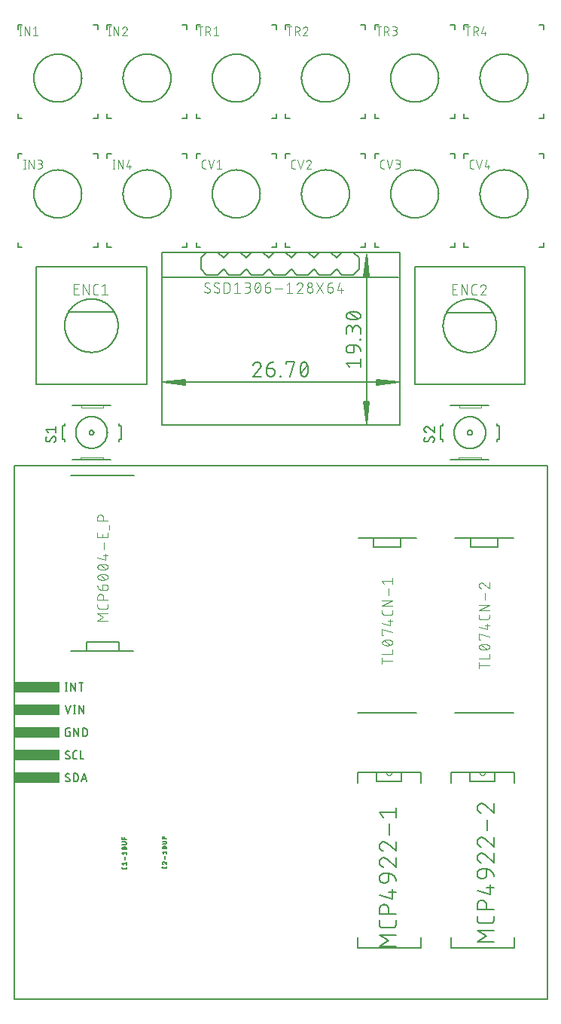
<source format=gbr>
G04 EAGLE Gerber RS-274X export*
G75*
%MOMM*%
%FSLAX34Y34*%
%LPD*%
%INSilkscreen Top*%
%IPPOS*%
%AMOC8*
5,1,8,0,0,1.08239X$1,22.5*%
G01*
%ADD10C,0.127000*%
%ADD11C,0.101600*%
%ADD12C,0.076200*%
%ADD13C,0.152400*%
%ADD14C,0.050800*%
%ADD15C,0.130000*%
%ADD16C,0.130000*%
%ADD17C,0.200000*%
%ADD18C,0.000000*%
%ADD19C,0.203200*%
%ADD20R,5.080000X1.270000*%


D10*
X25350Y690920D02*
X149350Y690920D01*
X149350Y822920D01*
X25350Y822920D01*
X25350Y690920D01*
X61350Y771920D02*
X113350Y771920D01*
X57350Y756920D02*
X57359Y757656D01*
X57386Y758392D01*
X57431Y759127D01*
X57494Y759861D01*
X57576Y760592D01*
X57675Y761322D01*
X57792Y762049D01*
X57926Y762773D01*
X58079Y763493D01*
X58249Y764209D01*
X58437Y764921D01*
X58642Y765629D01*
X58864Y766330D01*
X59104Y767027D01*
X59360Y767717D01*
X59634Y768401D01*
X59924Y769077D01*
X60230Y769747D01*
X60553Y770408D01*
X60892Y771062D01*
X61247Y771707D01*
X61618Y772343D01*
X62004Y772970D01*
X62406Y773587D01*
X62822Y774194D01*
X63254Y774791D01*
X63700Y775377D01*
X64160Y775952D01*
X64634Y776515D01*
X65121Y777067D01*
X65623Y777606D01*
X66137Y778133D01*
X66664Y778647D01*
X67203Y779149D01*
X67755Y779636D01*
X68318Y780110D01*
X68893Y780570D01*
X69479Y781016D01*
X70076Y781448D01*
X70683Y781864D01*
X71300Y782266D01*
X71927Y782652D01*
X72563Y783023D01*
X73208Y783378D01*
X73862Y783717D01*
X74523Y784040D01*
X75193Y784346D01*
X75869Y784636D01*
X76553Y784910D01*
X77243Y785166D01*
X77940Y785406D01*
X78641Y785628D01*
X79349Y785833D01*
X80061Y786021D01*
X80777Y786191D01*
X81497Y786344D01*
X82221Y786478D01*
X82948Y786595D01*
X83678Y786694D01*
X84409Y786776D01*
X85143Y786839D01*
X85878Y786884D01*
X86614Y786911D01*
X87350Y786920D01*
X88086Y786911D01*
X88822Y786884D01*
X89557Y786839D01*
X90291Y786776D01*
X91022Y786694D01*
X91752Y786595D01*
X92479Y786478D01*
X93203Y786344D01*
X93923Y786191D01*
X94639Y786021D01*
X95351Y785833D01*
X96059Y785628D01*
X96760Y785406D01*
X97457Y785166D01*
X98147Y784910D01*
X98831Y784636D01*
X99507Y784346D01*
X100177Y784040D01*
X100838Y783717D01*
X101492Y783378D01*
X102137Y783023D01*
X102773Y782652D01*
X103400Y782266D01*
X104017Y781864D01*
X104624Y781448D01*
X105221Y781016D01*
X105807Y780570D01*
X106382Y780110D01*
X106945Y779636D01*
X107497Y779149D01*
X108036Y778647D01*
X108563Y778133D01*
X109077Y777606D01*
X109579Y777067D01*
X110066Y776515D01*
X110540Y775952D01*
X111000Y775377D01*
X111446Y774791D01*
X111878Y774194D01*
X112294Y773587D01*
X112696Y772970D01*
X113082Y772343D01*
X113453Y771707D01*
X113808Y771062D01*
X114147Y770408D01*
X114470Y769747D01*
X114776Y769077D01*
X115066Y768401D01*
X115340Y767717D01*
X115596Y767027D01*
X115836Y766330D01*
X116058Y765629D01*
X116263Y764921D01*
X116451Y764209D01*
X116621Y763493D01*
X116774Y762773D01*
X116908Y762049D01*
X117025Y761322D01*
X117124Y760592D01*
X117206Y759861D01*
X117269Y759127D01*
X117314Y758392D01*
X117341Y757656D01*
X117350Y756920D01*
X117341Y756184D01*
X117314Y755448D01*
X117269Y754713D01*
X117206Y753979D01*
X117124Y753248D01*
X117025Y752518D01*
X116908Y751791D01*
X116774Y751067D01*
X116621Y750347D01*
X116451Y749631D01*
X116263Y748919D01*
X116058Y748211D01*
X115836Y747510D01*
X115596Y746813D01*
X115340Y746123D01*
X115066Y745439D01*
X114776Y744763D01*
X114470Y744093D01*
X114147Y743432D01*
X113808Y742778D01*
X113453Y742133D01*
X113082Y741497D01*
X112696Y740870D01*
X112294Y740253D01*
X111878Y739646D01*
X111446Y739049D01*
X111000Y738463D01*
X110540Y737888D01*
X110066Y737325D01*
X109579Y736773D01*
X109077Y736234D01*
X108563Y735707D01*
X108036Y735193D01*
X107497Y734691D01*
X106945Y734204D01*
X106382Y733730D01*
X105807Y733270D01*
X105221Y732824D01*
X104624Y732392D01*
X104017Y731976D01*
X103400Y731574D01*
X102773Y731188D01*
X102137Y730817D01*
X101492Y730462D01*
X100838Y730123D01*
X100177Y729800D01*
X99507Y729494D01*
X98831Y729204D01*
X98147Y728930D01*
X97457Y728674D01*
X96760Y728434D01*
X96059Y728212D01*
X95351Y728007D01*
X94639Y727819D01*
X93923Y727649D01*
X93203Y727496D01*
X92479Y727362D01*
X91752Y727245D01*
X91022Y727146D01*
X90291Y727064D01*
X89557Y727001D01*
X88822Y726956D01*
X88086Y726929D01*
X87350Y726920D01*
X86614Y726929D01*
X85878Y726956D01*
X85143Y727001D01*
X84409Y727064D01*
X83678Y727146D01*
X82948Y727245D01*
X82221Y727362D01*
X81497Y727496D01*
X80777Y727649D01*
X80061Y727819D01*
X79349Y728007D01*
X78641Y728212D01*
X77940Y728434D01*
X77243Y728674D01*
X76553Y728930D01*
X75869Y729204D01*
X75193Y729494D01*
X74523Y729800D01*
X73862Y730123D01*
X73208Y730462D01*
X72563Y730817D01*
X71927Y731188D01*
X71300Y731574D01*
X70683Y731976D01*
X70076Y732392D01*
X69479Y732824D01*
X68893Y733270D01*
X68318Y733730D01*
X67755Y734204D01*
X67203Y734691D01*
X66664Y735193D01*
X66137Y735707D01*
X65623Y736234D01*
X65121Y736773D01*
X64634Y737325D01*
X64160Y737888D01*
X63700Y738463D01*
X63254Y739049D01*
X62822Y739646D01*
X62406Y740253D01*
X62004Y740870D01*
X61618Y741497D01*
X61247Y742133D01*
X60892Y742778D01*
X60553Y743432D01*
X60230Y744093D01*
X59924Y744763D01*
X59634Y745439D01*
X59360Y746123D01*
X59104Y746813D01*
X58864Y747510D01*
X58642Y748211D01*
X58437Y748919D01*
X58249Y749631D01*
X58079Y750347D01*
X57926Y751067D01*
X57792Y751791D01*
X57675Y752518D01*
X57576Y753248D01*
X57494Y753979D01*
X57431Y754713D01*
X57386Y755448D01*
X57359Y756184D01*
X57350Y756920D01*
D11*
X67858Y791628D02*
X73051Y791628D01*
X67858Y791628D02*
X67858Y803312D01*
X73051Y803312D01*
X71753Y798119D02*
X67858Y798119D01*
X77741Y803312D02*
X77741Y791628D01*
X84233Y791628D02*
X77741Y803312D01*
X84233Y803312D02*
X84233Y791628D01*
X92116Y791628D02*
X94712Y791628D01*
X92116Y791628D02*
X92017Y791630D01*
X91917Y791636D01*
X91818Y791645D01*
X91720Y791658D01*
X91622Y791675D01*
X91524Y791696D01*
X91428Y791721D01*
X91333Y791749D01*
X91239Y791781D01*
X91146Y791816D01*
X91054Y791855D01*
X90964Y791898D01*
X90876Y791943D01*
X90789Y791993D01*
X90705Y792045D01*
X90622Y792101D01*
X90542Y792159D01*
X90464Y792221D01*
X90389Y792286D01*
X90316Y792354D01*
X90246Y792424D01*
X90178Y792497D01*
X90113Y792572D01*
X90051Y792650D01*
X89993Y792730D01*
X89937Y792813D01*
X89885Y792897D01*
X89835Y792984D01*
X89790Y793072D01*
X89747Y793162D01*
X89708Y793254D01*
X89673Y793347D01*
X89641Y793441D01*
X89613Y793536D01*
X89588Y793632D01*
X89567Y793730D01*
X89550Y793828D01*
X89537Y793926D01*
X89528Y794025D01*
X89522Y794125D01*
X89520Y794224D01*
X89519Y794224D02*
X89519Y800716D01*
X89520Y800716D02*
X89522Y800815D01*
X89528Y800915D01*
X89537Y801014D01*
X89550Y801112D01*
X89567Y801210D01*
X89588Y801308D01*
X89613Y801404D01*
X89641Y801499D01*
X89673Y801593D01*
X89708Y801686D01*
X89747Y801778D01*
X89790Y801868D01*
X89835Y801956D01*
X89885Y802043D01*
X89937Y802127D01*
X89993Y802210D01*
X90051Y802290D01*
X90113Y802368D01*
X90178Y802443D01*
X90246Y802516D01*
X90316Y802586D01*
X90389Y802654D01*
X90464Y802719D01*
X90542Y802781D01*
X90622Y802839D01*
X90705Y802895D01*
X90789Y802947D01*
X90876Y802997D01*
X90964Y803042D01*
X91054Y803085D01*
X91146Y803124D01*
X91238Y803159D01*
X91333Y803191D01*
X91428Y803219D01*
X91524Y803244D01*
X91622Y803265D01*
X91720Y803282D01*
X91818Y803295D01*
X91917Y803304D01*
X92017Y803310D01*
X92116Y803312D01*
X94712Y803312D01*
X99077Y800716D02*
X102323Y803312D01*
X102323Y791628D01*
X105568Y791628D02*
X99077Y791628D01*
D10*
X524273Y905002D02*
X524281Y905662D01*
X524305Y906322D01*
X524346Y906981D01*
X524403Y907639D01*
X524475Y908296D01*
X524564Y908950D01*
X524669Y909602D01*
X524790Y910251D01*
X524927Y910897D01*
X525079Y911540D01*
X525248Y912178D01*
X525432Y912813D01*
X525631Y913442D01*
X525846Y914067D01*
X526076Y914686D01*
X526321Y915299D01*
X526581Y915906D01*
X526856Y916506D01*
X527146Y917100D01*
X527450Y917686D01*
X527769Y918264D01*
X528101Y918835D01*
X528448Y919397D01*
X528808Y919951D01*
X529181Y920495D01*
X529568Y921030D01*
X529968Y921556D01*
X530381Y922072D01*
X530806Y922577D01*
X531243Y923072D01*
X531693Y923555D01*
X532154Y924028D01*
X532627Y924489D01*
X533110Y924939D01*
X533605Y925376D01*
X534110Y925801D01*
X534626Y926214D01*
X535152Y926614D01*
X535687Y927001D01*
X536231Y927374D01*
X536785Y927734D01*
X537347Y928081D01*
X537918Y928413D01*
X538496Y928732D01*
X539082Y929036D01*
X539676Y929326D01*
X540276Y929601D01*
X540883Y929861D01*
X541496Y930106D01*
X542115Y930336D01*
X542740Y930551D01*
X543369Y930750D01*
X544004Y930934D01*
X544642Y931103D01*
X545285Y931255D01*
X545931Y931392D01*
X546580Y931513D01*
X547232Y931618D01*
X547886Y931707D01*
X548543Y931779D01*
X549201Y931836D01*
X549860Y931877D01*
X550520Y931901D01*
X551180Y931909D01*
X551840Y931901D01*
X552500Y931877D01*
X553159Y931836D01*
X553817Y931779D01*
X554474Y931707D01*
X555128Y931618D01*
X555780Y931513D01*
X556429Y931392D01*
X557075Y931255D01*
X557718Y931103D01*
X558356Y930934D01*
X558991Y930750D01*
X559620Y930551D01*
X560245Y930336D01*
X560864Y930106D01*
X561477Y929861D01*
X562084Y929601D01*
X562684Y929326D01*
X563278Y929036D01*
X563864Y928732D01*
X564442Y928413D01*
X565013Y928081D01*
X565575Y927734D01*
X566129Y927374D01*
X566673Y927001D01*
X567208Y926614D01*
X567734Y926214D01*
X568250Y925801D01*
X568755Y925376D01*
X569250Y924939D01*
X569733Y924489D01*
X570206Y924028D01*
X570667Y923555D01*
X571117Y923072D01*
X571554Y922577D01*
X571979Y922072D01*
X572392Y921556D01*
X572792Y921030D01*
X573179Y920495D01*
X573552Y919951D01*
X573912Y919397D01*
X574259Y918835D01*
X574591Y918264D01*
X574910Y917686D01*
X575214Y917100D01*
X575504Y916506D01*
X575779Y915906D01*
X576039Y915299D01*
X576284Y914686D01*
X576514Y914067D01*
X576729Y913442D01*
X576928Y912813D01*
X577112Y912178D01*
X577281Y911540D01*
X577433Y910897D01*
X577570Y910251D01*
X577691Y909602D01*
X577796Y908950D01*
X577885Y908296D01*
X577957Y907639D01*
X578014Y906981D01*
X578055Y906322D01*
X578079Y905662D01*
X578087Y905002D01*
X578079Y904342D01*
X578055Y903682D01*
X578014Y903023D01*
X577957Y902365D01*
X577885Y901708D01*
X577796Y901054D01*
X577691Y900402D01*
X577570Y899753D01*
X577433Y899107D01*
X577281Y898464D01*
X577112Y897826D01*
X576928Y897191D01*
X576729Y896562D01*
X576514Y895937D01*
X576284Y895318D01*
X576039Y894705D01*
X575779Y894098D01*
X575504Y893498D01*
X575214Y892904D01*
X574910Y892318D01*
X574591Y891740D01*
X574259Y891169D01*
X573912Y890607D01*
X573552Y890053D01*
X573179Y889509D01*
X572792Y888974D01*
X572392Y888448D01*
X571979Y887932D01*
X571554Y887427D01*
X571117Y886932D01*
X570667Y886449D01*
X570206Y885976D01*
X569733Y885515D01*
X569250Y885065D01*
X568755Y884628D01*
X568250Y884203D01*
X567734Y883790D01*
X567208Y883390D01*
X566673Y883003D01*
X566129Y882630D01*
X565575Y882270D01*
X565013Y881923D01*
X564442Y881591D01*
X563864Y881272D01*
X563278Y880968D01*
X562684Y880678D01*
X562084Y880403D01*
X561477Y880143D01*
X560864Y879898D01*
X560245Y879668D01*
X559620Y879453D01*
X558991Y879254D01*
X558356Y879070D01*
X557718Y878901D01*
X557075Y878749D01*
X556429Y878612D01*
X555780Y878491D01*
X555128Y878386D01*
X554474Y878297D01*
X553817Y878225D01*
X553159Y878168D01*
X552500Y878127D01*
X551840Y878103D01*
X551180Y878095D01*
X550520Y878103D01*
X549860Y878127D01*
X549201Y878168D01*
X548543Y878225D01*
X547886Y878297D01*
X547232Y878386D01*
X546580Y878491D01*
X545931Y878612D01*
X545285Y878749D01*
X544642Y878901D01*
X544004Y879070D01*
X543369Y879254D01*
X542740Y879453D01*
X542115Y879668D01*
X541496Y879898D01*
X540883Y880143D01*
X540276Y880403D01*
X539676Y880678D01*
X539082Y880968D01*
X538496Y881272D01*
X537918Y881591D01*
X537347Y881923D01*
X536785Y882270D01*
X536231Y882630D01*
X535687Y883003D01*
X535152Y883390D01*
X534626Y883790D01*
X534110Y884203D01*
X533605Y884628D01*
X533110Y885065D01*
X532627Y885515D01*
X532154Y885976D01*
X531693Y886449D01*
X531243Y886932D01*
X530806Y887427D01*
X530381Y887932D01*
X529968Y888448D01*
X529568Y888974D01*
X529181Y889509D01*
X528808Y890053D01*
X528448Y890607D01*
X528101Y891169D01*
X527769Y891740D01*
X527450Y892318D01*
X527146Y892904D01*
X526856Y893498D01*
X526581Y894098D01*
X526321Y894705D01*
X526076Y895318D01*
X525846Y895937D01*
X525631Y896562D01*
X525432Y897191D01*
X525248Y897826D01*
X525079Y898464D01*
X524927Y899107D01*
X524790Y899753D01*
X524669Y900402D01*
X524564Y901054D01*
X524475Y901708D01*
X524403Y902365D01*
X524346Y903023D01*
X524305Y903682D01*
X524281Y904342D01*
X524273Y905002D01*
X596180Y850002D02*
X596180Y845002D01*
X591180Y845002D01*
X511180Y845002D02*
X506180Y845002D01*
X506180Y850002D01*
X506180Y945002D02*
X506180Y950002D01*
X511180Y950002D01*
X596180Y950002D02*
X596180Y945002D01*
X596180Y950002D02*
X591180Y950002D01*
D12*
X516876Y933577D02*
X514787Y933577D01*
X514698Y933579D01*
X514610Y933585D01*
X514522Y933594D01*
X514434Y933607D01*
X514347Y933624D01*
X514261Y933644D01*
X514176Y933669D01*
X514091Y933696D01*
X514008Y933728D01*
X513927Y933762D01*
X513847Y933801D01*
X513769Y933842D01*
X513692Y933887D01*
X513618Y933935D01*
X513545Y933986D01*
X513475Y934040D01*
X513408Y934098D01*
X513342Y934158D01*
X513280Y934220D01*
X513220Y934286D01*
X513162Y934353D01*
X513108Y934423D01*
X513057Y934496D01*
X513009Y934570D01*
X512964Y934647D01*
X512923Y934725D01*
X512884Y934805D01*
X512850Y934886D01*
X512818Y934969D01*
X512791Y935054D01*
X512766Y935139D01*
X512746Y935225D01*
X512729Y935312D01*
X512716Y935400D01*
X512707Y935488D01*
X512701Y935576D01*
X512699Y935665D01*
X512699Y940887D01*
X512701Y940978D01*
X512707Y941069D01*
X512717Y941160D01*
X512731Y941250D01*
X512748Y941339D01*
X512770Y941427D01*
X512796Y941515D01*
X512825Y941601D01*
X512858Y941686D01*
X512895Y941769D01*
X512935Y941851D01*
X512979Y941931D01*
X513026Y942009D01*
X513077Y942085D01*
X513130Y942158D01*
X513187Y942229D01*
X513248Y942298D01*
X513311Y942363D01*
X513376Y942426D01*
X513445Y942486D01*
X513516Y942544D01*
X513589Y942597D01*
X513665Y942648D01*
X513743Y942695D01*
X513823Y942739D01*
X513905Y942779D01*
X513988Y942816D01*
X514073Y942849D01*
X514159Y942878D01*
X514247Y942904D01*
X514335Y942926D01*
X514424Y942943D01*
X514514Y942957D01*
X514605Y942967D01*
X514696Y942973D01*
X514787Y942975D01*
X516876Y942975D01*
X519823Y942975D02*
X522955Y933577D01*
X526088Y942975D01*
X531577Y942975D02*
X529489Y935665D01*
X534710Y935665D01*
X533143Y933577D02*
X533143Y937754D01*
D10*
X223283Y1035050D02*
X223291Y1035710D01*
X223315Y1036370D01*
X223356Y1037029D01*
X223413Y1037687D01*
X223485Y1038344D01*
X223574Y1038998D01*
X223679Y1039650D01*
X223800Y1040299D01*
X223937Y1040945D01*
X224089Y1041588D01*
X224258Y1042226D01*
X224442Y1042861D01*
X224641Y1043490D01*
X224856Y1044115D01*
X225086Y1044734D01*
X225331Y1045347D01*
X225591Y1045954D01*
X225866Y1046554D01*
X226156Y1047148D01*
X226460Y1047734D01*
X226779Y1048312D01*
X227111Y1048883D01*
X227458Y1049445D01*
X227818Y1049999D01*
X228191Y1050543D01*
X228578Y1051078D01*
X228978Y1051604D01*
X229391Y1052120D01*
X229816Y1052625D01*
X230253Y1053120D01*
X230703Y1053603D01*
X231164Y1054076D01*
X231637Y1054537D01*
X232120Y1054987D01*
X232615Y1055424D01*
X233120Y1055849D01*
X233636Y1056262D01*
X234162Y1056662D01*
X234697Y1057049D01*
X235241Y1057422D01*
X235795Y1057782D01*
X236357Y1058129D01*
X236928Y1058461D01*
X237506Y1058780D01*
X238092Y1059084D01*
X238686Y1059374D01*
X239286Y1059649D01*
X239893Y1059909D01*
X240506Y1060154D01*
X241125Y1060384D01*
X241750Y1060599D01*
X242379Y1060798D01*
X243014Y1060982D01*
X243652Y1061151D01*
X244295Y1061303D01*
X244941Y1061440D01*
X245590Y1061561D01*
X246242Y1061666D01*
X246896Y1061755D01*
X247553Y1061827D01*
X248211Y1061884D01*
X248870Y1061925D01*
X249530Y1061949D01*
X250190Y1061957D01*
X250850Y1061949D01*
X251510Y1061925D01*
X252169Y1061884D01*
X252827Y1061827D01*
X253484Y1061755D01*
X254138Y1061666D01*
X254790Y1061561D01*
X255439Y1061440D01*
X256085Y1061303D01*
X256728Y1061151D01*
X257366Y1060982D01*
X258001Y1060798D01*
X258630Y1060599D01*
X259255Y1060384D01*
X259874Y1060154D01*
X260487Y1059909D01*
X261094Y1059649D01*
X261694Y1059374D01*
X262288Y1059084D01*
X262874Y1058780D01*
X263452Y1058461D01*
X264023Y1058129D01*
X264585Y1057782D01*
X265139Y1057422D01*
X265683Y1057049D01*
X266218Y1056662D01*
X266744Y1056262D01*
X267260Y1055849D01*
X267765Y1055424D01*
X268260Y1054987D01*
X268743Y1054537D01*
X269216Y1054076D01*
X269677Y1053603D01*
X270127Y1053120D01*
X270564Y1052625D01*
X270989Y1052120D01*
X271402Y1051604D01*
X271802Y1051078D01*
X272189Y1050543D01*
X272562Y1049999D01*
X272922Y1049445D01*
X273269Y1048883D01*
X273601Y1048312D01*
X273920Y1047734D01*
X274224Y1047148D01*
X274514Y1046554D01*
X274789Y1045954D01*
X275049Y1045347D01*
X275294Y1044734D01*
X275524Y1044115D01*
X275739Y1043490D01*
X275938Y1042861D01*
X276122Y1042226D01*
X276291Y1041588D01*
X276443Y1040945D01*
X276580Y1040299D01*
X276701Y1039650D01*
X276806Y1038998D01*
X276895Y1038344D01*
X276967Y1037687D01*
X277024Y1037029D01*
X277065Y1036370D01*
X277089Y1035710D01*
X277097Y1035050D01*
X277089Y1034390D01*
X277065Y1033730D01*
X277024Y1033071D01*
X276967Y1032413D01*
X276895Y1031756D01*
X276806Y1031102D01*
X276701Y1030450D01*
X276580Y1029801D01*
X276443Y1029155D01*
X276291Y1028512D01*
X276122Y1027874D01*
X275938Y1027239D01*
X275739Y1026610D01*
X275524Y1025985D01*
X275294Y1025366D01*
X275049Y1024753D01*
X274789Y1024146D01*
X274514Y1023546D01*
X274224Y1022952D01*
X273920Y1022366D01*
X273601Y1021788D01*
X273269Y1021217D01*
X272922Y1020655D01*
X272562Y1020101D01*
X272189Y1019557D01*
X271802Y1019022D01*
X271402Y1018496D01*
X270989Y1017980D01*
X270564Y1017475D01*
X270127Y1016980D01*
X269677Y1016497D01*
X269216Y1016024D01*
X268743Y1015563D01*
X268260Y1015113D01*
X267765Y1014676D01*
X267260Y1014251D01*
X266744Y1013838D01*
X266218Y1013438D01*
X265683Y1013051D01*
X265139Y1012678D01*
X264585Y1012318D01*
X264023Y1011971D01*
X263452Y1011639D01*
X262874Y1011320D01*
X262288Y1011016D01*
X261694Y1010726D01*
X261094Y1010451D01*
X260487Y1010191D01*
X259874Y1009946D01*
X259255Y1009716D01*
X258630Y1009501D01*
X258001Y1009302D01*
X257366Y1009118D01*
X256728Y1008949D01*
X256085Y1008797D01*
X255439Y1008660D01*
X254790Y1008539D01*
X254138Y1008434D01*
X253484Y1008345D01*
X252827Y1008273D01*
X252169Y1008216D01*
X251510Y1008175D01*
X250850Y1008151D01*
X250190Y1008143D01*
X249530Y1008151D01*
X248870Y1008175D01*
X248211Y1008216D01*
X247553Y1008273D01*
X246896Y1008345D01*
X246242Y1008434D01*
X245590Y1008539D01*
X244941Y1008660D01*
X244295Y1008797D01*
X243652Y1008949D01*
X243014Y1009118D01*
X242379Y1009302D01*
X241750Y1009501D01*
X241125Y1009716D01*
X240506Y1009946D01*
X239893Y1010191D01*
X239286Y1010451D01*
X238686Y1010726D01*
X238092Y1011016D01*
X237506Y1011320D01*
X236928Y1011639D01*
X236357Y1011971D01*
X235795Y1012318D01*
X235241Y1012678D01*
X234697Y1013051D01*
X234162Y1013438D01*
X233636Y1013838D01*
X233120Y1014251D01*
X232615Y1014676D01*
X232120Y1015113D01*
X231637Y1015563D01*
X231164Y1016024D01*
X230703Y1016497D01*
X230253Y1016980D01*
X229816Y1017475D01*
X229391Y1017980D01*
X228978Y1018496D01*
X228578Y1019022D01*
X228191Y1019557D01*
X227818Y1020101D01*
X227458Y1020655D01*
X227111Y1021217D01*
X226779Y1021788D01*
X226460Y1022366D01*
X226156Y1022952D01*
X225866Y1023546D01*
X225591Y1024146D01*
X225331Y1024753D01*
X225086Y1025366D01*
X224856Y1025985D01*
X224641Y1026610D01*
X224442Y1027239D01*
X224258Y1027874D01*
X224089Y1028512D01*
X223937Y1029155D01*
X223800Y1029801D01*
X223679Y1030450D01*
X223574Y1031102D01*
X223485Y1031756D01*
X223413Y1032413D01*
X223356Y1033071D01*
X223315Y1033730D01*
X223291Y1034390D01*
X223283Y1035050D01*
X205190Y1090050D02*
X205190Y1095050D01*
X210190Y1095050D01*
X290190Y1095050D02*
X295190Y1095050D01*
X295190Y1090050D01*
X295190Y995050D02*
X295190Y990050D01*
X290190Y990050D01*
X205190Y990050D02*
X205190Y995050D01*
X205190Y990050D02*
X210190Y990050D01*
D12*
X209494Y1083437D02*
X209494Y1092835D01*
X212104Y1092835D02*
X206883Y1092835D01*
X215779Y1092835D02*
X215779Y1083437D01*
X215779Y1092835D02*
X218390Y1092835D01*
X218491Y1092833D01*
X218592Y1092827D01*
X218693Y1092817D01*
X218793Y1092804D01*
X218893Y1092786D01*
X218992Y1092765D01*
X219090Y1092739D01*
X219187Y1092710D01*
X219283Y1092678D01*
X219377Y1092641D01*
X219470Y1092601D01*
X219562Y1092557D01*
X219651Y1092510D01*
X219739Y1092459D01*
X219825Y1092405D01*
X219908Y1092348D01*
X219990Y1092288D01*
X220068Y1092224D01*
X220145Y1092158D01*
X220218Y1092088D01*
X220289Y1092016D01*
X220357Y1091941D01*
X220422Y1091863D01*
X220484Y1091783D01*
X220543Y1091701D01*
X220599Y1091616D01*
X220651Y1091530D01*
X220700Y1091441D01*
X220746Y1091350D01*
X220787Y1091258D01*
X220826Y1091164D01*
X220860Y1091069D01*
X220891Y1090973D01*
X220918Y1090875D01*
X220942Y1090777D01*
X220961Y1090677D01*
X220977Y1090577D01*
X220989Y1090477D01*
X220997Y1090376D01*
X221001Y1090275D01*
X221001Y1090173D01*
X220997Y1090072D01*
X220989Y1089971D01*
X220977Y1089871D01*
X220961Y1089771D01*
X220942Y1089671D01*
X220918Y1089573D01*
X220891Y1089475D01*
X220860Y1089379D01*
X220826Y1089284D01*
X220787Y1089190D01*
X220746Y1089098D01*
X220700Y1089007D01*
X220651Y1088919D01*
X220599Y1088832D01*
X220543Y1088747D01*
X220484Y1088665D01*
X220422Y1088585D01*
X220357Y1088507D01*
X220289Y1088432D01*
X220218Y1088360D01*
X220145Y1088290D01*
X220068Y1088224D01*
X219990Y1088160D01*
X219908Y1088100D01*
X219825Y1088043D01*
X219739Y1087989D01*
X219651Y1087938D01*
X219562Y1087891D01*
X219470Y1087847D01*
X219377Y1087807D01*
X219283Y1087770D01*
X219187Y1087738D01*
X219090Y1087709D01*
X218992Y1087683D01*
X218893Y1087662D01*
X218793Y1087644D01*
X218693Y1087631D01*
X218592Y1087621D01*
X218491Y1087615D01*
X218390Y1087613D01*
X218390Y1087614D02*
X215779Y1087614D01*
X218912Y1087614D02*
X221000Y1083437D01*
X224866Y1090747D02*
X227477Y1092835D01*
X227477Y1083437D01*
X230087Y1083437D02*
X224866Y1083437D01*
D10*
X122953Y1035050D02*
X122961Y1035710D01*
X122985Y1036370D01*
X123026Y1037029D01*
X123083Y1037687D01*
X123155Y1038344D01*
X123244Y1038998D01*
X123349Y1039650D01*
X123470Y1040299D01*
X123607Y1040945D01*
X123759Y1041588D01*
X123928Y1042226D01*
X124112Y1042861D01*
X124311Y1043490D01*
X124526Y1044115D01*
X124756Y1044734D01*
X125001Y1045347D01*
X125261Y1045954D01*
X125536Y1046554D01*
X125826Y1047148D01*
X126130Y1047734D01*
X126449Y1048312D01*
X126781Y1048883D01*
X127128Y1049445D01*
X127488Y1049999D01*
X127861Y1050543D01*
X128248Y1051078D01*
X128648Y1051604D01*
X129061Y1052120D01*
X129486Y1052625D01*
X129923Y1053120D01*
X130373Y1053603D01*
X130834Y1054076D01*
X131307Y1054537D01*
X131790Y1054987D01*
X132285Y1055424D01*
X132790Y1055849D01*
X133306Y1056262D01*
X133832Y1056662D01*
X134367Y1057049D01*
X134911Y1057422D01*
X135465Y1057782D01*
X136027Y1058129D01*
X136598Y1058461D01*
X137176Y1058780D01*
X137762Y1059084D01*
X138356Y1059374D01*
X138956Y1059649D01*
X139563Y1059909D01*
X140176Y1060154D01*
X140795Y1060384D01*
X141420Y1060599D01*
X142049Y1060798D01*
X142684Y1060982D01*
X143322Y1061151D01*
X143965Y1061303D01*
X144611Y1061440D01*
X145260Y1061561D01*
X145912Y1061666D01*
X146566Y1061755D01*
X147223Y1061827D01*
X147881Y1061884D01*
X148540Y1061925D01*
X149200Y1061949D01*
X149860Y1061957D01*
X150520Y1061949D01*
X151180Y1061925D01*
X151839Y1061884D01*
X152497Y1061827D01*
X153154Y1061755D01*
X153808Y1061666D01*
X154460Y1061561D01*
X155109Y1061440D01*
X155755Y1061303D01*
X156398Y1061151D01*
X157036Y1060982D01*
X157671Y1060798D01*
X158300Y1060599D01*
X158925Y1060384D01*
X159544Y1060154D01*
X160157Y1059909D01*
X160764Y1059649D01*
X161364Y1059374D01*
X161958Y1059084D01*
X162544Y1058780D01*
X163122Y1058461D01*
X163693Y1058129D01*
X164255Y1057782D01*
X164809Y1057422D01*
X165353Y1057049D01*
X165888Y1056662D01*
X166414Y1056262D01*
X166930Y1055849D01*
X167435Y1055424D01*
X167930Y1054987D01*
X168413Y1054537D01*
X168886Y1054076D01*
X169347Y1053603D01*
X169797Y1053120D01*
X170234Y1052625D01*
X170659Y1052120D01*
X171072Y1051604D01*
X171472Y1051078D01*
X171859Y1050543D01*
X172232Y1049999D01*
X172592Y1049445D01*
X172939Y1048883D01*
X173271Y1048312D01*
X173590Y1047734D01*
X173894Y1047148D01*
X174184Y1046554D01*
X174459Y1045954D01*
X174719Y1045347D01*
X174964Y1044734D01*
X175194Y1044115D01*
X175409Y1043490D01*
X175608Y1042861D01*
X175792Y1042226D01*
X175961Y1041588D01*
X176113Y1040945D01*
X176250Y1040299D01*
X176371Y1039650D01*
X176476Y1038998D01*
X176565Y1038344D01*
X176637Y1037687D01*
X176694Y1037029D01*
X176735Y1036370D01*
X176759Y1035710D01*
X176767Y1035050D01*
X176759Y1034390D01*
X176735Y1033730D01*
X176694Y1033071D01*
X176637Y1032413D01*
X176565Y1031756D01*
X176476Y1031102D01*
X176371Y1030450D01*
X176250Y1029801D01*
X176113Y1029155D01*
X175961Y1028512D01*
X175792Y1027874D01*
X175608Y1027239D01*
X175409Y1026610D01*
X175194Y1025985D01*
X174964Y1025366D01*
X174719Y1024753D01*
X174459Y1024146D01*
X174184Y1023546D01*
X173894Y1022952D01*
X173590Y1022366D01*
X173271Y1021788D01*
X172939Y1021217D01*
X172592Y1020655D01*
X172232Y1020101D01*
X171859Y1019557D01*
X171472Y1019022D01*
X171072Y1018496D01*
X170659Y1017980D01*
X170234Y1017475D01*
X169797Y1016980D01*
X169347Y1016497D01*
X168886Y1016024D01*
X168413Y1015563D01*
X167930Y1015113D01*
X167435Y1014676D01*
X166930Y1014251D01*
X166414Y1013838D01*
X165888Y1013438D01*
X165353Y1013051D01*
X164809Y1012678D01*
X164255Y1012318D01*
X163693Y1011971D01*
X163122Y1011639D01*
X162544Y1011320D01*
X161958Y1011016D01*
X161364Y1010726D01*
X160764Y1010451D01*
X160157Y1010191D01*
X159544Y1009946D01*
X158925Y1009716D01*
X158300Y1009501D01*
X157671Y1009302D01*
X157036Y1009118D01*
X156398Y1008949D01*
X155755Y1008797D01*
X155109Y1008660D01*
X154460Y1008539D01*
X153808Y1008434D01*
X153154Y1008345D01*
X152497Y1008273D01*
X151839Y1008216D01*
X151180Y1008175D01*
X150520Y1008151D01*
X149860Y1008143D01*
X149200Y1008151D01*
X148540Y1008175D01*
X147881Y1008216D01*
X147223Y1008273D01*
X146566Y1008345D01*
X145912Y1008434D01*
X145260Y1008539D01*
X144611Y1008660D01*
X143965Y1008797D01*
X143322Y1008949D01*
X142684Y1009118D01*
X142049Y1009302D01*
X141420Y1009501D01*
X140795Y1009716D01*
X140176Y1009946D01*
X139563Y1010191D01*
X138956Y1010451D01*
X138356Y1010726D01*
X137762Y1011016D01*
X137176Y1011320D01*
X136598Y1011639D01*
X136027Y1011971D01*
X135465Y1012318D01*
X134911Y1012678D01*
X134367Y1013051D01*
X133832Y1013438D01*
X133306Y1013838D01*
X132790Y1014251D01*
X132285Y1014676D01*
X131790Y1015113D01*
X131307Y1015563D01*
X130834Y1016024D01*
X130373Y1016497D01*
X129923Y1016980D01*
X129486Y1017475D01*
X129061Y1017980D01*
X128648Y1018496D01*
X128248Y1019022D01*
X127861Y1019557D01*
X127488Y1020101D01*
X127128Y1020655D01*
X126781Y1021217D01*
X126449Y1021788D01*
X126130Y1022366D01*
X125826Y1022952D01*
X125536Y1023546D01*
X125261Y1024146D01*
X125001Y1024753D01*
X124756Y1025366D01*
X124526Y1025985D01*
X124311Y1026610D01*
X124112Y1027239D01*
X123928Y1027874D01*
X123759Y1028512D01*
X123607Y1029155D01*
X123470Y1029801D01*
X123349Y1030450D01*
X123244Y1031102D01*
X123155Y1031756D01*
X123083Y1032413D01*
X123026Y1033071D01*
X122985Y1033730D01*
X122961Y1034390D01*
X122953Y1035050D01*
X104860Y1090050D02*
X104860Y1095050D01*
X109860Y1095050D01*
X189860Y1095050D02*
X194860Y1095050D01*
X194860Y1090050D01*
X194860Y995050D02*
X194860Y990050D01*
X189860Y990050D01*
X104860Y990050D02*
X104860Y995050D01*
X104860Y990050D02*
X109860Y990050D01*
D12*
X107597Y1083437D02*
X107597Y1092835D01*
X106553Y1083437D02*
X108641Y1083437D01*
X108641Y1092835D02*
X106553Y1092835D01*
X112607Y1092835D02*
X112607Y1083437D01*
X117828Y1083437D02*
X112607Y1092835D01*
X117828Y1092835D02*
X117828Y1083437D01*
X124927Y1092836D02*
X125022Y1092834D01*
X125116Y1092828D01*
X125210Y1092819D01*
X125304Y1092806D01*
X125397Y1092789D01*
X125489Y1092768D01*
X125581Y1092743D01*
X125671Y1092715D01*
X125760Y1092683D01*
X125848Y1092648D01*
X125934Y1092609D01*
X126019Y1092567D01*
X126102Y1092521D01*
X126183Y1092472D01*
X126262Y1092420D01*
X126339Y1092365D01*
X126413Y1092306D01*
X126485Y1092245D01*
X126555Y1092181D01*
X126622Y1092114D01*
X126686Y1092044D01*
X126747Y1091972D01*
X126806Y1091898D01*
X126861Y1091821D01*
X126913Y1091742D01*
X126962Y1091661D01*
X127008Y1091578D01*
X127050Y1091493D01*
X127089Y1091407D01*
X127124Y1091319D01*
X127156Y1091230D01*
X127184Y1091140D01*
X127209Y1091048D01*
X127230Y1090956D01*
X127247Y1090863D01*
X127260Y1090769D01*
X127269Y1090675D01*
X127275Y1090581D01*
X127277Y1090486D01*
X124927Y1092835D02*
X124819Y1092833D01*
X124710Y1092827D01*
X124602Y1092817D01*
X124495Y1092804D01*
X124388Y1092786D01*
X124281Y1092765D01*
X124176Y1092740D01*
X124071Y1092711D01*
X123968Y1092679D01*
X123866Y1092642D01*
X123765Y1092602D01*
X123666Y1092559D01*
X123568Y1092512D01*
X123472Y1092461D01*
X123378Y1092407D01*
X123286Y1092350D01*
X123196Y1092289D01*
X123108Y1092225D01*
X123023Y1092159D01*
X122940Y1092089D01*
X122860Y1092016D01*
X122782Y1091940D01*
X122707Y1091862D01*
X122635Y1091781D01*
X122566Y1091697D01*
X122500Y1091611D01*
X122437Y1091523D01*
X122378Y1091432D01*
X122321Y1091340D01*
X122268Y1091245D01*
X122219Y1091149D01*
X122173Y1091050D01*
X122130Y1090951D01*
X122091Y1090849D01*
X122056Y1090747D01*
X126494Y1088658D02*
X126563Y1088727D01*
X126629Y1088798D01*
X126693Y1088871D01*
X126754Y1088947D01*
X126812Y1089026D01*
X126866Y1089106D01*
X126918Y1089189D01*
X126966Y1089273D01*
X127012Y1089359D01*
X127053Y1089447D01*
X127092Y1089537D01*
X127127Y1089628D01*
X127158Y1089720D01*
X127186Y1089813D01*
X127210Y1089907D01*
X127230Y1090002D01*
X127247Y1090098D01*
X127260Y1090195D01*
X127269Y1090292D01*
X127275Y1090389D01*
X127277Y1090486D01*
X126493Y1088658D02*
X122055Y1083437D01*
X127277Y1083437D01*
D10*
X22623Y1035050D02*
X22631Y1035710D01*
X22655Y1036370D01*
X22696Y1037029D01*
X22753Y1037687D01*
X22825Y1038344D01*
X22914Y1038998D01*
X23019Y1039650D01*
X23140Y1040299D01*
X23277Y1040945D01*
X23429Y1041588D01*
X23598Y1042226D01*
X23782Y1042861D01*
X23981Y1043490D01*
X24196Y1044115D01*
X24426Y1044734D01*
X24671Y1045347D01*
X24931Y1045954D01*
X25206Y1046554D01*
X25496Y1047148D01*
X25800Y1047734D01*
X26119Y1048312D01*
X26451Y1048883D01*
X26798Y1049445D01*
X27158Y1049999D01*
X27531Y1050543D01*
X27918Y1051078D01*
X28318Y1051604D01*
X28731Y1052120D01*
X29156Y1052625D01*
X29593Y1053120D01*
X30043Y1053603D01*
X30504Y1054076D01*
X30977Y1054537D01*
X31460Y1054987D01*
X31955Y1055424D01*
X32460Y1055849D01*
X32976Y1056262D01*
X33502Y1056662D01*
X34037Y1057049D01*
X34581Y1057422D01*
X35135Y1057782D01*
X35697Y1058129D01*
X36268Y1058461D01*
X36846Y1058780D01*
X37432Y1059084D01*
X38026Y1059374D01*
X38626Y1059649D01*
X39233Y1059909D01*
X39846Y1060154D01*
X40465Y1060384D01*
X41090Y1060599D01*
X41719Y1060798D01*
X42354Y1060982D01*
X42992Y1061151D01*
X43635Y1061303D01*
X44281Y1061440D01*
X44930Y1061561D01*
X45582Y1061666D01*
X46236Y1061755D01*
X46893Y1061827D01*
X47551Y1061884D01*
X48210Y1061925D01*
X48870Y1061949D01*
X49530Y1061957D01*
X50190Y1061949D01*
X50850Y1061925D01*
X51509Y1061884D01*
X52167Y1061827D01*
X52824Y1061755D01*
X53478Y1061666D01*
X54130Y1061561D01*
X54779Y1061440D01*
X55425Y1061303D01*
X56068Y1061151D01*
X56706Y1060982D01*
X57341Y1060798D01*
X57970Y1060599D01*
X58595Y1060384D01*
X59214Y1060154D01*
X59827Y1059909D01*
X60434Y1059649D01*
X61034Y1059374D01*
X61628Y1059084D01*
X62214Y1058780D01*
X62792Y1058461D01*
X63363Y1058129D01*
X63925Y1057782D01*
X64479Y1057422D01*
X65023Y1057049D01*
X65558Y1056662D01*
X66084Y1056262D01*
X66600Y1055849D01*
X67105Y1055424D01*
X67600Y1054987D01*
X68083Y1054537D01*
X68556Y1054076D01*
X69017Y1053603D01*
X69467Y1053120D01*
X69904Y1052625D01*
X70329Y1052120D01*
X70742Y1051604D01*
X71142Y1051078D01*
X71529Y1050543D01*
X71902Y1049999D01*
X72262Y1049445D01*
X72609Y1048883D01*
X72941Y1048312D01*
X73260Y1047734D01*
X73564Y1047148D01*
X73854Y1046554D01*
X74129Y1045954D01*
X74389Y1045347D01*
X74634Y1044734D01*
X74864Y1044115D01*
X75079Y1043490D01*
X75278Y1042861D01*
X75462Y1042226D01*
X75631Y1041588D01*
X75783Y1040945D01*
X75920Y1040299D01*
X76041Y1039650D01*
X76146Y1038998D01*
X76235Y1038344D01*
X76307Y1037687D01*
X76364Y1037029D01*
X76405Y1036370D01*
X76429Y1035710D01*
X76437Y1035050D01*
X76429Y1034390D01*
X76405Y1033730D01*
X76364Y1033071D01*
X76307Y1032413D01*
X76235Y1031756D01*
X76146Y1031102D01*
X76041Y1030450D01*
X75920Y1029801D01*
X75783Y1029155D01*
X75631Y1028512D01*
X75462Y1027874D01*
X75278Y1027239D01*
X75079Y1026610D01*
X74864Y1025985D01*
X74634Y1025366D01*
X74389Y1024753D01*
X74129Y1024146D01*
X73854Y1023546D01*
X73564Y1022952D01*
X73260Y1022366D01*
X72941Y1021788D01*
X72609Y1021217D01*
X72262Y1020655D01*
X71902Y1020101D01*
X71529Y1019557D01*
X71142Y1019022D01*
X70742Y1018496D01*
X70329Y1017980D01*
X69904Y1017475D01*
X69467Y1016980D01*
X69017Y1016497D01*
X68556Y1016024D01*
X68083Y1015563D01*
X67600Y1015113D01*
X67105Y1014676D01*
X66600Y1014251D01*
X66084Y1013838D01*
X65558Y1013438D01*
X65023Y1013051D01*
X64479Y1012678D01*
X63925Y1012318D01*
X63363Y1011971D01*
X62792Y1011639D01*
X62214Y1011320D01*
X61628Y1011016D01*
X61034Y1010726D01*
X60434Y1010451D01*
X59827Y1010191D01*
X59214Y1009946D01*
X58595Y1009716D01*
X57970Y1009501D01*
X57341Y1009302D01*
X56706Y1009118D01*
X56068Y1008949D01*
X55425Y1008797D01*
X54779Y1008660D01*
X54130Y1008539D01*
X53478Y1008434D01*
X52824Y1008345D01*
X52167Y1008273D01*
X51509Y1008216D01*
X50850Y1008175D01*
X50190Y1008151D01*
X49530Y1008143D01*
X48870Y1008151D01*
X48210Y1008175D01*
X47551Y1008216D01*
X46893Y1008273D01*
X46236Y1008345D01*
X45582Y1008434D01*
X44930Y1008539D01*
X44281Y1008660D01*
X43635Y1008797D01*
X42992Y1008949D01*
X42354Y1009118D01*
X41719Y1009302D01*
X41090Y1009501D01*
X40465Y1009716D01*
X39846Y1009946D01*
X39233Y1010191D01*
X38626Y1010451D01*
X38026Y1010726D01*
X37432Y1011016D01*
X36846Y1011320D01*
X36268Y1011639D01*
X35697Y1011971D01*
X35135Y1012318D01*
X34581Y1012678D01*
X34037Y1013051D01*
X33502Y1013438D01*
X32976Y1013838D01*
X32460Y1014251D01*
X31955Y1014676D01*
X31460Y1015113D01*
X30977Y1015563D01*
X30504Y1016024D01*
X30043Y1016497D01*
X29593Y1016980D01*
X29156Y1017475D01*
X28731Y1017980D01*
X28318Y1018496D01*
X27918Y1019022D01*
X27531Y1019557D01*
X27158Y1020101D01*
X26798Y1020655D01*
X26451Y1021217D01*
X26119Y1021788D01*
X25800Y1022366D01*
X25496Y1022952D01*
X25206Y1023546D01*
X24931Y1024146D01*
X24671Y1024753D01*
X24426Y1025366D01*
X24196Y1025985D01*
X23981Y1026610D01*
X23782Y1027239D01*
X23598Y1027874D01*
X23429Y1028512D01*
X23277Y1029155D01*
X23140Y1029801D01*
X23019Y1030450D01*
X22914Y1031102D01*
X22825Y1031756D01*
X22753Y1032413D01*
X22696Y1033071D01*
X22655Y1033730D01*
X22631Y1034390D01*
X22623Y1035050D01*
X4530Y1090050D02*
X4530Y1095050D01*
X9530Y1095050D01*
X89530Y1095050D02*
X94530Y1095050D01*
X94530Y1090050D01*
X94530Y995050D02*
X94530Y990050D01*
X89530Y990050D01*
X4530Y990050D02*
X4530Y995050D01*
X4530Y990050D02*
X9530Y990050D01*
D12*
X7267Y1083437D02*
X7267Y1092835D01*
X6223Y1083437D02*
X8311Y1083437D01*
X8311Y1092835D02*
X6223Y1092835D01*
X12277Y1092835D02*
X12277Y1083437D01*
X17498Y1083437D02*
X12277Y1092835D01*
X17498Y1092835D02*
X17498Y1083437D01*
X21725Y1090747D02*
X24336Y1092835D01*
X24336Y1083437D01*
X21725Y1083437D02*
X26947Y1083437D01*
D10*
X423943Y905002D02*
X423951Y905662D01*
X423975Y906322D01*
X424016Y906981D01*
X424073Y907639D01*
X424145Y908296D01*
X424234Y908950D01*
X424339Y909602D01*
X424460Y910251D01*
X424597Y910897D01*
X424749Y911540D01*
X424918Y912178D01*
X425102Y912813D01*
X425301Y913442D01*
X425516Y914067D01*
X425746Y914686D01*
X425991Y915299D01*
X426251Y915906D01*
X426526Y916506D01*
X426816Y917100D01*
X427120Y917686D01*
X427439Y918264D01*
X427771Y918835D01*
X428118Y919397D01*
X428478Y919951D01*
X428851Y920495D01*
X429238Y921030D01*
X429638Y921556D01*
X430051Y922072D01*
X430476Y922577D01*
X430913Y923072D01*
X431363Y923555D01*
X431824Y924028D01*
X432297Y924489D01*
X432780Y924939D01*
X433275Y925376D01*
X433780Y925801D01*
X434296Y926214D01*
X434822Y926614D01*
X435357Y927001D01*
X435901Y927374D01*
X436455Y927734D01*
X437017Y928081D01*
X437588Y928413D01*
X438166Y928732D01*
X438752Y929036D01*
X439346Y929326D01*
X439946Y929601D01*
X440553Y929861D01*
X441166Y930106D01*
X441785Y930336D01*
X442410Y930551D01*
X443039Y930750D01*
X443674Y930934D01*
X444312Y931103D01*
X444955Y931255D01*
X445601Y931392D01*
X446250Y931513D01*
X446902Y931618D01*
X447556Y931707D01*
X448213Y931779D01*
X448871Y931836D01*
X449530Y931877D01*
X450190Y931901D01*
X450850Y931909D01*
X451510Y931901D01*
X452170Y931877D01*
X452829Y931836D01*
X453487Y931779D01*
X454144Y931707D01*
X454798Y931618D01*
X455450Y931513D01*
X456099Y931392D01*
X456745Y931255D01*
X457388Y931103D01*
X458026Y930934D01*
X458661Y930750D01*
X459290Y930551D01*
X459915Y930336D01*
X460534Y930106D01*
X461147Y929861D01*
X461754Y929601D01*
X462354Y929326D01*
X462948Y929036D01*
X463534Y928732D01*
X464112Y928413D01*
X464683Y928081D01*
X465245Y927734D01*
X465799Y927374D01*
X466343Y927001D01*
X466878Y926614D01*
X467404Y926214D01*
X467920Y925801D01*
X468425Y925376D01*
X468920Y924939D01*
X469403Y924489D01*
X469876Y924028D01*
X470337Y923555D01*
X470787Y923072D01*
X471224Y922577D01*
X471649Y922072D01*
X472062Y921556D01*
X472462Y921030D01*
X472849Y920495D01*
X473222Y919951D01*
X473582Y919397D01*
X473929Y918835D01*
X474261Y918264D01*
X474580Y917686D01*
X474884Y917100D01*
X475174Y916506D01*
X475449Y915906D01*
X475709Y915299D01*
X475954Y914686D01*
X476184Y914067D01*
X476399Y913442D01*
X476598Y912813D01*
X476782Y912178D01*
X476951Y911540D01*
X477103Y910897D01*
X477240Y910251D01*
X477361Y909602D01*
X477466Y908950D01*
X477555Y908296D01*
X477627Y907639D01*
X477684Y906981D01*
X477725Y906322D01*
X477749Y905662D01*
X477757Y905002D01*
X477749Y904342D01*
X477725Y903682D01*
X477684Y903023D01*
X477627Y902365D01*
X477555Y901708D01*
X477466Y901054D01*
X477361Y900402D01*
X477240Y899753D01*
X477103Y899107D01*
X476951Y898464D01*
X476782Y897826D01*
X476598Y897191D01*
X476399Y896562D01*
X476184Y895937D01*
X475954Y895318D01*
X475709Y894705D01*
X475449Y894098D01*
X475174Y893498D01*
X474884Y892904D01*
X474580Y892318D01*
X474261Y891740D01*
X473929Y891169D01*
X473582Y890607D01*
X473222Y890053D01*
X472849Y889509D01*
X472462Y888974D01*
X472062Y888448D01*
X471649Y887932D01*
X471224Y887427D01*
X470787Y886932D01*
X470337Y886449D01*
X469876Y885976D01*
X469403Y885515D01*
X468920Y885065D01*
X468425Y884628D01*
X467920Y884203D01*
X467404Y883790D01*
X466878Y883390D01*
X466343Y883003D01*
X465799Y882630D01*
X465245Y882270D01*
X464683Y881923D01*
X464112Y881591D01*
X463534Y881272D01*
X462948Y880968D01*
X462354Y880678D01*
X461754Y880403D01*
X461147Y880143D01*
X460534Y879898D01*
X459915Y879668D01*
X459290Y879453D01*
X458661Y879254D01*
X458026Y879070D01*
X457388Y878901D01*
X456745Y878749D01*
X456099Y878612D01*
X455450Y878491D01*
X454798Y878386D01*
X454144Y878297D01*
X453487Y878225D01*
X452829Y878168D01*
X452170Y878127D01*
X451510Y878103D01*
X450850Y878095D01*
X450190Y878103D01*
X449530Y878127D01*
X448871Y878168D01*
X448213Y878225D01*
X447556Y878297D01*
X446902Y878386D01*
X446250Y878491D01*
X445601Y878612D01*
X444955Y878749D01*
X444312Y878901D01*
X443674Y879070D01*
X443039Y879254D01*
X442410Y879453D01*
X441785Y879668D01*
X441166Y879898D01*
X440553Y880143D01*
X439946Y880403D01*
X439346Y880678D01*
X438752Y880968D01*
X438166Y881272D01*
X437588Y881591D01*
X437017Y881923D01*
X436455Y882270D01*
X435901Y882630D01*
X435357Y883003D01*
X434822Y883390D01*
X434296Y883790D01*
X433780Y884203D01*
X433275Y884628D01*
X432780Y885065D01*
X432297Y885515D01*
X431824Y885976D01*
X431363Y886449D01*
X430913Y886932D01*
X430476Y887427D01*
X430051Y887932D01*
X429638Y888448D01*
X429238Y888974D01*
X428851Y889509D01*
X428478Y890053D01*
X428118Y890607D01*
X427771Y891169D01*
X427439Y891740D01*
X427120Y892318D01*
X426816Y892904D01*
X426526Y893498D01*
X426251Y894098D01*
X425991Y894705D01*
X425746Y895318D01*
X425516Y895937D01*
X425301Y896562D01*
X425102Y897191D01*
X424918Y897826D01*
X424749Y898464D01*
X424597Y899107D01*
X424460Y899753D01*
X424339Y900402D01*
X424234Y901054D01*
X424145Y901708D01*
X424073Y902365D01*
X424016Y903023D01*
X423975Y903682D01*
X423951Y904342D01*
X423943Y905002D01*
X495850Y850002D02*
X495850Y845002D01*
X490850Y845002D01*
X410850Y845002D02*
X405850Y845002D01*
X405850Y850002D01*
X405850Y945002D02*
X405850Y950002D01*
X410850Y950002D01*
X495850Y950002D02*
X495850Y945002D01*
X495850Y950002D02*
X490850Y950002D01*
D12*
X416546Y933577D02*
X414457Y933577D01*
X414368Y933579D01*
X414280Y933585D01*
X414192Y933594D01*
X414104Y933607D01*
X414017Y933624D01*
X413931Y933644D01*
X413846Y933669D01*
X413761Y933696D01*
X413678Y933728D01*
X413597Y933762D01*
X413517Y933801D01*
X413439Y933842D01*
X413362Y933887D01*
X413288Y933935D01*
X413215Y933986D01*
X413145Y934040D01*
X413078Y934098D01*
X413012Y934158D01*
X412950Y934220D01*
X412890Y934286D01*
X412832Y934353D01*
X412778Y934423D01*
X412727Y934496D01*
X412679Y934570D01*
X412634Y934647D01*
X412593Y934725D01*
X412554Y934805D01*
X412520Y934886D01*
X412488Y934969D01*
X412461Y935054D01*
X412436Y935139D01*
X412416Y935225D01*
X412399Y935312D01*
X412386Y935400D01*
X412377Y935488D01*
X412371Y935576D01*
X412369Y935665D01*
X412369Y940887D01*
X412371Y940978D01*
X412377Y941069D01*
X412387Y941160D01*
X412401Y941250D01*
X412418Y941339D01*
X412440Y941427D01*
X412466Y941515D01*
X412495Y941601D01*
X412528Y941686D01*
X412565Y941769D01*
X412605Y941851D01*
X412649Y941931D01*
X412696Y942009D01*
X412747Y942085D01*
X412800Y942158D01*
X412857Y942229D01*
X412918Y942298D01*
X412981Y942363D01*
X413046Y942426D01*
X413115Y942486D01*
X413186Y942544D01*
X413259Y942597D01*
X413335Y942648D01*
X413413Y942695D01*
X413493Y942739D01*
X413575Y942779D01*
X413658Y942816D01*
X413743Y942849D01*
X413829Y942878D01*
X413917Y942904D01*
X414005Y942926D01*
X414094Y942943D01*
X414184Y942957D01*
X414275Y942967D01*
X414366Y942973D01*
X414457Y942975D01*
X416546Y942975D01*
X419493Y942975D02*
X422625Y933577D01*
X425758Y942975D01*
X429159Y933577D02*
X431769Y933577D01*
X431870Y933579D01*
X431971Y933585D01*
X432072Y933595D01*
X432172Y933608D01*
X432272Y933626D01*
X432371Y933647D01*
X432469Y933673D01*
X432566Y933702D01*
X432662Y933734D01*
X432756Y933771D01*
X432849Y933811D01*
X432941Y933855D01*
X433030Y933902D01*
X433118Y933953D01*
X433204Y934007D01*
X433287Y934064D01*
X433369Y934124D01*
X433447Y934188D01*
X433524Y934254D01*
X433597Y934324D01*
X433668Y934396D01*
X433736Y934471D01*
X433801Y934549D01*
X433863Y934629D01*
X433922Y934711D01*
X433978Y934796D01*
X434030Y934883D01*
X434079Y934971D01*
X434125Y935062D01*
X434166Y935154D01*
X434205Y935248D01*
X434239Y935343D01*
X434270Y935439D01*
X434297Y935537D01*
X434321Y935635D01*
X434340Y935735D01*
X434356Y935835D01*
X434368Y935935D01*
X434376Y936036D01*
X434380Y936137D01*
X434380Y936239D01*
X434376Y936340D01*
X434368Y936441D01*
X434356Y936541D01*
X434340Y936641D01*
X434321Y936741D01*
X434297Y936839D01*
X434270Y936937D01*
X434239Y937033D01*
X434205Y937128D01*
X434166Y937222D01*
X434125Y937314D01*
X434079Y937405D01*
X434030Y937494D01*
X433978Y937580D01*
X433922Y937665D01*
X433863Y937747D01*
X433801Y937827D01*
X433736Y937905D01*
X433668Y937980D01*
X433597Y938052D01*
X433524Y938122D01*
X433447Y938188D01*
X433369Y938252D01*
X433287Y938312D01*
X433204Y938369D01*
X433118Y938423D01*
X433030Y938474D01*
X432941Y938521D01*
X432849Y938565D01*
X432756Y938605D01*
X432662Y938642D01*
X432566Y938674D01*
X432469Y938703D01*
X432371Y938729D01*
X432272Y938750D01*
X432172Y938768D01*
X432072Y938781D01*
X431971Y938791D01*
X431870Y938797D01*
X431769Y938799D01*
X432291Y942975D02*
X429159Y942975D01*
X432291Y942975D02*
X432381Y942973D01*
X432470Y942967D01*
X432560Y942958D01*
X432649Y942944D01*
X432737Y942927D01*
X432824Y942906D01*
X432911Y942881D01*
X432996Y942852D01*
X433080Y942820D01*
X433162Y942785D01*
X433243Y942745D01*
X433322Y942703D01*
X433399Y942657D01*
X433474Y942607D01*
X433547Y942555D01*
X433618Y942499D01*
X433686Y942441D01*
X433751Y942379D01*
X433814Y942315D01*
X433874Y942248D01*
X433931Y942179D01*
X433985Y942107D01*
X434036Y942033D01*
X434084Y941957D01*
X434128Y941879D01*
X434169Y941799D01*
X434207Y941717D01*
X434241Y941634D01*
X434271Y941549D01*
X434298Y941463D01*
X434321Y941377D01*
X434340Y941289D01*
X434355Y941200D01*
X434367Y941111D01*
X434375Y941022D01*
X434379Y940932D01*
X434379Y940842D01*
X434375Y940752D01*
X434367Y940663D01*
X434355Y940574D01*
X434340Y940485D01*
X434321Y940397D01*
X434298Y940311D01*
X434271Y940225D01*
X434241Y940140D01*
X434207Y940057D01*
X434169Y939975D01*
X434128Y939895D01*
X434084Y939817D01*
X434036Y939741D01*
X433985Y939667D01*
X433931Y939595D01*
X433874Y939526D01*
X433814Y939459D01*
X433751Y939395D01*
X433686Y939333D01*
X433618Y939275D01*
X433547Y939219D01*
X433474Y939167D01*
X433399Y939117D01*
X433322Y939071D01*
X433243Y939029D01*
X433162Y938989D01*
X433080Y938954D01*
X432996Y938922D01*
X432911Y938893D01*
X432824Y938868D01*
X432737Y938847D01*
X432649Y938830D01*
X432560Y938816D01*
X432470Y938807D01*
X432381Y938801D01*
X432291Y938799D01*
X432291Y938798D02*
X430203Y938798D01*
D10*
X323613Y905002D02*
X323621Y905662D01*
X323645Y906322D01*
X323686Y906981D01*
X323743Y907639D01*
X323815Y908296D01*
X323904Y908950D01*
X324009Y909602D01*
X324130Y910251D01*
X324267Y910897D01*
X324419Y911540D01*
X324588Y912178D01*
X324772Y912813D01*
X324971Y913442D01*
X325186Y914067D01*
X325416Y914686D01*
X325661Y915299D01*
X325921Y915906D01*
X326196Y916506D01*
X326486Y917100D01*
X326790Y917686D01*
X327109Y918264D01*
X327441Y918835D01*
X327788Y919397D01*
X328148Y919951D01*
X328521Y920495D01*
X328908Y921030D01*
X329308Y921556D01*
X329721Y922072D01*
X330146Y922577D01*
X330583Y923072D01*
X331033Y923555D01*
X331494Y924028D01*
X331967Y924489D01*
X332450Y924939D01*
X332945Y925376D01*
X333450Y925801D01*
X333966Y926214D01*
X334492Y926614D01*
X335027Y927001D01*
X335571Y927374D01*
X336125Y927734D01*
X336687Y928081D01*
X337258Y928413D01*
X337836Y928732D01*
X338422Y929036D01*
X339016Y929326D01*
X339616Y929601D01*
X340223Y929861D01*
X340836Y930106D01*
X341455Y930336D01*
X342080Y930551D01*
X342709Y930750D01*
X343344Y930934D01*
X343982Y931103D01*
X344625Y931255D01*
X345271Y931392D01*
X345920Y931513D01*
X346572Y931618D01*
X347226Y931707D01*
X347883Y931779D01*
X348541Y931836D01*
X349200Y931877D01*
X349860Y931901D01*
X350520Y931909D01*
X351180Y931901D01*
X351840Y931877D01*
X352499Y931836D01*
X353157Y931779D01*
X353814Y931707D01*
X354468Y931618D01*
X355120Y931513D01*
X355769Y931392D01*
X356415Y931255D01*
X357058Y931103D01*
X357696Y930934D01*
X358331Y930750D01*
X358960Y930551D01*
X359585Y930336D01*
X360204Y930106D01*
X360817Y929861D01*
X361424Y929601D01*
X362024Y929326D01*
X362618Y929036D01*
X363204Y928732D01*
X363782Y928413D01*
X364353Y928081D01*
X364915Y927734D01*
X365469Y927374D01*
X366013Y927001D01*
X366548Y926614D01*
X367074Y926214D01*
X367590Y925801D01*
X368095Y925376D01*
X368590Y924939D01*
X369073Y924489D01*
X369546Y924028D01*
X370007Y923555D01*
X370457Y923072D01*
X370894Y922577D01*
X371319Y922072D01*
X371732Y921556D01*
X372132Y921030D01*
X372519Y920495D01*
X372892Y919951D01*
X373252Y919397D01*
X373599Y918835D01*
X373931Y918264D01*
X374250Y917686D01*
X374554Y917100D01*
X374844Y916506D01*
X375119Y915906D01*
X375379Y915299D01*
X375624Y914686D01*
X375854Y914067D01*
X376069Y913442D01*
X376268Y912813D01*
X376452Y912178D01*
X376621Y911540D01*
X376773Y910897D01*
X376910Y910251D01*
X377031Y909602D01*
X377136Y908950D01*
X377225Y908296D01*
X377297Y907639D01*
X377354Y906981D01*
X377395Y906322D01*
X377419Y905662D01*
X377427Y905002D01*
X377419Y904342D01*
X377395Y903682D01*
X377354Y903023D01*
X377297Y902365D01*
X377225Y901708D01*
X377136Y901054D01*
X377031Y900402D01*
X376910Y899753D01*
X376773Y899107D01*
X376621Y898464D01*
X376452Y897826D01*
X376268Y897191D01*
X376069Y896562D01*
X375854Y895937D01*
X375624Y895318D01*
X375379Y894705D01*
X375119Y894098D01*
X374844Y893498D01*
X374554Y892904D01*
X374250Y892318D01*
X373931Y891740D01*
X373599Y891169D01*
X373252Y890607D01*
X372892Y890053D01*
X372519Y889509D01*
X372132Y888974D01*
X371732Y888448D01*
X371319Y887932D01*
X370894Y887427D01*
X370457Y886932D01*
X370007Y886449D01*
X369546Y885976D01*
X369073Y885515D01*
X368590Y885065D01*
X368095Y884628D01*
X367590Y884203D01*
X367074Y883790D01*
X366548Y883390D01*
X366013Y883003D01*
X365469Y882630D01*
X364915Y882270D01*
X364353Y881923D01*
X363782Y881591D01*
X363204Y881272D01*
X362618Y880968D01*
X362024Y880678D01*
X361424Y880403D01*
X360817Y880143D01*
X360204Y879898D01*
X359585Y879668D01*
X358960Y879453D01*
X358331Y879254D01*
X357696Y879070D01*
X357058Y878901D01*
X356415Y878749D01*
X355769Y878612D01*
X355120Y878491D01*
X354468Y878386D01*
X353814Y878297D01*
X353157Y878225D01*
X352499Y878168D01*
X351840Y878127D01*
X351180Y878103D01*
X350520Y878095D01*
X349860Y878103D01*
X349200Y878127D01*
X348541Y878168D01*
X347883Y878225D01*
X347226Y878297D01*
X346572Y878386D01*
X345920Y878491D01*
X345271Y878612D01*
X344625Y878749D01*
X343982Y878901D01*
X343344Y879070D01*
X342709Y879254D01*
X342080Y879453D01*
X341455Y879668D01*
X340836Y879898D01*
X340223Y880143D01*
X339616Y880403D01*
X339016Y880678D01*
X338422Y880968D01*
X337836Y881272D01*
X337258Y881591D01*
X336687Y881923D01*
X336125Y882270D01*
X335571Y882630D01*
X335027Y883003D01*
X334492Y883390D01*
X333966Y883790D01*
X333450Y884203D01*
X332945Y884628D01*
X332450Y885065D01*
X331967Y885515D01*
X331494Y885976D01*
X331033Y886449D01*
X330583Y886932D01*
X330146Y887427D01*
X329721Y887932D01*
X329308Y888448D01*
X328908Y888974D01*
X328521Y889509D01*
X328148Y890053D01*
X327788Y890607D01*
X327441Y891169D01*
X327109Y891740D01*
X326790Y892318D01*
X326486Y892904D01*
X326196Y893498D01*
X325921Y894098D01*
X325661Y894705D01*
X325416Y895318D01*
X325186Y895937D01*
X324971Y896562D01*
X324772Y897191D01*
X324588Y897826D01*
X324419Y898464D01*
X324267Y899107D01*
X324130Y899753D01*
X324009Y900402D01*
X323904Y901054D01*
X323815Y901708D01*
X323743Y902365D01*
X323686Y903023D01*
X323645Y903682D01*
X323621Y904342D01*
X323613Y905002D01*
X395520Y850002D02*
X395520Y845002D01*
X390520Y845002D01*
X310520Y845002D02*
X305520Y845002D01*
X305520Y850002D01*
X305520Y945002D02*
X305520Y950002D01*
X310520Y950002D01*
X395520Y950002D02*
X395520Y945002D01*
X395520Y950002D02*
X390520Y950002D01*
D12*
X316216Y933577D02*
X314127Y933577D01*
X314038Y933579D01*
X313950Y933585D01*
X313862Y933594D01*
X313774Y933607D01*
X313687Y933624D01*
X313601Y933644D01*
X313516Y933669D01*
X313431Y933696D01*
X313348Y933728D01*
X313267Y933762D01*
X313187Y933801D01*
X313109Y933842D01*
X313032Y933887D01*
X312958Y933935D01*
X312885Y933986D01*
X312815Y934040D01*
X312748Y934098D01*
X312682Y934158D01*
X312620Y934220D01*
X312560Y934286D01*
X312502Y934353D01*
X312448Y934423D01*
X312397Y934496D01*
X312349Y934570D01*
X312304Y934647D01*
X312263Y934725D01*
X312224Y934805D01*
X312190Y934886D01*
X312158Y934969D01*
X312131Y935054D01*
X312106Y935139D01*
X312086Y935225D01*
X312069Y935312D01*
X312056Y935400D01*
X312047Y935488D01*
X312041Y935576D01*
X312039Y935665D01*
X312039Y940887D01*
X312041Y940978D01*
X312047Y941069D01*
X312057Y941160D01*
X312071Y941250D01*
X312088Y941339D01*
X312110Y941427D01*
X312136Y941515D01*
X312165Y941601D01*
X312198Y941686D01*
X312235Y941769D01*
X312275Y941851D01*
X312319Y941931D01*
X312366Y942009D01*
X312417Y942085D01*
X312470Y942158D01*
X312527Y942229D01*
X312588Y942298D01*
X312651Y942363D01*
X312716Y942426D01*
X312785Y942486D01*
X312856Y942544D01*
X312929Y942597D01*
X313005Y942648D01*
X313083Y942695D01*
X313163Y942739D01*
X313245Y942779D01*
X313328Y942816D01*
X313413Y942849D01*
X313499Y942878D01*
X313587Y942904D01*
X313675Y942926D01*
X313764Y942943D01*
X313854Y942957D01*
X313945Y942967D01*
X314036Y942973D01*
X314127Y942975D01*
X316216Y942975D01*
X319163Y942975D02*
X322295Y933577D01*
X325428Y942975D01*
X331700Y942976D02*
X331795Y942974D01*
X331889Y942968D01*
X331983Y942959D01*
X332077Y942946D01*
X332170Y942929D01*
X332262Y942908D01*
X332354Y942883D01*
X332444Y942855D01*
X332533Y942823D01*
X332621Y942788D01*
X332707Y942749D01*
X332792Y942707D01*
X332875Y942661D01*
X332956Y942612D01*
X333035Y942560D01*
X333112Y942505D01*
X333186Y942446D01*
X333258Y942385D01*
X333328Y942321D01*
X333395Y942254D01*
X333459Y942184D01*
X333520Y942112D01*
X333579Y942038D01*
X333634Y941961D01*
X333686Y941882D01*
X333735Y941801D01*
X333781Y941718D01*
X333823Y941633D01*
X333862Y941547D01*
X333897Y941459D01*
X333929Y941370D01*
X333957Y941280D01*
X333982Y941188D01*
X334003Y941096D01*
X334020Y941003D01*
X334033Y940909D01*
X334042Y940815D01*
X334048Y940721D01*
X334050Y940626D01*
X331700Y942975D02*
X331592Y942973D01*
X331483Y942967D01*
X331375Y942957D01*
X331268Y942944D01*
X331161Y942926D01*
X331054Y942905D01*
X330949Y942880D01*
X330844Y942851D01*
X330741Y942819D01*
X330639Y942782D01*
X330538Y942742D01*
X330439Y942699D01*
X330341Y942652D01*
X330245Y942601D01*
X330151Y942547D01*
X330059Y942490D01*
X329969Y942429D01*
X329881Y942365D01*
X329796Y942299D01*
X329713Y942229D01*
X329633Y942156D01*
X329555Y942080D01*
X329480Y942002D01*
X329408Y941921D01*
X329339Y941837D01*
X329273Y941751D01*
X329210Y941663D01*
X329151Y941572D01*
X329094Y941480D01*
X329041Y941385D01*
X328992Y941289D01*
X328946Y941190D01*
X328903Y941091D01*
X328864Y940989D01*
X328829Y940887D01*
X333267Y938798D02*
X333336Y938867D01*
X333402Y938938D01*
X333466Y939011D01*
X333527Y939087D01*
X333585Y939166D01*
X333639Y939246D01*
X333691Y939329D01*
X333739Y939413D01*
X333785Y939499D01*
X333826Y939587D01*
X333865Y939677D01*
X333900Y939768D01*
X333931Y939860D01*
X333959Y939953D01*
X333983Y940047D01*
X334003Y940142D01*
X334020Y940238D01*
X334033Y940335D01*
X334042Y940432D01*
X334048Y940529D01*
X334050Y940626D01*
X333267Y938798D02*
X328829Y933577D01*
X334050Y933577D01*
D10*
X223283Y905002D02*
X223291Y905662D01*
X223315Y906322D01*
X223356Y906981D01*
X223413Y907639D01*
X223485Y908296D01*
X223574Y908950D01*
X223679Y909602D01*
X223800Y910251D01*
X223937Y910897D01*
X224089Y911540D01*
X224258Y912178D01*
X224442Y912813D01*
X224641Y913442D01*
X224856Y914067D01*
X225086Y914686D01*
X225331Y915299D01*
X225591Y915906D01*
X225866Y916506D01*
X226156Y917100D01*
X226460Y917686D01*
X226779Y918264D01*
X227111Y918835D01*
X227458Y919397D01*
X227818Y919951D01*
X228191Y920495D01*
X228578Y921030D01*
X228978Y921556D01*
X229391Y922072D01*
X229816Y922577D01*
X230253Y923072D01*
X230703Y923555D01*
X231164Y924028D01*
X231637Y924489D01*
X232120Y924939D01*
X232615Y925376D01*
X233120Y925801D01*
X233636Y926214D01*
X234162Y926614D01*
X234697Y927001D01*
X235241Y927374D01*
X235795Y927734D01*
X236357Y928081D01*
X236928Y928413D01*
X237506Y928732D01*
X238092Y929036D01*
X238686Y929326D01*
X239286Y929601D01*
X239893Y929861D01*
X240506Y930106D01*
X241125Y930336D01*
X241750Y930551D01*
X242379Y930750D01*
X243014Y930934D01*
X243652Y931103D01*
X244295Y931255D01*
X244941Y931392D01*
X245590Y931513D01*
X246242Y931618D01*
X246896Y931707D01*
X247553Y931779D01*
X248211Y931836D01*
X248870Y931877D01*
X249530Y931901D01*
X250190Y931909D01*
X250850Y931901D01*
X251510Y931877D01*
X252169Y931836D01*
X252827Y931779D01*
X253484Y931707D01*
X254138Y931618D01*
X254790Y931513D01*
X255439Y931392D01*
X256085Y931255D01*
X256728Y931103D01*
X257366Y930934D01*
X258001Y930750D01*
X258630Y930551D01*
X259255Y930336D01*
X259874Y930106D01*
X260487Y929861D01*
X261094Y929601D01*
X261694Y929326D01*
X262288Y929036D01*
X262874Y928732D01*
X263452Y928413D01*
X264023Y928081D01*
X264585Y927734D01*
X265139Y927374D01*
X265683Y927001D01*
X266218Y926614D01*
X266744Y926214D01*
X267260Y925801D01*
X267765Y925376D01*
X268260Y924939D01*
X268743Y924489D01*
X269216Y924028D01*
X269677Y923555D01*
X270127Y923072D01*
X270564Y922577D01*
X270989Y922072D01*
X271402Y921556D01*
X271802Y921030D01*
X272189Y920495D01*
X272562Y919951D01*
X272922Y919397D01*
X273269Y918835D01*
X273601Y918264D01*
X273920Y917686D01*
X274224Y917100D01*
X274514Y916506D01*
X274789Y915906D01*
X275049Y915299D01*
X275294Y914686D01*
X275524Y914067D01*
X275739Y913442D01*
X275938Y912813D01*
X276122Y912178D01*
X276291Y911540D01*
X276443Y910897D01*
X276580Y910251D01*
X276701Y909602D01*
X276806Y908950D01*
X276895Y908296D01*
X276967Y907639D01*
X277024Y906981D01*
X277065Y906322D01*
X277089Y905662D01*
X277097Y905002D01*
X277089Y904342D01*
X277065Y903682D01*
X277024Y903023D01*
X276967Y902365D01*
X276895Y901708D01*
X276806Y901054D01*
X276701Y900402D01*
X276580Y899753D01*
X276443Y899107D01*
X276291Y898464D01*
X276122Y897826D01*
X275938Y897191D01*
X275739Y896562D01*
X275524Y895937D01*
X275294Y895318D01*
X275049Y894705D01*
X274789Y894098D01*
X274514Y893498D01*
X274224Y892904D01*
X273920Y892318D01*
X273601Y891740D01*
X273269Y891169D01*
X272922Y890607D01*
X272562Y890053D01*
X272189Y889509D01*
X271802Y888974D01*
X271402Y888448D01*
X270989Y887932D01*
X270564Y887427D01*
X270127Y886932D01*
X269677Y886449D01*
X269216Y885976D01*
X268743Y885515D01*
X268260Y885065D01*
X267765Y884628D01*
X267260Y884203D01*
X266744Y883790D01*
X266218Y883390D01*
X265683Y883003D01*
X265139Y882630D01*
X264585Y882270D01*
X264023Y881923D01*
X263452Y881591D01*
X262874Y881272D01*
X262288Y880968D01*
X261694Y880678D01*
X261094Y880403D01*
X260487Y880143D01*
X259874Y879898D01*
X259255Y879668D01*
X258630Y879453D01*
X258001Y879254D01*
X257366Y879070D01*
X256728Y878901D01*
X256085Y878749D01*
X255439Y878612D01*
X254790Y878491D01*
X254138Y878386D01*
X253484Y878297D01*
X252827Y878225D01*
X252169Y878168D01*
X251510Y878127D01*
X250850Y878103D01*
X250190Y878095D01*
X249530Y878103D01*
X248870Y878127D01*
X248211Y878168D01*
X247553Y878225D01*
X246896Y878297D01*
X246242Y878386D01*
X245590Y878491D01*
X244941Y878612D01*
X244295Y878749D01*
X243652Y878901D01*
X243014Y879070D01*
X242379Y879254D01*
X241750Y879453D01*
X241125Y879668D01*
X240506Y879898D01*
X239893Y880143D01*
X239286Y880403D01*
X238686Y880678D01*
X238092Y880968D01*
X237506Y881272D01*
X236928Y881591D01*
X236357Y881923D01*
X235795Y882270D01*
X235241Y882630D01*
X234697Y883003D01*
X234162Y883390D01*
X233636Y883790D01*
X233120Y884203D01*
X232615Y884628D01*
X232120Y885065D01*
X231637Y885515D01*
X231164Y885976D01*
X230703Y886449D01*
X230253Y886932D01*
X229816Y887427D01*
X229391Y887932D01*
X228978Y888448D01*
X228578Y888974D01*
X228191Y889509D01*
X227818Y890053D01*
X227458Y890607D01*
X227111Y891169D01*
X226779Y891740D01*
X226460Y892318D01*
X226156Y892904D01*
X225866Y893498D01*
X225591Y894098D01*
X225331Y894705D01*
X225086Y895318D01*
X224856Y895937D01*
X224641Y896562D01*
X224442Y897191D01*
X224258Y897826D01*
X224089Y898464D01*
X223937Y899107D01*
X223800Y899753D01*
X223679Y900402D01*
X223574Y901054D01*
X223485Y901708D01*
X223413Y902365D01*
X223356Y903023D01*
X223315Y903682D01*
X223291Y904342D01*
X223283Y905002D01*
X295190Y850002D02*
X295190Y845002D01*
X290190Y845002D01*
X210190Y845002D02*
X205190Y845002D01*
X205190Y850002D01*
X205190Y945002D02*
X205190Y950002D01*
X210190Y950002D01*
X295190Y950002D02*
X295190Y945002D01*
X295190Y950002D02*
X290190Y950002D01*
D12*
X215886Y933577D02*
X213797Y933577D01*
X213708Y933579D01*
X213620Y933585D01*
X213532Y933594D01*
X213444Y933607D01*
X213357Y933624D01*
X213271Y933644D01*
X213186Y933669D01*
X213101Y933696D01*
X213018Y933728D01*
X212937Y933762D01*
X212857Y933801D01*
X212779Y933842D01*
X212702Y933887D01*
X212628Y933935D01*
X212555Y933986D01*
X212485Y934040D01*
X212418Y934098D01*
X212352Y934158D01*
X212290Y934220D01*
X212230Y934286D01*
X212172Y934353D01*
X212118Y934423D01*
X212067Y934496D01*
X212019Y934570D01*
X211974Y934647D01*
X211933Y934725D01*
X211894Y934805D01*
X211860Y934886D01*
X211828Y934969D01*
X211801Y935054D01*
X211776Y935139D01*
X211756Y935225D01*
X211739Y935312D01*
X211726Y935400D01*
X211717Y935488D01*
X211711Y935576D01*
X211709Y935665D01*
X211709Y940887D01*
X211711Y940978D01*
X211717Y941069D01*
X211727Y941160D01*
X211741Y941250D01*
X211758Y941339D01*
X211780Y941427D01*
X211806Y941515D01*
X211835Y941601D01*
X211868Y941686D01*
X211905Y941769D01*
X211945Y941851D01*
X211989Y941931D01*
X212036Y942009D01*
X212087Y942085D01*
X212140Y942158D01*
X212197Y942229D01*
X212258Y942298D01*
X212321Y942363D01*
X212386Y942426D01*
X212455Y942486D01*
X212526Y942544D01*
X212599Y942597D01*
X212675Y942648D01*
X212753Y942695D01*
X212833Y942739D01*
X212915Y942779D01*
X212998Y942816D01*
X213083Y942849D01*
X213169Y942878D01*
X213257Y942904D01*
X213345Y942926D01*
X213434Y942943D01*
X213524Y942957D01*
X213615Y942967D01*
X213706Y942973D01*
X213797Y942975D01*
X215886Y942975D01*
X218833Y942975D02*
X221965Y933577D01*
X225098Y942975D01*
X228499Y940887D02*
X231109Y942975D01*
X231109Y933577D01*
X228499Y933577D02*
X233720Y933577D01*
D10*
X122953Y905002D02*
X122961Y905662D01*
X122985Y906322D01*
X123026Y906981D01*
X123083Y907639D01*
X123155Y908296D01*
X123244Y908950D01*
X123349Y909602D01*
X123470Y910251D01*
X123607Y910897D01*
X123759Y911540D01*
X123928Y912178D01*
X124112Y912813D01*
X124311Y913442D01*
X124526Y914067D01*
X124756Y914686D01*
X125001Y915299D01*
X125261Y915906D01*
X125536Y916506D01*
X125826Y917100D01*
X126130Y917686D01*
X126449Y918264D01*
X126781Y918835D01*
X127128Y919397D01*
X127488Y919951D01*
X127861Y920495D01*
X128248Y921030D01*
X128648Y921556D01*
X129061Y922072D01*
X129486Y922577D01*
X129923Y923072D01*
X130373Y923555D01*
X130834Y924028D01*
X131307Y924489D01*
X131790Y924939D01*
X132285Y925376D01*
X132790Y925801D01*
X133306Y926214D01*
X133832Y926614D01*
X134367Y927001D01*
X134911Y927374D01*
X135465Y927734D01*
X136027Y928081D01*
X136598Y928413D01*
X137176Y928732D01*
X137762Y929036D01*
X138356Y929326D01*
X138956Y929601D01*
X139563Y929861D01*
X140176Y930106D01*
X140795Y930336D01*
X141420Y930551D01*
X142049Y930750D01*
X142684Y930934D01*
X143322Y931103D01*
X143965Y931255D01*
X144611Y931392D01*
X145260Y931513D01*
X145912Y931618D01*
X146566Y931707D01*
X147223Y931779D01*
X147881Y931836D01*
X148540Y931877D01*
X149200Y931901D01*
X149860Y931909D01*
X150520Y931901D01*
X151180Y931877D01*
X151839Y931836D01*
X152497Y931779D01*
X153154Y931707D01*
X153808Y931618D01*
X154460Y931513D01*
X155109Y931392D01*
X155755Y931255D01*
X156398Y931103D01*
X157036Y930934D01*
X157671Y930750D01*
X158300Y930551D01*
X158925Y930336D01*
X159544Y930106D01*
X160157Y929861D01*
X160764Y929601D01*
X161364Y929326D01*
X161958Y929036D01*
X162544Y928732D01*
X163122Y928413D01*
X163693Y928081D01*
X164255Y927734D01*
X164809Y927374D01*
X165353Y927001D01*
X165888Y926614D01*
X166414Y926214D01*
X166930Y925801D01*
X167435Y925376D01*
X167930Y924939D01*
X168413Y924489D01*
X168886Y924028D01*
X169347Y923555D01*
X169797Y923072D01*
X170234Y922577D01*
X170659Y922072D01*
X171072Y921556D01*
X171472Y921030D01*
X171859Y920495D01*
X172232Y919951D01*
X172592Y919397D01*
X172939Y918835D01*
X173271Y918264D01*
X173590Y917686D01*
X173894Y917100D01*
X174184Y916506D01*
X174459Y915906D01*
X174719Y915299D01*
X174964Y914686D01*
X175194Y914067D01*
X175409Y913442D01*
X175608Y912813D01*
X175792Y912178D01*
X175961Y911540D01*
X176113Y910897D01*
X176250Y910251D01*
X176371Y909602D01*
X176476Y908950D01*
X176565Y908296D01*
X176637Y907639D01*
X176694Y906981D01*
X176735Y906322D01*
X176759Y905662D01*
X176767Y905002D01*
X176759Y904342D01*
X176735Y903682D01*
X176694Y903023D01*
X176637Y902365D01*
X176565Y901708D01*
X176476Y901054D01*
X176371Y900402D01*
X176250Y899753D01*
X176113Y899107D01*
X175961Y898464D01*
X175792Y897826D01*
X175608Y897191D01*
X175409Y896562D01*
X175194Y895937D01*
X174964Y895318D01*
X174719Y894705D01*
X174459Y894098D01*
X174184Y893498D01*
X173894Y892904D01*
X173590Y892318D01*
X173271Y891740D01*
X172939Y891169D01*
X172592Y890607D01*
X172232Y890053D01*
X171859Y889509D01*
X171472Y888974D01*
X171072Y888448D01*
X170659Y887932D01*
X170234Y887427D01*
X169797Y886932D01*
X169347Y886449D01*
X168886Y885976D01*
X168413Y885515D01*
X167930Y885065D01*
X167435Y884628D01*
X166930Y884203D01*
X166414Y883790D01*
X165888Y883390D01*
X165353Y883003D01*
X164809Y882630D01*
X164255Y882270D01*
X163693Y881923D01*
X163122Y881591D01*
X162544Y881272D01*
X161958Y880968D01*
X161364Y880678D01*
X160764Y880403D01*
X160157Y880143D01*
X159544Y879898D01*
X158925Y879668D01*
X158300Y879453D01*
X157671Y879254D01*
X157036Y879070D01*
X156398Y878901D01*
X155755Y878749D01*
X155109Y878612D01*
X154460Y878491D01*
X153808Y878386D01*
X153154Y878297D01*
X152497Y878225D01*
X151839Y878168D01*
X151180Y878127D01*
X150520Y878103D01*
X149860Y878095D01*
X149200Y878103D01*
X148540Y878127D01*
X147881Y878168D01*
X147223Y878225D01*
X146566Y878297D01*
X145912Y878386D01*
X145260Y878491D01*
X144611Y878612D01*
X143965Y878749D01*
X143322Y878901D01*
X142684Y879070D01*
X142049Y879254D01*
X141420Y879453D01*
X140795Y879668D01*
X140176Y879898D01*
X139563Y880143D01*
X138956Y880403D01*
X138356Y880678D01*
X137762Y880968D01*
X137176Y881272D01*
X136598Y881591D01*
X136027Y881923D01*
X135465Y882270D01*
X134911Y882630D01*
X134367Y883003D01*
X133832Y883390D01*
X133306Y883790D01*
X132790Y884203D01*
X132285Y884628D01*
X131790Y885065D01*
X131307Y885515D01*
X130834Y885976D01*
X130373Y886449D01*
X129923Y886932D01*
X129486Y887427D01*
X129061Y887932D01*
X128648Y888448D01*
X128248Y888974D01*
X127861Y889509D01*
X127488Y890053D01*
X127128Y890607D01*
X126781Y891169D01*
X126449Y891740D01*
X126130Y892318D01*
X125826Y892904D01*
X125536Y893498D01*
X125261Y894098D01*
X125001Y894705D01*
X124756Y895318D01*
X124526Y895937D01*
X124311Y896562D01*
X124112Y897191D01*
X123928Y897826D01*
X123759Y898464D01*
X123607Y899107D01*
X123470Y899753D01*
X123349Y900402D01*
X123244Y901054D01*
X123155Y901708D01*
X123083Y902365D01*
X123026Y903023D01*
X122985Y903682D01*
X122961Y904342D01*
X122953Y905002D01*
X194860Y850002D02*
X194860Y845002D01*
X189860Y845002D01*
X109860Y845002D02*
X104860Y845002D01*
X104860Y850002D01*
X104860Y945002D02*
X104860Y950002D01*
X109860Y950002D01*
X194860Y950002D02*
X194860Y945002D01*
X194860Y950002D02*
X189860Y950002D01*
D12*
X112423Y942975D02*
X112423Y933577D01*
X111379Y933577D02*
X113467Y933577D01*
X113467Y942975D02*
X111379Y942975D01*
X117433Y942975D02*
X117433Y933577D01*
X122654Y933577D02*
X117433Y942975D01*
X122654Y942975D02*
X122654Y933577D01*
X126881Y935665D02*
X128970Y942975D01*
X126881Y935665D02*
X132103Y935665D01*
X130536Y933577D02*
X130536Y937754D01*
D10*
X22623Y905002D02*
X22631Y905662D01*
X22655Y906322D01*
X22696Y906981D01*
X22753Y907639D01*
X22825Y908296D01*
X22914Y908950D01*
X23019Y909602D01*
X23140Y910251D01*
X23277Y910897D01*
X23429Y911540D01*
X23598Y912178D01*
X23782Y912813D01*
X23981Y913442D01*
X24196Y914067D01*
X24426Y914686D01*
X24671Y915299D01*
X24931Y915906D01*
X25206Y916506D01*
X25496Y917100D01*
X25800Y917686D01*
X26119Y918264D01*
X26451Y918835D01*
X26798Y919397D01*
X27158Y919951D01*
X27531Y920495D01*
X27918Y921030D01*
X28318Y921556D01*
X28731Y922072D01*
X29156Y922577D01*
X29593Y923072D01*
X30043Y923555D01*
X30504Y924028D01*
X30977Y924489D01*
X31460Y924939D01*
X31955Y925376D01*
X32460Y925801D01*
X32976Y926214D01*
X33502Y926614D01*
X34037Y927001D01*
X34581Y927374D01*
X35135Y927734D01*
X35697Y928081D01*
X36268Y928413D01*
X36846Y928732D01*
X37432Y929036D01*
X38026Y929326D01*
X38626Y929601D01*
X39233Y929861D01*
X39846Y930106D01*
X40465Y930336D01*
X41090Y930551D01*
X41719Y930750D01*
X42354Y930934D01*
X42992Y931103D01*
X43635Y931255D01*
X44281Y931392D01*
X44930Y931513D01*
X45582Y931618D01*
X46236Y931707D01*
X46893Y931779D01*
X47551Y931836D01*
X48210Y931877D01*
X48870Y931901D01*
X49530Y931909D01*
X50190Y931901D01*
X50850Y931877D01*
X51509Y931836D01*
X52167Y931779D01*
X52824Y931707D01*
X53478Y931618D01*
X54130Y931513D01*
X54779Y931392D01*
X55425Y931255D01*
X56068Y931103D01*
X56706Y930934D01*
X57341Y930750D01*
X57970Y930551D01*
X58595Y930336D01*
X59214Y930106D01*
X59827Y929861D01*
X60434Y929601D01*
X61034Y929326D01*
X61628Y929036D01*
X62214Y928732D01*
X62792Y928413D01*
X63363Y928081D01*
X63925Y927734D01*
X64479Y927374D01*
X65023Y927001D01*
X65558Y926614D01*
X66084Y926214D01*
X66600Y925801D01*
X67105Y925376D01*
X67600Y924939D01*
X68083Y924489D01*
X68556Y924028D01*
X69017Y923555D01*
X69467Y923072D01*
X69904Y922577D01*
X70329Y922072D01*
X70742Y921556D01*
X71142Y921030D01*
X71529Y920495D01*
X71902Y919951D01*
X72262Y919397D01*
X72609Y918835D01*
X72941Y918264D01*
X73260Y917686D01*
X73564Y917100D01*
X73854Y916506D01*
X74129Y915906D01*
X74389Y915299D01*
X74634Y914686D01*
X74864Y914067D01*
X75079Y913442D01*
X75278Y912813D01*
X75462Y912178D01*
X75631Y911540D01*
X75783Y910897D01*
X75920Y910251D01*
X76041Y909602D01*
X76146Y908950D01*
X76235Y908296D01*
X76307Y907639D01*
X76364Y906981D01*
X76405Y906322D01*
X76429Y905662D01*
X76437Y905002D01*
X76429Y904342D01*
X76405Y903682D01*
X76364Y903023D01*
X76307Y902365D01*
X76235Y901708D01*
X76146Y901054D01*
X76041Y900402D01*
X75920Y899753D01*
X75783Y899107D01*
X75631Y898464D01*
X75462Y897826D01*
X75278Y897191D01*
X75079Y896562D01*
X74864Y895937D01*
X74634Y895318D01*
X74389Y894705D01*
X74129Y894098D01*
X73854Y893498D01*
X73564Y892904D01*
X73260Y892318D01*
X72941Y891740D01*
X72609Y891169D01*
X72262Y890607D01*
X71902Y890053D01*
X71529Y889509D01*
X71142Y888974D01*
X70742Y888448D01*
X70329Y887932D01*
X69904Y887427D01*
X69467Y886932D01*
X69017Y886449D01*
X68556Y885976D01*
X68083Y885515D01*
X67600Y885065D01*
X67105Y884628D01*
X66600Y884203D01*
X66084Y883790D01*
X65558Y883390D01*
X65023Y883003D01*
X64479Y882630D01*
X63925Y882270D01*
X63363Y881923D01*
X62792Y881591D01*
X62214Y881272D01*
X61628Y880968D01*
X61034Y880678D01*
X60434Y880403D01*
X59827Y880143D01*
X59214Y879898D01*
X58595Y879668D01*
X57970Y879453D01*
X57341Y879254D01*
X56706Y879070D01*
X56068Y878901D01*
X55425Y878749D01*
X54779Y878612D01*
X54130Y878491D01*
X53478Y878386D01*
X52824Y878297D01*
X52167Y878225D01*
X51509Y878168D01*
X50850Y878127D01*
X50190Y878103D01*
X49530Y878095D01*
X48870Y878103D01*
X48210Y878127D01*
X47551Y878168D01*
X46893Y878225D01*
X46236Y878297D01*
X45582Y878386D01*
X44930Y878491D01*
X44281Y878612D01*
X43635Y878749D01*
X42992Y878901D01*
X42354Y879070D01*
X41719Y879254D01*
X41090Y879453D01*
X40465Y879668D01*
X39846Y879898D01*
X39233Y880143D01*
X38626Y880403D01*
X38026Y880678D01*
X37432Y880968D01*
X36846Y881272D01*
X36268Y881591D01*
X35697Y881923D01*
X35135Y882270D01*
X34581Y882630D01*
X34037Y883003D01*
X33502Y883390D01*
X32976Y883790D01*
X32460Y884203D01*
X31955Y884628D01*
X31460Y885065D01*
X30977Y885515D01*
X30504Y885976D01*
X30043Y886449D01*
X29593Y886932D01*
X29156Y887427D01*
X28731Y887932D01*
X28318Y888448D01*
X27918Y888974D01*
X27531Y889509D01*
X27158Y890053D01*
X26798Y890607D01*
X26451Y891169D01*
X26119Y891740D01*
X25800Y892318D01*
X25496Y892904D01*
X25206Y893498D01*
X24931Y894098D01*
X24671Y894705D01*
X24426Y895318D01*
X24196Y895937D01*
X23981Y896562D01*
X23782Y897191D01*
X23598Y897826D01*
X23429Y898464D01*
X23277Y899107D01*
X23140Y899753D01*
X23019Y900402D01*
X22914Y901054D01*
X22825Y901708D01*
X22753Y902365D01*
X22696Y903023D01*
X22655Y903682D01*
X22631Y904342D01*
X22623Y905002D01*
X94530Y850002D02*
X94530Y845002D01*
X89530Y845002D01*
X9530Y845002D02*
X4530Y845002D01*
X4530Y850002D01*
X4530Y945002D02*
X4530Y950002D01*
X9530Y950002D01*
X94530Y950002D02*
X94530Y945002D01*
X94530Y950002D02*
X89530Y950002D01*
D12*
X12093Y942975D02*
X12093Y933577D01*
X11049Y933577D02*
X13137Y933577D01*
X13137Y942975D02*
X11049Y942975D01*
X17103Y942975D02*
X17103Y933577D01*
X22324Y933577D02*
X17103Y942975D01*
X22324Y942975D02*
X22324Y933577D01*
X26551Y933577D02*
X29162Y933577D01*
X29263Y933579D01*
X29364Y933585D01*
X29465Y933595D01*
X29565Y933608D01*
X29665Y933626D01*
X29764Y933647D01*
X29862Y933673D01*
X29959Y933702D01*
X30055Y933734D01*
X30149Y933771D01*
X30242Y933811D01*
X30334Y933855D01*
X30423Y933902D01*
X30511Y933953D01*
X30597Y934007D01*
X30680Y934064D01*
X30762Y934124D01*
X30840Y934188D01*
X30917Y934254D01*
X30990Y934324D01*
X31061Y934396D01*
X31129Y934471D01*
X31194Y934549D01*
X31256Y934629D01*
X31315Y934711D01*
X31371Y934796D01*
X31423Y934883D01*
X31472Y934971D01*
X31518Y935062D01*
X31559Y935154D01*
X31598Y935248D01*
X31632Y935343D01*
X31663Y935439D01*
X31690Y935537D01*
X31714Y935635D01*
X31733Y935735D01*
X31749Y935835D01*
X31761Y935935D01*
X31769Y936036D01*
X31773Y936137D01*
X31773Y936239D01*
X31769Y936340D01*
X31761Y936441D01*
X31749Y936541D01*
X31733Y936641D01*
X31714Y936741D01*
X31690Y936839D01*
X31663Y936937D01*
X31632Y937033D01*
X31598Y937128D01*
X31559Y937222D01*
X31518Y937314D01*
X31472Y937405D01*
X31423Y937494D01*
X31371Y937580D01*
X31315Y937665D01*
X31256Y937747D01*
X31194Y937827D01*
X31129Y937905D01*
X31061Y937980D01*
X30990Y938052D01*
X30917Y938122D01*
X30840Y938188D01*
X30762Y938252D01*
X30680Y938312D01*
X30597Y938369D01*
X30511Y938423D01*
X30423Y938474D01*
X30334Y938521D01*
X30242Y938565D01*
X30149Y938605D01*
X30055Y938642D01*
X29959Y938674D01*
X29862Y938703D01*
X29764Y938729D01*
X29665Y938750D01*
X29565Y938768D01*
X29465Y938781D01*
X29364Y938791D01*
X29263Y938797D01*
X29162Y938799D01*
X29684Y942975D02*
X26551Y942975D01*
X29684Y942975D02*
X29774Y942973D01*
X29863Y942967D01*
X29953Y942958D01*
X30042Y942944D01*
X30130Y942927D01*
X30217Y942906D01*
X30304Y942881D01*
X30389Y942852D01*
X30473Y942820D01*
X30555Y942785D01*
X30636Y942745D01*
X30715Y942703D01*
X30792Y942657D01*
X30867Y942607D01*
X30940Y942555D01*
X31011Y942499D01*
X31079Y942441D01*
X31144Y942379D01*
X31207Y942315D01*
X31267Y942248D01*
X31324Y942179D01*
X31378Y942107D01*
X31429Y942033D01*
X31477Y941957D01*
X31521Y941879D01*
X31562Y941799D01*
X31600Y941717D01*
X31634Y941634D01*
X31664Y941549D01*
X31691Y941463D01*
X31714Y941377D01*
X31733Y941289D01*
X31748Y941200D01*
X31760Y941111D01*
X31768Y941022D01*
X31772Y940932D01*
X31772Y940842D01*
X31768Y940752D01*
X31760Y940663D01*
X31748Y940574D01*
X31733Y940485D01*
X31714Y940397D01*
X31691Y940311D01*
X31664Y940225D01*
X31634Y940140D01*
X31600Y940057D01*
X31562Y939975D01*
X31521Y939895D01*
X31477Y939817D01*
X31429Y939741D01*
X31378Y939667D01*
X31324Y939595D01*
X31267Y939526D01*
X31207Y939459D01*
X31144Y939395D01*
X31079Y939333D01*
X31011Y939275D01*
X30940Y939219D01*
X30867Y939167D01*
X30792Y939117D01*
X30715Y939071D01*
X30636Y939029D01*
X30555Y938989D01*
X30473Y938954D01*
X30389Y938922D01*
X30304Y938893D01*
X30217Y938868D01*
X30130Y938847D01*
X30042Y938830D01*
X29953Y938816D01*
X29863Y938807D01*
X29774Y938801D01*
X29684Y938799D01*
X29684Y938798D02*
X27596Y938798D01*
D10*
X524273Y1035050D02*
X524281Y1035710D01*
X524305Y1036370D01*
X524346Y1037029D01*
X524403Y1037687D01*
X524475Y1038344D01*
X524564Y1038998D01*
X524669Y1039650D01*
X524790Y1040299D01*
X524927Y1040945D01*
X525079Y1041588D01*
X525248Y1042226D01*
X525432Y1042861D01*
X525631Y1043490D01*
X525846Y1044115D01*
X526076Y1044734D01*
X526321Y1045347D01*
X526581Y1045954D01*
X526856Y1046554D01*
X527146Y1047148D01*
X527450Y1047734D01*
X527769Y1048312D01*
X528101Y1048883D01*
X528448Y1049445D01*
X528808Y1049999D01*
X529181Y1050543D01*
X529568Y1051078D01*
X529968Y1051604D01*
X530381Y1052120D01*
X530806Y1052625D01*
X531243Y1053120D01*
X531693Y1053603D01*
X532154Y1054076D01*
X532627Y1054537D01*
X533110Y1054987D01*
X533605Y1055424D01*
X534110Y1055849D01*
X534626Y1056262D01*
X535152Y1056662D01*
X535687Y1057049D01*
X536231Y1057422D01*
X536785Y1057782D01*
X537347Y1058129D01*
X537918Y1058461D01*
X538496Y1058780D01*
X539082Y1059084D01*
X539676Y1059374D01*
X540276Y1059649D01*
X540883Y1059909D01*
X541496Y1060154D01*
X542115Y1060384D01*
X542740Y1060599D01*
X543369Y1060798D01*
X544004Y1060982D01*
X544642Y1061151D01*
X545285Y1061303D01*
X545931Y1061440D01*
X546580Y1061561D01*
X547232Y1061666D01*
X547886Y1061755D01*
X548543Y1061827D01*
X549201Y1061884D01*
X549860Y1061925D01*
X550520Y1061949D01*
X551180Y1061957D01*
X551840Y1061949D01*
X552500Y1061925D01*
X553159Y1061884D01*
X553817Y1061827D01*
X554474Y1061755D01*
X555128Y1061666D01*
X555780Y1061561D01*
X556429Y1061440D01*
X557075Y1061303D01*
X557718Y1061151D01*
X558356Y1060982D01*
X558991Y1060798D01*
X559620Y1060599D01*
X560245Y1060384D01*
X560864Y1060154D01*
X561477Y1059909D01*
X562084Y1059649D01*
X562684Y1059374D01*
X563278Y1059084D01*
X563864Y1058780D01*
X564442Y1058461D01*
X565013Y1058129D01*
X565575Y1057782D01*
X566129Y1057422D01*
X566673Y1057049D01*
X567208Y1056662D01*
X567734Y1056262D01*
X568250Y1055849D01*
X568755Y1055424D01*
X569250Y1054987D01*
X569733Y1054537D01*
X570206Y1054076D01*
X570667Y1053603D01*
X571117Y1053120D01*
X571554Y1052625D01*
X571979Y1052120D01*
X572392Y1051604D01*
X572792Y1051078D01*
X573179Y1050543D01*
X573552Y1049999D01*
X573912Y1049445D01*
X574259Y1048883D01*
X574591Y1048312D01*
X574910Y1047734D01*
X575214Y1047148D01*
X575504Y1046554D01*
X575779Y1045954D01*
X576039Y1045347D01*
X576284Y1044734D01*
X576514Y1044115D01*
X576729Y1043490D01*
X576928Y1042861D01*
X577112Y1042226D01*
X577281Y1041588D01*
X577433Y1040945D01*
X577570Y1040299D01*
X577691Y1039650D01*
X577796Y1038998D01*
X577885Y1038344D01*
X577957Y1037687D01*
X578014Y1037029D01*
X578055Y1036370D01*
X578079Y1035710D01*
X578087Y1035050D01*
X578079Y1034390D01*
X578055Y1033730D01*
X578014Y1033071D01*
X577957Y1032413D01*
X577885Y1031756D01*
X577796Y1031102D01*
X577691Y1030450D01*
X577570Y1029801D01*
X577433Y1029155D01*
X577281Y1028512D01*
X577112Y1027874D01*
X576928Y1027239D01*
X576729Y1026610D01*
X576514Y1025985D01*
X576284Y1025366D01*
X576039Y1024753D01*
X575779Y1024146D01*
X575504Y1023546D01*
X575214Y1022952D01*
X574910Y1022366D01*
X574591Y1021788D01*
X574259Y1021217D01*
X573912Y1020655D01*
X573552Y1020101D01*
X573179Y1019557D01*
X572792Y1019022D01*
X572392Y1018496D01*
X571979Y1017980D01*
X571554Y1017475D01*
X571117Y1016980D01*
X570667Y1016497D01*
X570206Y1016024D01*
X569733Y1015563D01*
X569250Y1015113D01*
X568755Y1014676D01*
X568250Y1014251D01*
X567734Y1013838D01*
X567208Y1013438D01*
X566673Y1013051D01*
X566129Y1012678D01*
X565575Y1012318D01*
X565013Y1011971D01*
X564442Y1011639D01*
X563864Y1011320D01*
X563278Y1011016D01*
X562684Y1010726D01*
X562084Y1010451D01*
X561477Y1010191D01*
X560864Y1009946D01*
X560245Y1009716D01*
X559620Y1009501D01*
X558991Y1009302D01*
X558356Y1009118D01*
X557718Y1008949D01*
X557075Y1008797D01*
X556429Y1008660D01*
X555780Y1008539D01*
X555128Y1008434D01*
X554474Y1008345D01*
X553817Y1008273D01*
X553159Y1008216D01*
X552500Y1008175D01*
X551840Y1008151D01*
X551180Y1008143D01*
X550520Y1008151D01*
X549860Y1008175D01*
X549201Y1008216D01*
X548543Y1008273D01*
X547886Y1008345D01*
X547232Y1008434D01*
X546580Y1008539D01*
X545931Y1008660D01*
X545285Y1008797D01*
X544642Y1008949D01*
X544004Y1009118D01*
X543369Y1009302D01*
X542740Y1009501D01*
X542115Y1009716D01*
X541496Y1009946D01*
X540883Y1010191D01*
X540276Y1010451D01*
X539676Y1010726D01*
X539082Y1011016D01*
X538496Y1011320D01*
X537918Y1011639D01*
X537347Y1011971D01*
X536785Y1012318D01*
X536231Y1012678D01*
X535687Y1013051D01*
X535152Y1013438D01*
X534626Y1013838D01*
X534110Y1014251D01*
X533605Y1014676D01*
X533110Y1015113D01*
X532627Y1015563D01*
X532154Y1016024D01*
X531693Y1016497D01*
X531243Y1016980D01*
X530806Y1017475D01*
X530381Y1017980D01*
X529968Y1018496D01*
X529568Y1019022D01*
X529181Y1019557D01*
X528808Y1020101D01*
X528448Y1020655D01*
X528101Y1021217D01*
X527769Y1021788D01*
X527450Y1022366D01*
X527146Y1022952D01*
X526856Y1023546D01*
X526581Y1024146D01*
X526321Y1024753D01*
X526076Y1025366D01*
X525846Y1025985D01*
X525631Y1026610D01*
X525432Y1027239D01*
X525248Y1027874D01*
X525079Y1028512D01*
X524927Y1029155D01*
X524790Y1029801D01*
X524669Y1030450D01*
X524564Y1031102D01*
X524475Y1031756D01*
X524403Y1032413D01*
X524346Y1033071D01*
X524305Y1033730D01*
X524281Y1034390D01*
X524273Y1035050D01*
X506180Y1090050D02*
X506180Y1095050D01*
X511180Y1095050D01*
X591180Y1095050D02*
X596180Y1095050D01*
X596180Y1090050D01*
X596180Y995050D02*
X596180Y990050D01*
X591180Y990050D01*
X506180Y990050D02*
X506180Y995050D01*
X506180Y990050D02*
X511180Y990050D01*
D12*
X510484Y1083437D02*
X510484Y1092835D01*
X513094Y1092835D02*
X507873Y1092835D01*
X516769Y1092835D02*
X516769Y1083437D01*
X516769Y1092835D02*
X519380Y1092835D01*
X519481Y1092833D01*
X519582Y1092827D01*
X519683Y1092817D01*
X519783Y1092804D01*
X519883Y1092786D01*
X519982Y1092765D01*
X520080Y1092739D01*
X520177Y1092710D01*
X520273Y1092678D01*
X520367Y1092641D01*
X520460Y1092601D01*
X520552Y1092557D01*
X520641Y1092510D01*
X520729Y1092459D01*
X520815Y1092405D01*
X520898Y1092348D01*
X520980Y1092288D01*
X521058Y1092224D01*
X521135Y1092158D01*
X521208Y1092088D01*
X521279Y1092016D01*
X521347Y1091941D01*
X521412Y1091863D01*
X521474Y1091783D01*
X521533Y1091701D01*
X521589Y1091616D01*
X521641Y1091530D01*
X521690Y1091441D01*
X521736Y1091350D01*
X521777Y1091258D01*
X521816Y1091164D01*
X521850Y1091069D01*
X521881Y1090973D01*
X521908Y1090875D01*
X521932Y1090777D01*
X521951Y1090677D01*
X521967Y1090577D01*
X521979Y1090477D01*
X521987Y1090376D01*
X521991Y1090275D01*
X521991Y1090173D01*
X521987Y1090072D01*
X521979Y1089971D01*
X521967Y1089871D01*
X521951Y1089771D01*
X521932Y1089671D01*
X521908Y1089573D01*
X521881Y1089475D01*
X521850Y1089379D01*
X521816Y1089284D01*
X521777Y1089190D01*
X521736Y1089098D01*
X521690Y1089007D01*
X521641Y1088919D01*
X521589Y1088832D01*
X521533Y1088747D01*
X521474Y1088665D01*
X521412Y1088585D01*
X521347Y1088507D01*
X521279Y1088432D01*
X521208Y1088360D01*
X521135Y1088290D01*
X521058Y1088224D01*
X520980Y1088160D01*
X520898Y1088100D01*
X520815Y1088043D01*
X520729Y1087989D01*
X520641Y1087938D01*
X520552Y1087891D01*
X520460Y1087847D01*
X520367Y1087807D01*
X520273Y1087770D01*
X520177Y1087738D01*
X520080Y1087709D01*
X519982Y1087683D01*
X519883Y1087662D01*
X519783Y1087644D01*
X519683Y1087631D01*
X519582Y1087621D01*
X519481Y1087615D01*
X519380Y1087613D01*
X519380Y1087614D02*
X516769Y1087614D01*
X519902Y1087614D02*
X521990Y1083437D01*
X525856Y1085525D02*
X527945Y1092835D01*
X525856Y1085525D02*
X531077Y1085525D01*
X529511Y1087614D02*
X529511Y1083437D01*
D10*
X423943Y1035050D02*
X423951Y1035710D01*
X423975Y1036370D01*
X424016Y1037029D01*
X424073Y1037687D01*
X424145Y1038344D01*
X424234Y1038998D01*
X424339Y1039650D01*
X424460Y1040299D01*
X424597Y1040945D01*
X424749Y1041588D01*
X424918Y1042226D01*
X425102Y1042861D01*
X425301Y1043490D01*
X425516Y1044115D01*
X425746Y1044734D01*
X425991Y1045347D01*
X426251Y1045954D01*
X426526Y1046554D01*
X426816Y1047148D01*
X427120Y1047734D01*
X427439Y1048312D01*
X427771Y1048883D01*
X428118Y1049445D01*
X428478Y1049999D01*
X428851Y1050543D01*
X429238Y1051078D01*
X429638Y1051604D01*
X430051Y1052120D01*
X430476Y1052625D01*
X430913Y1053120D01*
X431363Y1053603D01*
X431824Y1054076D01*
X432297Y1054537D01*
X432780Y1054987D01*
X433275Y1055424D01*
X433780Y1055849D01*
X434296Y1056262D01*
X434822Y1056662D01*
X435357Y1057049D01*
X435901Y1057422D01*
X436455Y1057782D01*
X437017Y1058129D01*
X437588Y1058461D01*
X438166Y1058780D01*
X438752Y1059084D01*
X439346Y1059374D01*
X439946Y1059649D01*
X440553Y1059909D01*
X441166Y1060154D01*
X441785Y1060384D01*
X442410Y1060599D01*
X443039Y1060798D01*
X443674Y1060982D01*
X444312Y1061151D01*
X444955Y1061303D01*
X445601Y1061440D01*
X446250Y1061561D01*
X446902Y1061666D01*
X447556Y1061755D01*
X448213Y1061827D01*
X448871Y1061884D01*
X449530Y1061925D01*
X450190Y1061949D01*
X450850Y1061957D01*
X451510Y1061949D01*
X452170Y1061925D01*
X452829Y1061884D01*
X453487Y1061827D01*
X454144Y1061755D01*
X454798Y1061666D01*
X455450Y1061561D01*
X456099Y1061440D01*
X456745Y1061303D01*
X457388Y1061151D01*
X458026Y1060982D01*
X458661Y1060798D01*
X459290Y1060599D01*
X459915Y1060384D01*
X460534Y1060154D01*
X461147Y1059909D01*
X461754Y1059649D01*
X462354Y1059374D01*
X462948Y1059084D01*
X463534Y1058780D01*
X464112Y1058461D01*
X464683Y1058129D01*
X465245Y1057782D01*
X465799Y1057422D01*
X466343Y1057049D01*
X466878Y1056662D01*
X467404Y1056262D01*
X467920Y1055849D01*
X468425Y1055424D01*
X468920Y1054987D01*
X469403Y1054537D01*
X469876Y1054076D01*
X470337Y1053603D01*
X470787Y1053120D01*
X471224Y1052625D01*
X471649Y1052120D01*
X472062Y1051604D01*
X472462Y1051078D01*
X472849Y1050543D01*
X473222Y1049999D01*
X473582Y1049445D01*
X473929Y1048883D01*
X474261Y1048312D01*
X474580Y1047734D01*
X474884Y1047148D01*
X475174Y1046554D01*
X475449Y1045954D01*
X475709Y1045347D01*
X475954Y1044734D01*
X476184Y1044115D01*
X476399Y1043490D01*
X476598Y1042861D01*
X476782Y1042226D01*
X476951Y1041588D01*
X477103Y1040945D01*
X477240Y1040299D01*
X477361Y1039650D01*
X477466Y1038998D01*
X477555Y1038344D01*
X477627Y1037687D01*
X477684Y1037029D01*
X477725Y1036370D01*
X477749Y1035710D01*
X477757Y1035050D01*
X477749Y1034390D01*
X477725Y1033730D01*
X477684Y1033071D01*
X477627Y1032413D01*
X477555Y1031756D01*
X477466Y1031102D01*
X477361Y1030450D01*
X477240Y1029801D01*
X477103Y1029155D01*
X476951Y1028512D01*
X476782Y1027874D01*
X476598Y1027239D01*
X476399Y1026610D01*
X476184Y1025985D01*
X475954Y1025366D01*
X475709Y1024753D01*
X475449Y1024146D01*
X475174Y1023546D01*
X474884Y1022952D01*
X474580Y1022366D01*
X474261Y1021788D01*
X473929Y1021217D01*
X473582Y1020655D01*
X473222Y1020101D01*
X472849Y1019557D01*
X472462Y1019022D01*
X472062Y1018496D01*
X471649Y1017980D01*
X471224Y1017475D01*
X470787Y1016980D01*
X470337Y1016497D01*
X469876Y1016024D01*
X469403Y1015563D01*
X468920Y1015113D01*
X468425Y1014676D01*
X467920Y1014251D01*
X467404Y1013838D01*
X466878Y1013438D01*
X466343Y1013051D01*
X465799Y1012678D01*
X465245Y1012318D01*
X464683Y1011971D01*
X464112Y1011639D01*
X463534Y1011320D01*
X462948Y1011016D01*
X462354Y1010726D01*
X461754Y1010451D01*
X461147Y1010191D01*
X460534Y1009946D01*
X459915Y1009716D01*
X459290Y1009501D01*
X458661Y1009302D01*
X458026Y1009118D01*
X457388Y1008949D01*
X456745Y1008797D01*
X456099Y1008660D01*
X455450Y1008539D01*
X454798Y1008434D01*
X454144Y1008345D01*
X453487Y1008273D01*
X452829Y1008216D01*
X452170Y1008175D01*
X451510Y1008151D01*
X450850Y1008143D01*
X450190Y1008151D01*
X449530Y1008175D01*
X448871Y1008216D01*
X448213Y1008273D01*
X447556Y1008345D01*
X446902Y1008434D01*
X446250Y1008539D01*
X445601Y1008660D01*
X444955Y1008797D01*
X444312Y1008949D01*
X443674Y1009118D01*
X443039Y1009302D01*
X442410Y1009501D01*
X441785Y1009716D01*
X441166Y1009946D01*
X440553Y1010191D01*
X439946Y1010451D01*
X439346Y1010726D01*
X438752Y1011016D01*
X438166Y1011320D01*
X437588Y1011639D01*
X437017Y1011971D01*
X436455Y1012318D01*
X435901Y1012678D01*
X435357Y1013051D01*
X434822Y1013438D01*
X434296Y1013838D01*
X433780Y1014251D01*
X433275Y1014676D01*
X432780Y1015113D01*
X432297Y1015563D01*
X431824Y1016024D01*
X431363Y1016497D01*
X430913Y1016980D01*
X430476Y1017475D01*
X430051Y1017980D01*
X429638Y1018496D01*
X429238Y1019022D01*
X428851Y1019557D01*
X428478Y1020101D01*
X428118Y1020655D01*
X427771Y1021217D01*
X427439Y1021788D01*
X427120Y1022366D01*
X426816Y1022952D01*
X426526Y1023546D01*
X426251Y1024146D01*
X425991Y1024753D01*
X425746Y1025366D01*
X425516Y1025985D01*
X425301Y1026610D01*
X425102Y1027239D01*
X424918Y1027874D01*
X424749Y1028512D01*
X424597Y1029155D01*
X424460Y1029801D01*
X424339Y1030450D01*
X424234Y1031102D01*
X424145Y1031756D01*
X424073Y1032413D01*
X424016Y1033071D01*
X423975Y1033730D01*
X423951Y1034390D01*
X423943Y1035050D01*
X405850Y1090050D02*
X405850Y1095050D01*
X410850Y1095050D01*
X490850Y1095050D02*
X495850Y1095050D01*
X495850Y1090050D01*
X495850Y995050D02*
X495850Y990050D01*
X490850Y990050D01*
X405850Y990050D02*
X405850Y995050D01*
X405850Y990050D02*
X410850Y990050D01*
D12*
X410154Y1083437D02*
X410154Y1092835D01*
X412764Y1092835D02*
X407543Y1092835D01*
X416439Y1092835D02*
X416439Y1083437D01*
X416439Y1092835D02*
X419050Y1092835D01*
X419151Y1092833D01*
X419252Y1092827D01*
X419353Y1092817D01*
X419453Y1092804D01*
X419553Y1092786D01*
X419652Y1092765D01*
X419750Y1092739D01*
X419847Y1092710D01*
X419943Y1092678D01*
X420037Y1092641D01*
X420130Y1092601D01*
X420222Y1092557D01*
X420311Y1092510D01*
X420399Y1092459D01*
X420485Y1092405D01*
X420568Y1092348D01*
X420650Y1092288D01*
X420728Y1092224D01*
X420805Y1092158D01*
X420878Y1092088D01*
X420949Y1092016D01*
X421017Y1091941D01*
X421082Y1091863D01*
X421144Y1091783D01*
X421203Y1091701D01*
X421259Y1091616D01*
X421311Y1091530D01*
X421360Y1091441D01*
X421406Y1091350D01*
X421447Y1091258D01*
X421486Y1091164D01*
X421520Y1091069D01*
X421551Y1090973D01*
X421578Y1090875D01*
X421602Y1090777D01*
X421621Y1090677D01*
X421637Y1090577D01*
X421649Y1090477D01*
X421657Y1090376D01*
X421661Y1090275D01*
X421661Y1090173D01*
X421657Y1090072D01*
X421649Y1089971D01*
X421637Y1089871D01*
X421621Y1089771D01*
X421602Y1089671D01*
X421578Y1089573D01*
X421551Y1089475D01*
X421520Y1089379D01*
X421486Y1089284D01*
X421447Y1089190D01*
X421406Y1089098D01*
X421360Y1089007D01*
X421311Y1088919D01*
X421259Y1088832D01*
X421203Y1088747D01*
X421144Y1088665D01*
X421082Y1088585D01*
X421017Y1088507D01*
X420949Y1088432D01*
X420878Y1088360D01*
X420805Y1088290D01*
X420728Y1088224D01*
X420650Y1088160D01*
X420568Y1088100D01*
X420485Y1088043D01*
X420399Y1087989D01*
X420311Y1087938D01*
X420222Y1087891D01*
X420130Y1087847D01*
X420037Y1087807D01*
X419943Y1087770D01*
X419847Y1087738D01*
X419750Y1087709D01*
X419652Y1087683D01*
X419553Y1087662D01*
X419453Y1087644D01*
X419353Y1087631D01*
X419252Y1087621D01*
X419151Y1087615D01*
X419050Y1087613D01*
X419050Y1087614D02*
X416439Y1087614D01*
X419572Y1087614D02*
X421660Y1083437D01*
X425526Y1083437D02*
X428137Y1083437D01*
X428238Y1083439D01*
X428339Y1083445D01*
X428440Y1083455D01*
X428540Y1083468D01*
X428640Y1083486D01*
X428739Y1083507D01*
X428837Y1083533D01*
X428934Y1083562D01*
X429030Y1083594D01*
X429124Y1083631D01*
X429217Y1083671D01*
X429309Y1083715D01*
X429398Y1083762D01*
X429486Y1083813D01*
X429572Y1083867D01*
X429655Y1083924D01*
X429737Y1083984D01*
X429815Y1084048D01*
X429892Y1084114D01*
X429965Y1084184D01*
X430036Y1084256D01*
X430104Y1084331D01*
X430169Y1084409D01*
X430231Y1084489D01*
X430290Y1084571D01*
X430346Y1084656D01*
X430398Y1084743D01*
X430447Y1084831D01*
X430493Y1084922D01*
X430534Y1085014D01*
X430573Y1085108D01*
X430607Y1085203D01*
X430638Y1085299D01*
X430665Y1085397D01*
X430689Y1085495D01*
X430708Y1085595D01*
X430724Y1085695D01*
X430736Y1085795D01*
X430744Y1085896D01*
X430748Y1085997D01*
X430748Y1086099D01*
X430744Y1086200D01*
X430736Y1086301D01*
X430724Y1086401D01*
X430708Y1086501D01*
X430689Y1086601D01*
X430665Y1086699D01*
X430638Y1086797D01*
X430607Y1086893D01*
X430573Y1086988D01*
X430534Y1087082D01*
X430493Y1087174D01*
X430447Y1087265D01*
X430398Y1087354D01*
X430346Y1087440D01*
X430290Y1087525D01*
X430231Y1087607D01*
X430169Y1087687D01*
X430104Y1087765D01*
X430036Y1087840D01*
X429965Y1087912D01*
X429892Y1087982D01*
X429815Y1088048D01*
X429737Y1088112D01*
X429655Y1088172D01*
X429572Y1088229D01*
X429486Y1088283D01*
X429398Y1088334D01*
X429309Y1088381D01*
X429217Y1088425D01*
X429124Y1088465D01*
X429030Y1088502D01*
X428934Y1088534D01*
X428837Y1088563D01*
X428739Y1088589D01*
X428640Y1088610D01*
X428540Y1088628D01*
X428440Y1088641D01*
X428339Y1088651D01*
X428238Y1088657D01*
X428137Y1088659D01*
X428659Y1092835D02*
X425526Y1092835D01*
X428659Y1092835D02*
X428749Y1092833D01*
X428838Y1092827D01*
X428928Y1092818D01*
X429017Y1092804D01*
X429105Y1092787D01*
X429192Y1092766D01*
X429279Y1092741D01*
X429364Y1092712D01*
X429448Y1092680D01*
X429530Y1092645D01*
X429611Y1092605D01*
X429690Y1092563D01*
X429767Y1092517D01*
X429842Y1092467D01*
X429915Y1092415D01*
X429986Y1092359D01*
X430054Y1092301D01*
X430119Y1092239D01*
X430182Y1092175D01*
X430242Y1092108D01*
X430299Y1092039D01*
X430353Y1091967D01*
X430404Y1091893D01*
X430452Y1091817D01*
X430496Y1091739D01*
X430537Y1091659D01*
X430575Y1091577D01*
X430609Y1091494D01*
X430639Y1091409D01*
X430666Y1091323D01*
X430689Y1091237D01*
X430708Y1091149D01*
X430723Y1091060D01*
X430735Y1090971D01*
X430743Y1090882D01*
X430747Y1090792D01*
X430747Y1090702D01*
X430743Y1090612D01*
X430735Y1090523D01*
X430723Y1090434D01*
X430708Y1090345D01*
X430689Y1090257D01*
X430666Y1090171D01*
X430639Y1090085D01*
X430609Y1090000D01*
X430575Y1089917D01*
X430537Y1089835D01*
X430496Y1089755D01*
X430452Y1089677D01*
X430404Y1089601D01*
X430353Y1089527D01*
X430299Y1089455D01*
X430242Y1089386D01*
X430182Y1089319D01*
X430119Y1089255D01*
X430054Y1089193D01*
X429986Y1089135D01*
X429915Y1089079D01*
X429842Y1089027D01*
X429767Y1088977D01*
X429690Y1088931D01*
X429611Y1088889D01*
X429530Y1088849D01*
X429448Y1088814D01*
X429364Y1088782D01*
X429279Y1088753D01*
X429192Y1088728D01*
X429105Y1088707D01*
X429017Y1088690D01*
X428928Y1088676D01*
X428838Y1088667D01*
X428749Y1088661D01*
X428659Y1088659D01*
X428659Y1088658D02*
X426570Y1088658D01*
D10*
X323613Y1035050D02*
X323621Y1035710D01*
X323645Y1036370D01*
X323686Y1037029D01*
X323743Y1037687D01*
X323815Y1038344D01*
X323904Y1038998D01*
X324009Y1039650D01*
X324130Y1040299D01*
X324267Y1040945D01*
X324419Y1041588D01*
X324588Y1042226D01*
X324772Y1042861D01*
X324971Y1043490D01*
X325186Y1044115D01*
X325416Y1044734D01*
X325661Y1045347D01*
X325921Y1045954D01*
X326196Y1046554D01*
X326486Y1047148D01*
X326790Y1047734D01*
X327109Y1048312D01*
X327441Y1048883D01*
X327788Y1049445D01*
X328148Y1049999D01*
X328521Y1050543D01*
X328908Y1051078D01*
X329308Y1051604D01*
X329721Y1052120D01*
X330146Y1052625D01*
X330583Y1053120D01*
X331033Y1053603D01*
X331494Y1054076D01*
X331967Y1054537D01*
X332450Y1054987D01*
X332945Y1055424D01*
X333450Y1055849D01*
X333966Y1056262D01*
X334492Y1056662D01*
X335027Y1057049D01*
X335571Y1057422D01*
X336125Y1057782D01*
X336687Y1058129D01*
X337258Y1058461D01*
X337836Y1058780D01*
X338422Y1059084D01*
X339016Y1059374D01*
X339616Y1059649D01*
X340223Y1059909D01*
X340836Y1060154D01*
X341455Y1060384D01*
X342080Y1060599D01*
X342709Y1060798D01*
X343344Y1060982D01*
X343982Y1061151D01*
X344625Y1061303D01*
X345271Y1061440D01*
X345920Y1061561D01*
X346572Y1061666D01*
X347226Y1061755D01*
X347883Y1061827D01*
X348541Y1061884D01*
X349200Y1061925D01*
X349860Y1061949D01*
X350520Y1061957D01*
X351180Y1061949D01*
X351840Y1061925D01*
X352499Y1061884D01*
X353157Y1061827D01*
X353814Y1061755D01*
X354468Y1061666D01*
X355120Y1061561D01*
X355769Y1061440D01*
X356415Y1061303D01*
X357058Y1061151D01*
X357696Y1060982D01*
X358331Y1060798D01*
X358960Y1060599D01*
X359585Y1060384D01*
X360204Y1060154D01*
X360817Y1059909D01*
X361424Y1059649D01*
X362024Y1059374D01*
X362618Y1059084D01*
X363204Y1058780D01*
X363782Y1058461D01*
X364353Y1058129D01*
X364915Y1057782D01*
X365469Y1057422D01*
X366013Y1057049D01*
X366548Y1056662D01*
X367074Y1056262D01*
X367590Y1055849D01*
X368095Y1055424D01*
X368590Y1054987D01*
X369073Y1054537D01*
X369546Y1054076D01*
X370007Y1053603D01*
X370457Y1053120D01*
X370894Y1052625D01*
X371319Y1052120D01*
X371732Y1051604D01*
X372132Y1051078D01*
X372519Y1050543D01*
X372892Y1049999D01*
X373252Y1049445D01*
X373599Y1048883D01*
X373931Y1048312D01*
X374250Y1047734D01*
X374554Y1047148D01*
X374844Y1046554D01*
X375119Y1045954D01*
X375379Y1045347D01*
X375624Y1044734D01*
X375854Y1044115D01*
X376069Y1043490D01*
X376268Y1042861D01*
X376452Y1042226D01*
X376621Y1041588D01*
X376773Y1040945D01*
X376910Y1040299D01*
X377031Y1039650D01*
X377136Y1038998D01*
X377225Y1038344D01*
X377297Y1037687D01*
X377354Y1037029D01*
X377395Y1036370D01*
X377419Y1035710D01*
X377427Y1035050D01*
X377419Y1034390D01*
X377395Y1033730D01*
X377354Y1033071D01*
X377297Y1032413D01*
X377225Y1031756D01*
X377136Y1031102D01*
X377031Y1030450D01*
X376910Y1029801D01*
X376773Y1029155D01*
X376621Y1028512D01*
X376452Y1027874D01*
X376268Y1027239D01*
X376069Y1026610D01*
X375854Y1025985D01*
X375624Y1025366D01*
X375379Y1024753D01*
X375119Y1024146D01*
X374844Y1023546D01*
X374554Y1022952D01*
X374250Y1022366D01*
X373931Y1021788D01*
X373599Y1021217D01*
X373252Y1020655D01*
X372892Y1020101D01*
X372519Y1019557D01*
X372132Y1019022D01*
X371732Y1018496D01*
X371319Y1017980D01*
X370894Y1017475D01*
X370457Y1016980D01*
X370007Y1016497D01*
X369546Y1016024D01*
X369073Y1015563D01*
X368590Y1015113D01*
X368095Y1014676D01*
X367590Y1014251D01*
X367074Y1013838D01*
X366548Y1013438D01*
X366013Y1013051D01*
X365469Y1012678D01*
X364915Y1012318D01*
X364353Y1011971D01*
X363782Y1011639D01*
X363204Y1011320D01*
X362618Y1011016D01*
X362024Y1010726D01*
X361424Y1010451D01*
X360817Y1010191D01*
X360204Y1009946D01*
X359585Y1009716D01*
X358960Y1009501D01*
X358331Y1009302D01*
X357696Y1009118D01*
X357058Y1008949D01*
X356415Y1008797D01*
X355769Y1008660D01*
X355120Y1008539D01*
X354468Y1008434D01*
X353814Y1008345D01*
X353157Y1008273D01*
X352499Y1008216D01*
X351840Y1008175D01*
X351180Y1008151D01*
X350520Y1008143D01*
X349860Y1008151D01*
X349200Y1008175D01*
X348541Y1008216D01*
X347883Y1008273D01*
X347226Y1008345D01*
X346572Y1008434D01*
X345920Y1008539D01*
X345271Y1008660D01*
X344625Y1008797D01*
X343982Y1008949D01*
X343344Y1009118D01*
X342709Y1009302D01*
X342080Y1009501D01*
X341455Y1009716D01*
X340836Y1009946D01*
X340223Y1010191D01*
X339616Y1010451D01*
X339016Y1010726D01*
X338422Y1011016D01*
X337836Y1011320D01*
X337258Y1011639D01*
X336687Y1011971D01*
X336125Y1012318D01*
X335571Y1012678D01*
X335027Y1013051D01*
X334492Y1013438D01*
X333966Y1013838D01*
X333450Y1014251D01*
X332945Y1014676D01*
X332450Y1015113D01*
X331967Y1015563D01*
X331494Y1016024D01*
X331033Y1016497D01*
X330583Y1016980D01*
X330146Y1017475D01*
X329721Y1017980D01*
X329308Y1018496D01*
X328908Y1019022D01*
X328521Y1019557D01*
X328148Y1020101D01*
X327788Y1020655D01*
X327441Y1021217D01*
X327109Y1021788D01*
X326790Y1022366D01*
X326486Y1022952D01*
X326196Y1023546D01*
X325921Y1024146D01*
X325661Y1024753D01*
X325416Y1025366D01*
X325186Y1025985D01*
X324971Y1026610D01*
X324772Y1027239D01*
X324588Y1027874D01*
X324419Y1028512D01*
X324267Y1029155D01*
X324130Y1029801D01*
X324009Y1030450D01*
X323904Y1031102D01*
X323815Y1031756D01*
X323743Y1032413D01*
X323686Y1033071D01*
X323645Y1033730D01*
X323621Y1034390D01*
X323613Y1035050D01*
X305520Y1090050D02*
X305520Y1095050D01*
X310520Y1095050D01*
X390520Y1095050D02*
X395520Y1095050D01*
X395520Y1090050D01*
X395520Y995050D02*
X395520Y990050D01*
X390520Y990050D01*
X305520Y990050D02*
X305520Y995050D01*
X305520Y990050D02*
X310520Y990050D01*
D12*
X309824Y1083437D02*
X309824Y1092835D01*
X312434Y1092835D02*
X307213Y1092835D01*
X316109Y1092835D02*
X316109Y1083437D01*
X316109Y1092835D02*
X318720Y1092835D01*
X318821Y1092833D01*
X318922Y1092827D01*
X319023Y1092817D01*
X319123Y1092804D01*
X319223Y1092786D01*
X319322Y1092765D01*
X319420Y1092739D01*
X319517Y1092710D01*
X319613Y1092678D01*
X319707Y1092641D01*
X319800Y1092601D01*
X319892Y1092557D01*
X319981Y1092510D01*
X320069Y1092459D01*
X320155Y1092405D01*
X320238Y1092348D01*
X320320Y1092288D01*
X320398Y1092224D01*
X320475Y1092158D01*
X320548Y1092088D01*
X320619Y1092016D01*
X320687Y1091941D01*
X320752Y1091863D01*
X320814Y1091783D01*
X320873Y1091701D01*
X320929Y1091616D01*
X320981Y1091530D01*
X321030Y1091441D01*
X321076Y1091350D01*
X321117Y1091258D01*
X321156Y1091164D01*
X321190Y1091069D01*
X321221Y1090973D01*
X321248Y1090875D01*
X321272Y1090777D01*
X321291Y1090677D01*
X321307Y1090577D01*
X321319Y1090477D01*
X321327Y1090376D01*
X321331Y1090275D01*
X321331Y1090173D01*
X321327Y1090072D01*
X321319Y1089971D01*
X321307Y1089871D01*
X321291Y1089771D01*
X321272Y1089671D01*
X321248Y1089573D01*
X321221Y1089475D01*
X321190Y1089379D01*
X321156Y1089284D01*
X321117Y1089190D01*
X321076Y1089098D01*
X321030Y1089007D01*
X320981Y1088919D01*
X320929Y1088832D01*
X320873Y1088747D01*
X320814Y1088665D01*
X320752Y1088585D01*
X320687Y1088507D01*
X320619Y1088432D01*
X320548Y1088360D01*
X320475Y1088290D01*
X320398Y1088224D01*
X320320Y1088160D01*
X320238Y1088100D01*
X320155Y1088043D01*
X320069Y1087989D01*
X319981Y1087938D01*
X319892Y1087891D01*
X319800Y1087847D01*
X319707Y1087807D01*
X319613Y1087770D01*
X319517Y1087738D01*
X319420Y1087709D01*
X319322Y1087683D01*
X319223Y1087662D01*
X319123Y1087644D01*
X319023Y1087631D01*
X318922Y1087621D01*
X318821Y1087615D01*
X318720Y1087613D01*
X318720Y1087614D02*
X316109Y1087614D01*
X319242Y1087614D02*
X321330Y1083437D01*
X330418Y1090486D02*
X330416Y1090581D01*
X330410Y1090675D01*
X330401Y1090769D01*
X330388Y1090863D01*
X330371Y1090956D01*
X330350Y1091048D01*
X330325Y1091140D01*
X330297Y1091230D01*
X330265Y1091319D01*
X330230Y1091407D01*
X330191Y1091493D01*
X330149Y1091578D01*
X330103Y1091661D01*
X330054Y1091742D01*
X330002Y1091821D01*
X329947Y1091898D01*
X329888Y1091972D01*
X329827Y1092044D01*
X329763Y1092114D01*
X329696Y1092181D01*
X329626Y1092245D01*
X329554Y1092306D01*
X329480Y1092365D01*
X329403Y1092420D01*
X329324Y1092472D01*
X329243Y1092521D01*
X329160Y1092567D01*
X329075Y1092609D01*
X328989Y1092648D01*
X328901Y1092683D01*
X328812Y1092715D01*
X328722Y1092743D01*
X328630Y1092768D01*
X328538Y1092789D01*
X328445Y1092806D01*
X328351Y1092819D01*
X328257Y1092828D01*
X328163Y1092834D01*
X328068Y1092836D01*
X328068Y1092835D02*
X327960Y1092833D01*
X327851Y1092827D01*
X327743Y1092817D01*
X327636Y1092804D01*
X327529Y1092786D01*
X327422Y1092765D01*
X327317Y1092740D01*
X327212Y1092711D01*
X327109Y1092679D01*
X327007Y1092642D01*
X326906Y1092602D01*
X326807Y1092559D01*
X326709Y1092512D01*
X326613Y1092461D01*
X326519Y1092407D01*
X326427Y1092350D01*
X326337Y1092289D01*
X326249Y1092225D01*
X326164Y1092159D01*
X326081Y1092089D01*
X326001Y1092016D01*
X325923Y1091940D01*
X325848Y1091862D01*
X325776Y1091781D01*
X325707Y1091697D01*
X325641Y1091611D01*
X325578Y1091523D01*
X325519Y1091432D01*
X325462Y1091340D01*
X325409Y1091245D01*
X325360Y1091149D01*
X325314Y1091050D01*
X325271Y1090951D01*
X325232Y1090849D01*
X325197Y1090747D01*
X329635Y1088658D02*
X329704Y1088727D01*
X329770Y1088798D01*
X329834Y1088871D01*
X329895Y1088947D01*
X329953Y1089026D01*
X330007Y1089106D01*
X330059Y1089189D01*
X330107Y1089273D01*
X330153Y1089359D01*
X330194Y1089447D01*
X330233Y1089537D01*
X330268Y1089628D01*
X330299Y1089720D01*
X330327Y1089813D01*
X330351Y1089907D01*
X330371Y1090002D01*
X330388Y1090098D01*
X330401Y1090195D01*
X330410Y1090292D01*
X330416Y1090389D01*
X330418Y1090486D01*
X329634Y1088658D02*
X325196Y1083437D01*
X330417Y1083437D01*
D13*
X56970Y644590D02*
X54430Y644590D01*
X54430Y629350D01*
X56970Y629350D01*
X117930Y629350D02*
X120470Y629350D01*
X120470Y644590D01*
X117930Y644590D01*
D14*
X100150Y609030D02*
X100150Y606490D01*
X100150Y609030D02*
X74750Y609030D01*
X74750Y606490D01*
X76020Y664910D02*
X100150Y664910D01*
X76020Y664910D02*
X76020Y667450D01*
X100150Y667450D02*
X100150Y664910D01*
D13*
X100150Y667450D02*
X109040Y667450D01*
X74750Y606490D02*
X65860Y606490D01*
X74750Y606490D02*
X100150Y606490D01*
X109040Y606490D01*
X100150Y667450D02*
X76020Y667450D01*
X65860Y667450D01*
X56970Y647130D02*
X56970Y644590D01*
X56970Y629350D02*
X56970Y626810D01*
X117930Y644590D02*
X117930Y647130D01*
X117930Y629350D02*
X117930Y626810D01*
X69670Y636970D02*
X69675Y637406D01*
X69691Y637842D01*
X69718Y638278D01*
X69756Y638713D01*
X69804Y639146D01*
X69862Y639579D01*
X69932Y640010D01*
X70012Y640439D01*
X70102Y640866D01*
X70203Y641290D01*
X70314Y641712D01*
X70436Y642131D01*
X70567Y642547D01*
X70709Y642960D01*
X70861Y643369D01*
X71023Y643774D01*
X71195Y644175D01*
X71377Y644572D01*
X71568Y644964D01*
X71769Y645351D01*
X71980Y645734D01*
X72200Y646111D01*
X72429Y646482D01*
X72666Y646848D01*
X72913Y647208D01*
X73169Y647562D01*
X73433Y647909D01*
X73706Y648250D01*
X73987Y648583D01*
X74276Y648910D01*
X74573Y649230D01*
X74878Y649542D01*
X75190Y649847D01*
X75510Y650144D01*
X75837Y650433D01*
X76170Y650714D01*
X76511Y650987D01*
X76858Y651251D01*
X77212Y651507D01*
X77572Y651754D01*
X77938Y651991D01*
X78309Y652220D01*
X78686Y652440D01*
X79069Y652651D01*
X79456Y652852D01*
X79848Y653043D01*
X80245Y653225D01*
X80646Y653397D01*
X81051Y653559D01*
X81460Y653711D01*
X81873Y653853D01*
X82289Y653984D01*
X82708Y654106D01*
X83130Y654217D01*
X83554Y654318D01*
X83981Y654408D01*
X84410Y654488D01*
X84841Y654558D01*
X85274Y654616D01*
X85707Y654664D01*
X86142Y654702D01*
X86578Y654729D01*
X87014Y654745D01*
X87450Y654750D01*
X87886Y654745D01*
X88322Y654729D01*
X88758Y654702D01*
X89193Y654664D01*
X89626Y654616D01*
X90059Y654558D01*
X90490Y654488D01*
X90919Y654408D01*
X91346Y654318D01*
X91770Y654217D01*
X92192Y654106D01*
X92611Y653984D01*
X93027Y653853D01*
X93440Y653711D01*
X93849Y653559D01*
X94254Y653397D01*
X94655Y653225D01*
X95052Y653043D01*
X95444Y652852D01*
X95831Y652651D01*
X96214Y652440D01*
X96591Y652220D01*
X96962Y651991D01*
X97328Y651754D01*
X97688Y651507D01*
X98042Y651251D01*
X98389Y650987D01*
X98730Y650714D01*
X99063Y650433D01*
X99390Y650144D01*
X99710Y649847D01*
X100022Y649542D01*
X100327Y649230D01*
X100624Y648910D01*
X100913Y648583D01*
X101194Y648250D01*
X101467Y647909D01*
X101731Y647562D01*
X101987Y647208D01*
X102234Y646848D01*
X102471Y646482D01*
X102700Y646111D01*
X102920Y645734D01*
X103131Y645351D01*
X103332Y644964D01*
X103523Y644572D01*
X103705Y644175D01*
X103877Y643774D01*
X104039Y643369D01*
X104191Y642960D01*
X104333Y642547D01*
X104464Y642131D01*
X104586Y641712D01*
X104697Y641290D01*
X104798Y640866D01*
X104888Y640439D01*
X104968Y640010D01*
X105038Y639579D01*
X105096Y639146D01*
X105144Y638713D01*
X105182Y638278D01*
X105209Y637842D01*
X105225Y637406D01*
X105230Y636970D01*
X105225Y636534D01*
X105209Y636098D01*
X105182Y635662D01*
X105144Y635227D01*
X105096Y634794D01*
X105038Y634361D01*
X104968Y633930D01*
X104888Y633501D01*
X104798Y633074D01*
X104697Y632650D01*
X104586Y632228D01*
X104464Y631809D01*
X104333Y631393D01*
X104191Y630980D01*
X104039Y630571D01*
X103877Y630166D01*
X103705Y629765D01*
X103523Y629368D01*
X103332Y628976D01*
X103131Y628589D01*
X102920Y628206D01*
X102700Y627829D01*
X102471Y627458D01*
X102234Y627092D01*
X101987Y626732D01*
X101731Y626378D01*
X101467Y626031D01*
X101194Y625690D01*
X100913Y625357D01*
X100624Y625030D01*
X100327Y624710D01*
X100022Y624398D01*
X99710Y624093D01*
X99390Y623796D01*
X99063Y623507D01*
X98730Y623226D01*
X98389Y622953D01*
X98042Y622689D01*
X97688Y622433D01*
X97328Y622186D01*
X96962Y621949D01*
X96591Y621720D01*
X96214Y621500D01*
X95831Y621289D01*
X95444Y621088D01*
X95052Y620897D01*
X94655Y620715D01*
X94254Y620543D01*
X93849Y620381D01*
X93440Y620229D01*
X93027Y620087D01*
X92611Y619956D01*
X92192Y619834D01*
X91770Y619723D01*
X91346Y619622D01*
X90919Y619532D01*
X90490Y619452D01*
X90059Y619382D01*
X89626Y619324D01*
X89193Y619276D01*
X88758Y619238D01*
X88322Y619211D01*
X87886Y619195D01*
X87450Y619190D01*
X87014Y619195D01*
X86578Y619211D01*
X86142Y619238D01*
X85707Y619276D01*
X85274Y619324D01*
X84841Y619382D01*
X84410Y619452D01*
X83981Y619532D01*
X83554Y619622D01*
X83130Y619723D01*
X82708Y619834D01*
X82289Y619956D01*
X81873Y620087D01*
X81460Y620229D01*
X81051Y620381D01*
X80646Y620543D01*
X80245Y620715D01*
X79848Y620897D01*
X79456Y621088D01*
X79069Y621289D01*
X78686Y621500D01*
X78309Y621720D01*
X77938Y621949D01*
X77572Y622186D01*
X77212Y622433D01*
X76858Y622689D01*
X76511Y622953D01*
X76170Y623226D01*
X75837Y623507D01*
X75510Y623796D01*
X75190Y624093D01*
X74878Y624398D01*
X74573Y624710D01*
X74276Y625030D01*
X73987Y625357D01*
X73706Y625690D01*
X73433Y626031D01*
X73169Y626378D01*
X72913Y626732D01*
X72666Y627092D01*
X72429Y627458D01*
X72200Y627829D01*
X71980Y628206D01*
X71769Y628589D01*
X71568Y628976D01*
X71377Y629368D01*
X71195Y629765D01*
X71023Y630166D01*
X70861Y630571D01*
X70709Y630980D01*
X70567Y631393D01*
X70436Y631809D01*
X70314Y632228D01*
X70203Y632650D01*
X70102Y633074D01*
X70012Y633501D01*
X69932Y633930D01*
X69862Y634361D01*
X69804Y634794D01*
X69756Y635227D01*
X69718Y635662D01*
X69691Y636098D01*
X69675Y636534D01*
X69670Y636970D01*
X84910Y636970D02*
X84912Y637070D01*
X84918Y637171D01*
X84928Y637270D01*
X84942Y637370D01*
X84959Y637469D01*
X84981Y637567D01*
X85007Y637664D01*
X85036Y637760D01*
X85069Y637854D01*
X85106Y637948D01*
X85146Y638040D01*
X85190Y638130D01*
X85238Y638218D01*
X85289Y638305D01*
X85343Y638389D01*
X85401Y638471D01*
X85462Y638551D01*
X85526Y638628D01*
X85593Y638703D01*
X85663Y638775D01*
X85736Y638844D01*
X85811Y638910D01*
X85889Y638974D01*
X85969Y639034D01*
X86052Y639091D01*
X86137Y639144D01*
X86224Y639194D01*
X86313Y639241D01*
X86403Y639284D01*
X86495Y639324D01*
X86589Y639360D01*
X86684Y639392D01*
X86780Y639420D01*
X86878Y639445D01*
X86976Y639465D01*
X87075Y639482D01*
X87175Y639495D01*
X87274Y639504D01*
X87375Y639509D01*
X87475Y639510D01*
X87575Y639507D01*
X87676Y639500D01*
X87775Y639489D01*
X87875Y639474D01*
X87973Y639456D01*
X88071Y639433D01*
X88168Y639406D01*
X88263Y639376D01*
X88358Y639342D01*
X88451Y639304D01*
X88542Y639263D01*
X88632Y639218D01*
X88720Y639170D01*
X88806Y639118D01*
X88890Y639063D01*
X88971Y639004D01*
X89050Y638942D01*
X89127Y638878D01*
X89201Y638810D01*
X89272Y638739D01*
X89341Y638666D01*
X89406Y638590D01*
X89469Y638511D01*
X89528Y638430D01*
X89584Y638347D01*
X89637Y638262D01*
X89686Y638174D01*
X89732Y638085D01*
X89774Y637994D01*
X89813Y637901D01*
X89848Y637807D01*
X89879Y637712D01*
X89907Y637615D01*
X89930Y637518D01*
X89950Y637419D01*
X89966Y637320D01*
X89978Y637221D01*
X89986Y637120D01*
X89990Y637020D01*
X89990Y636920D01*
X89986Y636820D01*
X89978Y636719D01*
X89966Y636620D01*
X89950Y636521D01*
X89930Y636422D01*
X89907Y636325D01*
X89879Y636228D01*
X89848Y636133D01*
X89813Y636039D01*
X89774Y635946D01*
X89732Y635855D01*
X89686Y635766D01*
X89637Y635678D01*
X89584Y635593D01*
X89528Y635510D01*
X89469Y635429D01*
X89406Y635350D01*
X89341Y635274D01*
X89272Y635201D01*
X89201Y635130D01*
X89127Y635062D01*
X89050Y634998D01*
X88971Y634936D01*
X88890Y634877D01*
X88806Y634822D01*
X88720Y634770D01*
X88632Y634722D01*
X88542Y634677D01*
X88451Y634636D01*
X88358Y634598D01*
X88263Y634564D01*
X88168Y634534D01*
X88071Y634507D01*
X87973Y634484D01*
X87875Y634466D01*
X87775Y634451D01*
X87676Y634440D01*
X87575Y634433D01*
X87475Y634430D01*
X87375Y634431D01*
X87274Y634436D01*
X87175Y634445D01*
X87075Y634458D01*
X86976Y634475D01*
X86878Y634495D01*
X86780Y634520D01*
X86684Y634548D01*
X86589Y634580D01*
X86495Y634616D01*
X86403Y634656D01*
X86313Y634699D01*
X86224Y634746D01*
X86137Y634796D01*
X86052Y634849D01*
X85969Y634906D01*
X85889Y634966D01*
X85811Y635030D01*
X85736Y635096D01*
X85663Y635165D01*
X85593Y635237D01*
X85526Y635312D01*
X85462Y635389D01*
X85401Y635469D01*
X85343Y635551D01*
X85289Y635635D01*
X85238Y635722D01*
X85190Y635810D01*
X85146Y635900D01*
X85106Y635992D01*
X85069Y636086D01*
X85036Y636180D01*
X85007Y636276D01*
X84981Y636373D01*
X84959Y636471D01*
X84942Y636570D01*
X84928Y636670D01*
X84918Y636769D01*
X84912Y636870D01*
X84910Y636970D01*
D10*
X47445Y629985D02*
X47443Y630085D01*
X47437Y630184D01*
X47427Y630284D01*
X47414Y630382D01*
X47396Y630481D01*
X47375Y630578D01*
X47350Y630674D01*
X47321Y630770D01*
X47288Y630864D01*
X47252Y630957D01*
X47212Y631048D01*
X47168Y631138D01*
X47121Y631226D01*
X47071Y631312D01*
X47017Y631396D01*
X46960Y631478D01*
X46900Y631557D01*
X46836Y631635D01*
X46770Y631709D01*
X46701Y631781D01*
X46629Y631850D01*
X46555Y631916D01*
X46477Y631980D01*
X46398Y632040D01*
X46316Y632097D01*
X46232Y632151D01*
X46146Y632201D01*
X46058Y632248D01*
X45968Y632292D01*
X45877Y632332D01*
X45784Y632368D01*
X45690Y632401D01*
X45594Y632430D01*
X45498Y632455D01*
X45401Y632476D01*
X45302Y632494D01*
X45204Y632507D01*
X45104Y632517D01*
X45005Y632523D01*
X44905Y632525D01*
X47445Y629985D02*
X47443Y629844D01*
X47438Y629703D01*
X47428Y629562D01*
X47415Y629421D01*
X47399Y629281D01*
X47378Y629141D01*
X47354Y629002D01*
X47326Y628863D01*
X47295Y628726D01*
X47260Y628589D01*
X47222Y628453D01*
X47180Y628318D01*
X47134Y628185D01*
X47085Y628052D01*
X47032Y627921D01*
X46976Y627792D01*
X46917Y627663D01*
X46854Y627537D01*
X46788Y627412D01*
X46719Y627289D01*
X46646Y627168D01*
X46570Y627049D01*
X46491Y626931D01*
X46410Y626816D01*
X46325Y626704D01*
X46237Y626593D01*
X46146Y626485D01*
X46053Y626379D01*
X45956Y626276D01*
X45857Y626175D01*
X38555Y626493D02*
X38455Y626495D01*
X38356Y626501D01*
X38256Y626511D01*
X38158Y626524D01*
X38059Y626542D01*
X37962Y626563D01*
X37866Y626588D01*
X37770Y626617D01*
X37676Y626650D01*
X37583Y626686D01*
X37492Y626726D01*
X37402Y626770D01*
X37314Y626817D01*
X37228Y626867D01*
X37144Y626921D01*
X37062Y626978D01*
X36983Y627038D01*
X36905Y627102D01*
X36831Y627168D01*
X36759Y627237D01*
X36690Y627309D01*
X36624Y627383D01*
X36560Y627461D01*
X36500Y627540D01*
X36443Y627622D01*
X36389Y627706D01*
X36339Y627792D01*
X36292Y627880D01*
X36248Y627970D01*
X36208Y628061D01*
X36172Y628154D01*
X36139Y628248D01*
X36110Y628344D01*
X36085Y628440D01*
X36064Y628537D01*
X36046Y628636D01*
X36033Y628734D01*
X36023Y628834D01*
X36017Y628933D01*
X36015Y629033D01*
X36017Y629166D01*
X36022Y629299D01*
X36032Y629432D01*
X36045Y629565D01*
X36062Y629697D01*
X36082Y629829D01*
X36106Y629960D01*
X36134Y630090D01*
X36165Y630220D01*
X36200Y630348D01*
X36239Y630476D01*
X36281Y630602D01*
X36327Y630727D01*
X36376Y630851D01*
X36428Y630974D01*
X36484Y631095D01*
X36544Y631214D01*
X36606Y631332D01*
X36672Y631447D01*
X36741Y631561D01*
X36814Y631673D01*
X36889Y631783D01*
X36968Y631891D01*
X40778Y627762D02*
X40726Y627678D01*
X40671Y627595D01*
X40612Y627515D01*
X40551Y627437D01*
X40487Y627362D01*
X40419Y627289D01*
X40349Y627218D01*
X40277Y627151D01*
X40202Y627086D01*
X40124Y627024D01*
X40044Y626965D01*
X39962Y626909D01*
X39878Y626857D01*
X39792Y626808D01*
X39704Y626762D01*
X39614Y626719D01*
X39523Y626680D01*
X39430Y626645D01*
X39336Y626613D01*
X39241Y626585D01*
X39145Y626560D01*
X39048Y626540D01*
X38950Y626522D01*
X38852Y626509D01*
X38753Y626500D01*
X38654Y626494D01*
X38555Y626492D01*
X42682Y631255D02*
X42734Y631339D01*
X42789Y631422D01*
X42848Y631502D01*
X42909Y631580D01*
X42973Y631655D01*
X43041Y631728D01*
X43111Y631799D01*
X43183Y631866D01*
X43258Y631931D01*
X43336Y631993D01*
X43416Y632052D01*
X43498Y632108D01*
X43582Y632160D01*
X43668Y632209D01*
X43756Y632255D01*
X43846Y632298D01*
X43937Y632337D01*
X44030Y632372D01*
X44124Y632404D01*
X44219Y632432D01*
X44315Y632457D01*
X44412Y632477D01*
X44510Y632495D01*
X44608Y632508D01*
X44707Y632517D01*
X44806Y632523D01*
X44905Y632525D01*
X42683Y631255D02*
X40778Y627763D01*
X38555Y637224D02*
X36015Y640399D01*
X47445Y640399D01*
X47445Y637224D02*
X47445Y643574D01*
D13*
X479860Y644390D02*
X482400Y644390D01*
X479860Y644390D02*
X479860Y629150D01*
X482400Y629150D01*
X543360Y629150D02*
X545900Y629150D01*
X545900Y644390D01*
X543360Y644390D01*
D14*
X525580Y608830D02*
X525580Y606290D01*
X525580Y608830D02*
X500180Y608830D01*
X500180Y606290D01*
X501450Y664710D02*
X525580Y664710D01*
X501450Y664710D02*
X501450Y667250D01*
X525580Y667250D02*
X525580Y664710D01*
D13*
X525580Y667250D02*
X534470Y667250D01*
X500180Y606290D02*
X491290Y606290D01*
X500180Y606290D02*
X525580Y606290D01*
X534470Y606290D01*
X525580Y667250D02*
X501450Y667250D01*
X491290Y667250D01*
X482400Y646930D02*
X482400Y644390D01*
X482400Y629150D02*
X482400Y626610D01*
X543360Y644390D02*
X543360Y646930D01*
X543360Y629150D02*
X543360Y626610D01*
X495100Y636770D02*
X495105Y637206D01*
X495121Y637642D01*
X495148Y638078D01*
X495186Y638513D01*
X495234Y638946D01*
X495292Y639379D01*
X495362Y639810D01*
X495442Y640239D01*
X495532Y640666D01*
X495633Y641090D01*
X495744Y641512D01*
X495866Y641931D01*
X495997Y642347D01*
X496139Y642760D01*
X496291Y643169D01*
X496453Y643574D01*
X496625Y643975D01*
X496807Y644372D01*
X496998Y644764D01*
X497199Y645151D01*
X497410Y645534D01*
X497630Y645911D01*
X497859Y646282D01*
X498096Y646648D01*
X498343Y647008D01*
X498599Y647362D01*
X498863Y647709D01*
X499136Y648050D01*
X499417Y648383D01*
X499706Y648710D01*
X500003Y649030D01*
X500308Y649342D01*
X500620Y649647D01*
X500940Y649944D01*
X501267Y650233D01*
X501600Y650514D01*
X501941Y650787D01*
X502288Y651051D01*
X502642Y651307D01*
X503002Y651554D01*
X503368Y651791D01*
X503739Y652020D01*
X504116Y652240D01*
X504499Y652451D01*
X504886Y652652D01*
X505278Y652843D01*
X505675Y653025D01*
X506076Y653197D01*
X506481Y653359D01*
X506890Y653511D01*
X507303Y653653D01*
X507719Y653784D01*
X508138Y653906D01*
X508560Y654017D01*
X508984Y654118D01*
X509411Y654208D01*
X509840Y654288D01*
X510271Y654358D01*
X510704Y654416D01*
X511137Y654464D01*
X511572Y654502D01*
X512008Y654529D01*
X512444Y654545D01*
X512880Y654550D01*
X513316Y654545D01*
X513752Y654529D01*
X514188Y654502D01*
X514623Y654464D01*
X515056Y654416D01*
X515489Y654358D01*
X515920Y654288D01*
X516349Y654208D01*
X516776Y654118D01*
X517200Y654017D01*
X517622Y653906D01*
X518041Y653784D01*
X518457Y653653D01*
X518870Y653511D01*
X519279Y653359D01*
X519684Y653197D01*
X520085Y653025D01*
X520482Y652843D01*
X520874Y652652D01*
X521261Y652451D01*
X521644Y652240D01*
X522021Y652020D01*
X522392Y651791D01*
X522758Y651554D01*
X523118Y651307D01*
X523472Y651051D01*
X523819Y650787D01*
X524160Y650514D01*
X524493Y650233D01*
X524820Y649944D01*
X525140Y649647D01*
X525452Y649342D01*
X525757Y649030D01*
X526054Y648710D01*
X526343Y648383D01*
X526624Y648050D01*
X526897Y647709D01*
X527161Y647362D01*
X527417Y647008D01*
X527664Y646648D01*
X527901Y646282D01*
X528130Y645911D01*
X528350Y645534D01*
X528561Y645151D01*
X528762Y644764D01*
X528953Y644372D01*
X529135Y643975D01*
X529307Y643574D01*
X529469Y643169D01*
X529621Y642760D01*
X529763Y642347D01*
X529894Y641931D01*
X530016Y641512D01*
X530127Y641090D01*
X530228Y640666D01*
X530318Y640239D01*
X530398Y639810D01*
X530468Y639379D01*
X530526Y638946D01*
X530574Y638513D01*
X530612Y638078D01*
X530639Y637642D01*
X530655Y637206D01*
X530660Y636770D01*
X530655Y636334D01*
X530639Y635898D01*
X530612Y635462D01*
X530574Y635027D01*
X530526Y634594D01*
X530468Y634161D01*
X530398Y633730D01*
X530318Y633301D01*
X530228Y632874D01*
X530127Y632450D01*
X530016Y632028D01*
X529894Y631609D01*
X529763Y631193D01*
X529621Y630780D01*
X529469Y630371D01*
X529307Y629966D01*
X529135Y629565D01*
X528953Y629168D01*
X528762Y628776D01*
X528561Y628389D01*
X528350Y628006D01*
X528130Y627629D01*
X527901Y627258D01*
X527664Y626892D01*
X527417Y626532D01*
X527161Y626178D01*
X526897Y625831D01*
X526624Y625490D01*
X526343Y625157D01*
X526054Y624830D01*
X525757Y624510D01*
X525452Y624198D01*
X525140Y623893D01*
X524820Y623596D01*
X524493Y623307D01*
X524160Y623026D01*
X523819Y622753D01*
X523472Y622489D01*
X523118Y622233D01*
X522758Y621986D01*
X522392Y621749D01*
X522021Y621520D01*
X521644Y621300D01*
X521261Y621089D01*
X520874Y620888D01*
X520482Y620697D01*
X520085Y620515D01*
X519684Y620343D01*
X519279Y620181D01*
X518870Y620029D01*
X518457Y619887D01*
X518041Y619756D01*
X517622Y619634D01*
X517200Y619523D01*
X516776Y619422D01*
X516349Y619332D01*
X515920Y619252D01*
X515489Y619182D01*
X515056Y619124D01*
X514623Y619076D01*
X514188Y619038D01*
X513752Y619011D01*
X513316Y618995D01*
X512880Y618990D01*
X512444Y618995D01*
X512008Y619011D01*
X511572Y619038D01*
X511137Y619076D01*
X510704Y619124D01*
X510271Y619182D01*
X509840Y619252D01*
X509411Y619332D01*
X508984Y619422D01*
X508560Y619523D01*
X508138Y619634D01*
X507719Y619756D01*
X507303Y619887D01*
X506890Y620029D01*
X506481Y620181D01*
X506076Y620343D01*
X505675Y620515D01*
X505278Y620697D01*
X504886Y620888D01*
X504499Y621089D01*
X504116Y621300D01*
X503739Y621520D01*
X503368Y621749D01*
X503002Y621986D01*
X502642Y622233D01*
X502288Y622489D01*
X501941Y622753D01*
X501600Y623026D01*
X501267Y623307D01*
X500940Y623596D01*
X500620Y623893D01*
X500308Y624198D01*
X500003Y624510D01*
X499706Y624830D01*
X499417Y625157D01*
X499136Y625490D01*
X498863Y625831D01*
X498599Y626178D01*
X498343Y626532D01*
X498096Y626892D01*
X497859Y627258D01*
X497630Y627629D01*
X497410Y628006D01*
X497199Y628389D01*
X496998Y628776D01*
X496807Y629168D01*
X496625Y629565D01*
X496453Y629966D01*
X496291Y630371D01*
X496139Y630780D01*
X495997Y631193D01*
X495866Y631609D01*
X495744Y632028D01*
X495633Y632450D01*
X495532Y632874D01*
X495442Y633301D01*
X495362Y633730D01*
X495292Y634161D01*
X495234Y634594D01*
X495186Y635027D01*
X495148Y635462D01*
X495121Y635898D01*
X495105Y636334D01*
X495100Y636770D01*
X510340Y636770D02*
X510342Y636870D01*
X510348Y636971D01*
X510358Y637070D01*
X510372Y637170D01*
X510389Y637269D01*
X510411Y637367D01*
X510437Y637464D01*
X510466Y637560D01*
X510499Y637654D01*
X510536Y637748D01*
X510576Y637840D01*
X510620Y637930D01*
X510668Y638018D01*
X510719Y638105D01*
X510773Y638189D01*
X510831Y638271D01*
X510892Y638351D01*
X510956Y638428D01*
X511023Y638503D01*
X511093Y638575D01*
X511166Y638644D01*
X511241Y638710D01*
X511319Y638774D01*
X511399Y638834D01*
X511482Y638891D01*
X511567Y638944D01*
X511654Y638994D01*
X511743Y639041D01*
X511833Y639084D01*
X511925Y639124D01*
X512019Y639160D01*
X512114Y639192D01*
X512210Y639220D01*
X512308Y639245D01*
X512406Y639265D01*
X512505Y639282D01*
X512605Y639295D01*
X512704Y639304D01*
X512805Y639309D01*
X512905Y639310D01*
X513005Y639307D01*
X513106Y639300D01*
X513205Y639289D01*
X513305Y639274D01*
X513403Y639256D01*
X513501Y639233D01*
X513598Y639206D01*
X513693Y639176D01*
X513788Y639142D01*
X513881Y639104D01*
X513972Y639063D01*
X514062Y639018D01*
X514150Y638970D01*
X514236Y638918D01*
X514320Y638863D01*
X514401Y638804D01*
X514480Y638742D01*
X514557Y638678D01*
X514631Y638610D01*
X514702Y638539D01*
X514771Y638466D01*
X514836Y638390D01*
X514899Y638311D01*
X514958Y638230D01*
X515014Y638147D01*
X515067Y638062D01*
X515116Y637974D01*
X515162Y637885D01*
X515204Y637794D01*
X515243Y637701D01*
X515278Y637607D01*
X515309Y637512D01*
X515337Y637415D01*
X515360Y637318D01*
X515380Y637219D01*
X515396Y637120D01*
X515408Y637021D01*
X515416Y636920D01*
X515420Y636820D01*
X515420Y636720D01*
X515416Y636620D01*
X515408Y636519D01*
X515396Y636420D01*
X515380Y636321D01*
X515360Y636222D01*
X515337Y636125D01*
X515309Y636028D01*
X515278Y635933D01*
X515243Y635839D01*
X515204Y635746D01*
X515162Y635655D01*
X515116Y635566D01*
X515067Y635478D01*
X515014Y635393D01*
X514958Y635310D01*
X514899Y635229D01*
X514836Y635150D01*
X514771Y635074D01*
X514702Y635001D01*
X514631Y634930D01*
X514557Y634862D01*
X514480Y634798D01*
X514401Y634736D01*
X514320Y634677D01*
X514236Y634622D01*
X514150Y634570D01*
X514062Y634522D01*
X513972Y634477D01*
X513881Y634436D01*
X513788Y634398D01*
X513693Y634364D01*
X513598Y634334D01*
X513501Y634307D01*
X513403Y634284D01*
X513305Y634266D01*
X513205Y634251D01*
X513106Y634240D01*
X513005Y634233D01*
X512905Y634230D01*
X512805Y634231D01*
X512704Y634236D01*
X512605Y634245D01*
X512505Y634258D01*
X512406Y634275D01*
X512308Y634295D01*
X512210Y634320D01*
X512114Y634348D01*
X512019Y634380D01*
X511925Y634416D01*
X511833Y634456D01*
X511743Y634499D01*
X511654Y634546D01*
X511567Y634596D01*
X511482Y634649D01*
X511399Y634706D01*
X511319Y634766D01*
X511241Y634830D01*
X511166Y634896D01*
X511093Y634965D01*
X511023Y635037D01*
X510956Y635112D01*
X510892Y635189D01*
X510831Y635269D01*
X510773Y635351D01*
X510719Y635435D01*
X510668Y635522D01*
X510620Y635610D01*
X510576Y635700D01*
X510536Y635792D01*
X510499Y635886D01*
X510466Y635980D01*
X510437Y636076D01*
X510411Y636173D01*
X510389Y636271D01*
X510372Y636370D01*
X510358Y636470D01*
X510348Y636569D01*
X510342Y636670D01*
X510340Y636770D01*
D10*
X472875Y629785D02*
X472873Y629885D01*
X472867Y629984D01*
X472857Y630084D01*
X472844Y630182D01*
X472826Y630281D01*
X472805Y630378D01*
X472780Y630474D01*
X472751Y630570D01*
X472718Y630664D01*
X472682Y630757D01*
X472642Y630848D01*
X472598Y630938D01*
X472551Y631026D01*
X472501Y631112D01*
X472447Y631196D01*
X472390Y631278D01*
X472330Y631357D01*
X472266Y631435D01*
X472200Y631509D01*
X472131Y631581D01*
X472059Y631650D01*
X471985Y631716D01*
X471907Y631780D01*
X471828Y631840D01*
X471746Y631897D01*
X471662Y631951D01*
X471576Y632001D01*
X471488Y632048D01*
X471398Y632092D01*
X471307Y632132D01*
X471214Y632168D01*
X471120Y632201D01*
X471024Y632230D01*
X470928Y632255D01*
X470831Y632276D01*
X470732Y632294D01*
X470634Y632307D01*
X470534Y632317D01*
X470435Y632323D01*
X470335Y632325D01*
X472875Y629785D02*
X472873Y629644D01*
X472868Y629503D01*
X472858Y629362D01*
X472845Y629221D01*
X472829Y629081D01*
X472808Y628941D01*
X472784Y628802D01*
X472756Y628663D01*
X472725Y628526D01*
X472690Y628389D01*
X472652Y628253D01*
X472610Y628118D01*
X472564Y627985D01*
X472515Y627852D01*
X472462Y627721D01*
X472406Y627592D01*
X472347Y627463D01*
X472284Y627337D01*
X472218Y627212D01*
X472149Y627089D01*
X472076Y626968D01*
X472000Y626849D01*
X471921Y626731D01*
X471840Y626616D01*
X471755Y626504D01*
X471667Y626393D01*
X471576Y626285D01*
X471483Y626179D01*
X471386Y626076D01*
X471287Y625975D01*
X463985Y626293D02*
X463885Y626295D01*
X463786Y626301D01*
X463686Y626311D01*
X463588Y626324D01*
X463489Y626342D01*
X463392Y626363D01*
X463296Y626388D01*
X463200Y626417D01*
X463106Y626450D01*
X463013Y626486D01*
X462922Y626526D01*
X462832Y626570D01*
X462744Y626617D01*
X462658Y626667D01*
X462574Y626721D01*
X462492Y626778D01*
X462413Y626838D01*
X462335Y626902D01*
X462261Y626968D01*
X462189Y627037D01*
X462120Y627109D01*
X462054Y627183D01*
X461990Y627261D01*
X461930Y627340D01*
X461873Y627422D01*
X461819Y627506D01*
X461769Y627592D01*
X461722Y627680D01*
X461678Y627770D01*
X461638Y627861D01*
X461602Y627954D01*
X461569Y628048D01*
X461540Y628144D01*
X461515Y628240D01*
X461494Y628337D01*
X461476Y628436D01*
X461463Y628534D01*
X461453Y628634D01*
X461447Y628733D01*
X461445Y628833D01*
X461447Y628966D01*
X461452Y629099D01*
X461462Y629232D01*
X461475Y629365D01*
X461492Y629497D01*
X461512Y629629D01*
X461536Y629760D01*
X461564Y629890D01*
X461595Y630020D01*
X461630Y630148D01*
X461669Y630276D01*
X461711Y630402D01*
X461757Y630527D01*
X461806Y630651D01*
X461858Y630774D01*
X461914Y630895D01*
X461974Y631014D01*
X462036Y631132D01*
X462102Y631247D01*
X462171Y631361D01*
X462244Y631473D01*
X462319Y631583D01*
X462398Y631691D01*
X466208Y627562D02*
X466156Y627478D01*
X466101Y627395D01*
X466042Y627315D01*
X465981Y627237D01*
X465917Y627162D01*
X465849Y627089D01*
X465779Y627018D01*
X465707Y626951D01*
X465632Y626886D01*
X465554Y626824D01*
X465474Y626765D01*
X465392Y626709D01*
X465308Y626657D01*
X465222Y626608D01*
X465134Y626562D01*
X465044Y626519D01*
X464953Y626480D01*
X464860Y626445D01*
X464766Y626413D01*
X464671Y626385D01*
X464575Y626360D01*
X464478Y626340D01*
X464380Y626322D01*
X464282Y626309D01*
X464183Y626300D01*
X464084Y626294D01*
X463985Y626292D01*
X468112Y631055D02*
X468164Y631139D01*
X468219Y631222D01*
X468278Y631302D01*
X468339Y631380D01*
X468403Y631455D01*
X468471Y631528D01*
X468541Y631599D01*
X468613Y631666D01*
X468688Y631731D01*
X468766Y631793D01*
X468846Y631852D01*
X468928Y631908D01*
X469012Y631960D01*
X469098Y632009D01*
X469186Y632055D01*
X469276Y632098D01*
X469367Y632137D01*
X469460Y632172D01*
X469554Y632204D01*
X469649Y632232D01*
X469745Y632257D01*
X469842Y632277D01*
X469940Y632295D01*
X470038Y632308D01*
X470137Y632317D01*
X470236Y632323D01*
X470335Y632325D01*
X468113Y631055D02*
X466208Y627563D01*
X461445Y640517D02*
X461447Y640621D01*
X461453Y640726D01*
X461462Y640830D01*
X461475Y640933D01*
X461493Y641036D01*
X461513Y641138D01*
X461538Y641240D01*
X461566Y641340D01*
X461598Y641440D01*
X461634Y641538D01*
X461673Y641635D01*
X461715Y641730D01*
X461761Y641824D01*
X461811Y641916D01*
X461863Y642006D01*
X461919Y642094D01*
X461979Y642180D01*
X462041Y642264D01*
X462106Y642345D01*
X462174Y642424D01*
X462246Y642501D01*
X462319Y642574D01*
X462396Y642646D01*
X462475Y642714D01*
X462556Y642779D01*
X462640Y642841D01*
X462726Y642901D01*
X462814Y642957D01*
X462904Y643009D01*
X462996Y643059D01*
X463090Y643105D01*
X463185Y643147D01*
X463282Y643186D01*
X463380Y643222D01*
X463480Y643254D01*
X463580Y643282D01*
X463682Y643307D01*
X463784Y643327D01*
X463887Y643345D01*
X463990Y643358D01*
X464094Y643367D01*
X464199Y643373D01*
X464303Y643375D01*
X461445Y640517D02*
X461447Y640399D01*
X461453Y640280D01*
X461462Y640162D01*
X461475Y640045D01*
X461493Y639928D01*
X461513Y639811D01*
X461538Y639695D01*
X461566Y639580D01*
X461599Y639467D01*
X461634Y639354D01*
X461674Y639242D01*
X461716Y639132D01*
X461763Y639023D01*
X461813Y638915D01*
X461866Y638810D01*
X461923Y638706D01*
X461983Y638604D01*
X462046Y638504D01*
X462113Y638406D01*
X462182Y638310D01*
X462255Y638217D01*
X462331Y638126D01*
X462409Y638037D01*
X462491Y637951D01*
X462575Y637868D01*
X462661Y637787D01*
X462751Y637710D01*
X462842Y637635D01*
X462936Y637563D01*
X463033Y637494D01*
X463131Y637429D01*
X463232Y637366D01*
X463335Y637307D01*
X463439Y637251D01*
X463545Y637199D01*
X463653Y637150D01*
X463762Y637105D01*
X463873Y637063D01*
X463985Y637025D01*
X466525Y642422D02*
X466450Y642498D01*
X466371Y642573D01*
X466290Y642644D01*
X466206Y642713D01*
X466120Y642778D01*
X466032Y642840D01*
X465942Y642900D01*
X465850Y642956D01*
X465755Y643009D01*
X465659Y643058D01*
X465561Y643104D01*
X465462Y643147D01*
X465361Y643186D01*
X465259Y643221D01*
X465156Y643253D01*
X465052Y643281D01*
X464947Y643306D01*
X464840Y643327D01*
X464734Y643344D01*
X464627Y643357D01*
X464519Y643366D01*
X464411Y643372D01*
X464303Y643374D01*
X466525Y642422D02*
X472875Y637024D01*
X472875Y643374D01*
X450780Y690820D02*
X574780Y690820D01*
X574780Y822820D01*
X450780Y822820D01*
X450780Y690820D01*
X486780Y771820D02*
X538780Y771820D01*
X482780Y756820D02*
X482789Y757556D01*
X482816Y758292D01*
X482861Y759027D01*
X482924Y759761D01*
X483006Y760492D01*
X483105Y761222D01*
X483222Y761949D01*
X483356Y762673D01*
X483509Y763393D01*
X483679Y764109D01*
X483867Y764821D01*
X484072Y765529D01*
X484294Y766230D01*
X484534Y766927D01*
X484790Y767617D01*
X485064Y768301D01*
X485354Y768977D01*
X485660Y769647D01*
X485983Y770308D01*
X486322Y770962D01*
X486677Y771607D01*
X487048Y772243D01*
X487434Y772870D01*
X487836Y773487D01*
X488252Y774094D01*
X488684Y774691D01*
X489130Y775277D01*
X489590Y775852D01*
X490064Y776415D01*
X490551Y776967D01*
X491053Y777506D01*
X491567Y778033D01*
X492094Y778547D01*
X492633Y779049D01*
X493185Y779536D01*
X493748Y780010D01*
X494323Y780470D01*
X494909Y780916D01*
X495506Y781348D01*
X496113Y781764D01*
X496730Y782166D01*
X497357Y782552D01*
X497993Y782923D01*
X498638Y783278D01*
X499292Y783617D01*
X499953Y783940D01*
X500623Y784246D01*
X501299Y784536D01*
X501983Y784810D01*
X502673Y785066D01*
X503370Y785306D01*
X504071Y785528D01*
X504779Y785733D01*
X505491Y785921D01*
X506207Y786091D01*
X506927Y786244D01*
X507651Y786378D01*
X508378Y786495D01*
X509108Y786594D01*
X509839Y786676D01*
X510573Y786739D01*
X511308Y786784D01*
X512044Y786811D01*
X512780Y786820D01*
X513516Y786811D01*
X514252Y786784D01*
X514987Y786739D01*
X515721Y786676D01*
X516452Y786594D01*
X517182Y786495D01*
X517909Y786378D01*
X518633Y786244D01*
X519353Y786091D01*
X520069Y785921D01*
X520781Y785733D01*
X521489Y785528D01*
X522190Y785306D01*
X522887Y785066D01*
X523577Y784810D01*
X524261Y784536D01*
X524937Y784246D01*
X525607Y783940D01*
X526268Y783617D01*
X526922Y783278D01*
X527567Y782923D01*
X528203Y782552D01*
X528830Y782166D01*
X529447Y781764D01*
X530054Y781348D01*
X530651Y780916D01*
X531237Y780470D01*
X531812Y780010D01*
X532375Y779536D01*
X532927Y779049D01*
X533466Y778547D01*
X533993Y778033D01*
X534507Y777506D01*
X535009Y776967D01*
X535496Y776415D01*
X535970Y775852D01*
X536430Y775277D01*
X536876Y774691D01*
X537308Y774094D01*
X537724Y773487D01*
X538126Y772870D01*
X538512Y772243D01*
X538883Y771607D01*
X539238Y770962D01*
X539577Y770308D01*
X539900Y769647D01*
X540206Y768977D01*
X540496Y768301D01*
X540770Y767617D01*
X541026Y766927D01*
X541266Y766230D01*
X541488Y765529D01*
X541693Y764821D01*
X541881Y764109D01*
X542051Y763393D01*
X542204Y762673D01*
X542338Y761949D01*
X542455Y761222D01*
X542554Y760492D01*
X542636Y759761D01*
X542699Y759027D01*
X542744Y758292D01*
X542771Y757556D01*
X542780Y756820D01*
X542771Y756084D01*
X542744Y755348D01*
X542699Y754613D01*
X542636Y753879D01*
X542554Y753148D01*
X542455Y752418D01*
X542338Y751691D01*
X542204Y750967D01*
X542051Y750247D01*
X541881Y749531D01*
X541693Y748819D01*
X541488Y748111D01*
X541266Y747410D01*
X541026Y746713D01*
X540770Y746023D01*
X540496Y745339D01*
X540206Y744663D01*
X539900Y743993D01*
X539577Y743332D01*
X539238Y742678D01*
X538883Y742033D01*
X538512Y741397D01*
X538126Y740770D01*
X537724Y740153D01*
X537308Y739546D01*
X536876Y738949D01*
X536430Y738363D01*
X535970Y737788D01*
X535496Y737225D01*
X535009Y736673D01*
X534507Y736134D01*
X533993Y735607D01*
X533466Y735093D01*
X532927Y734591D01*
X532375Y734104D01*
X531812Y733630D01*
X531237Y733170D01*
X530651Y732724D01*
X530054Y732292D01*
X529447Y731876D01*
X528830Y731474D01*
X528203Y731088D01*
X527567Y730717D01*
X526922Y730362D01*
X526268Y730023D01*
X525607Y729700D01*
X524937Y729394D01*
X524261Y729104D01*
X523577Y728830D01*
X522887Y728574D01*
X522190Y728334D01*
X521489Y728112D01*
X520781Y727907D01*
X520069Y727719D01*
X519353Y727549D01*
X518633Y727396D01*
X517909Y727262D01*
X517182Y727145D01*
X516452Y727046D01*
X515721Y726964D01*
X514987Y726901D01*
X514252Y726856D01*
X513516Y726829D01*
X512780Y726820D01*
X512044Y726829D01*
X511308Y726856D01*
X510573Y726901D01*
X509839Y726964D01*
X509108Y727046D01*
X508378Y727145D01*
X507651Y727262D01*
X506927Y727396D01*
X506207Y727549D01*
X505491Y727719D01*
X504779Y727907D01*
X504071Y728112D01*
X503370Y728334D01*
X502673Y728574D01*
X501983Y728830D01*
X501299Y729104D01*
X500623Y729394D01*
X499953Y729700D01*
X499292Y730023D01*
X498638Y730362D01*
X497993Y730717D01*
X497357Y731088D01*
X496730Y731474D01*
X496113Y731876D01*
X495506Y732292D01*
X494909Y732724D01*
X494323Y733170D01*
X493748Y733630D01*
X493185Y734104D01*
X492633Y734591D01*
X492094Y735093D01*
X491567Y735607D01*
X491053Y736134D01*
X490551Y736673D01*
X490064Y737225D01*
X489590Y737788D01*
X489130Y738363D01*
X488684Y738949D01*
X488252Y739546D01*
X487836Y740153D01*
X487434Y740770D01*
X487048Y741397D01*
X486677Y742033D01*
X486322Y742678D01*
X485983Y743332D01*
X485660Y743993D01*
X485354Y744663D01*
X485064Y745339D01*
X484790Y746023D01*
X484534Y746713D01*
X484294Y747410D01*
X484072Y748111D01*
X483867Y748819D01*
X483679Y749531D01*
X483509Y750247D01*
X483356Y750967D01*
X483222Y751691D01*
X483105Y752418D01*
X483006Y753148D01*
X482924Y753879D01*
X482861Y754613D01*
X482816Y755348D01*
X482789Y756084D01*
X482780Y756820D01*
D11*
X493288Y791528D02*
X498481Y791528D01*
X493288Y791528D02*
X493288Y803212D01*
X498481Y803212D01*
X497183Y798019D02*
X493288Y798019D01*
X503171Y803212D02*
X503171Y791528D01*
X509663Y791528D02*
X503171Y803212D01*
X509663Y803212D02*
X509663Y791528D01*
X517546Y791528D02*
X520142Y791528D01*
X517546Y791528D02*
X517447Y791530D01*
X517347Y791536D01*
X517248Y791545D01*
X517150Y791558D01*
X517052Y791575D01*
X516954Y791596D01*
X516858Y791621D01*
X516763Y791649D01*
X516669Y791681D01*
X516576Y791716D01*
X516484Y791755D01*
X516394Y791798D01*
X516306Y791843D01*
X516219Y791893D01*
X516135Y791945D01*
X516052Y792001D01*
X515972Y792059D01*
X515894Y792121D01*
X515819Y792186D01*
X515746Y792254D01*
X515676Y792324D01*
X515608Y792397D01*
X515543Y792472D01*
X515481Y792550D01*
X515423Y792630D01*
X515367Y792713D01*
X515315Y792797D01*
X515265Y792884D01*
X515220Y792972D01*
X515177Y793062D01*
X515138Y793154D01*
X515103Y793247D01*
X515071Y793341D01*
X515043Y793436D01*
X515018Y793532D01*
X514997Y793630D01*
X514980Y793728D01*
X514967Y793826D01*
X514958Y793925D01*
X514952Y794025D01*
X514950Y794124D01*
X514949Y794124D02*
X514949Y800616D01*
X514950Y800616D02*
X514952Y800715D01*
X514958Y800815D01*
X514967Y800914D01*
X514980Y801012D01*
X514997Y801110D01*
X515018Y801208D01*
X515043Y801304D01*
X515071Y801399D01*
X515103Y801493D01*
X515138Y801586D01*
X515177Y801678D01*
X515220Y801768D01*
X515265Y801856D01*
X515315Y801943D01*
X515367Y802027D01*
X515423Y802110D01*
X515481Y802190D01*
X515543Y802268D01*
X515608Y802343D01*
X515676Y802416D01*
X515746Y802486D01*
X515819Y802554D01*
X515894Y802619D01*
X515972Y802681D01*
X516052Y802739D01*
X516135Y802795D01*
X516219Y802847D01*
X516306Y802897D01*
X516394Y802942D01*
X516484Y802985D01*
X516576Y803024D01*
X516668Y803059D01*
X516763Y803091D01*
X516858Y803119D01*
X516954Y803144D01*
X517052Y803165D01*
X517150Y803182D01*
X517248Y803195D01*
X517347Y803204D01*
X517447Y803210D01*
X517546Y803212D01*
X520142Y803212D01*
X528077Y803212D02*
X528184Y803210D01*
X528290Y803204D01*
X528396Y803194D01*
X528502Y803181D01*
X528608Y803163D01*
X528712Y803142D01*
X528816Y803117D01*
X528919Y803088D01*
X529020Y803056D01*
X529120Y803019D01*
X529219Y802979D01*
X529317Y802936D01*
X529413Y802889D01*
X529507Y802838D01*
X529599Y802784D01*
X529689Y802727D01*
X529777Y802667D01*
X529862Y802603D01*
X529945Y802536D01*
X530026Y802466D01*
X530104Y802394D01*
X530180Y802318D01*
X530252Y802240D01*
X530322Y802159D01*
X530389Y802076D01*
X530453Y801991D01*
X530513Y801903D01*
X530570Y801813D01*
X530624Y801721D01*
X530675Y801627D01*
X530722Y801531D01*
X530765Y801433D01*
X530805Y801334D01*
X530842Y801234D01*
X530874Y801133D01*
X530903Y801030D01*
X530928Y800926D01*
X530949Y800822D01*
X530967Y800716D01*
X530980Y800610D01*
X530990Y800504D01*
X530996Y800398D01*
X530998Y800291D01*
X528077Y803212D02*
X527956Y803210D01*
X527835Y803204D01*
X527715Y803194D01*
X527594Y803181D01*
X527475Y803163D01*
X527355Y803142D01*
X527237Y803117D01*
X527120Y803088D01*
X527003Y803055D01*
X526888Y803019D01*
X526774Y802978D01*
X526661Y802935D01*
X526549Y802887D01*
X526440Y802836D01*
X526332Y802781D01*
X526225Y802723D01*
X526121Y802662D01*
X526019Y802597D01*
X525919Y802529D01*
X525821Y802458D01*
X525725Y802384D01*
X525632Y802307D01*
X525542Y802226D01*
X525454Y802143D01*
X525369Y802057D01*
X525286Y801968D01*
X525207Y801877D01*
X525130Y801783D01*
X525057Y801687D01*
X524987Y801589D01*
X524920Y801488D01*
X524856Y801385D01*
X524796Y801280D01*
X524739Y801173D01*
X524685Y801065D01*
X524635Y800955D01*
X524589Y800843D01*
X524546Y800730D01*
X524507Y800615D01*
X530025Y798019D02*
X530104Y798096D01*
X530180Y798177D01*
X530253Y798260D01*
X530323Y798345D01*
X530390Y798433D01*
X530454Y798523D01*
X530514Y798615D01*
X530571Y798710D01*
X530625Y798806D01*
X530676Y798904D01*
X530723Y799004D01*
X530767Y799106D01*
X530807Y799209D01*
X530843Y799313D01*
X530875Y799419D01*
X530904Y799525D01*
X530929Y799633D01*
X530951Y799741D01*
X530968Y799851D01*
X530982Y799960D01*
X530991Y800070D01*
X530997Y800181D01*
X530999Y800291D01*
X530025Y798019D02*
X524507Y791528D01*
X530998Y791528D01*
D10*
X433930Y839220D02*
X166340Y839220D01*
X433930Y839220D02*
X433930Y644900D01*
X166340Y644900D01*
X166340Y839220D01*
D15*
X396600Y838200D03*
X396600Y645200D03*
D16*
X396600Y645850D02*
X396600Y837550D01*
X393408Y812200D01*
X399792Y812200D01*
X396600Y837550D01*
X395300Y812200D01*
X397900Y812200D02*
X396600Y837550D01*
X394000Y812200D01*
X399200Y812200D02*
X396600Y837550D01*
X393408Y671200D02*
X396600Y645850D01*
X393408Y671200D02*
X399792Y671200D01*
X396600Y645850D01*
X395300Y671200D01*
X397900Y671200D02*
X396600Y645850D01*
X394000Y671200D01*
X399200Y671200D02*
X396600Y645850D01*
D13*
X377449Y710552D02*
X373837Y715068D01*
X390093Y715068D01*
X390093Y719583D02*
X390093Y710552D01*
X382868Y729796D02*
X382868Y735214D01*
X382868Y729796D02*
X382866Y729678D01*
X382860Y729560D01*
X382851Y729442D01*
X382837Y729325D01*
X382820Y729208D01*
X382799Y729091D01*
X382774Y728976D01*
X382745Y728861D01*
X382712Y728747D01*
X382676Y728635D01*
X382636Y728524D01*
X382593Y728414D01*
X382546Y728305D01*
X382496Y728198D01*
X382441Y728093D01*
X382384Y727990D01*
X382323Y727889D01*
X382259Y727789D01*
X382192Y727692D01*
X382122Y727597D01*
X382048Y727505D01*
X381972Y727414D01*
X381892Y727327D01*
X381810Y727242D01*
X381725Y727160D01*
X381638Y727080D01*
X381547Y727004D01*
X381455Y726930D01*
X381360Y726860D01*
X381263Y726793D01*
X381163Y726729D01*
X381062Y726668D01*
X380959Y726611D01*
X380854Y726556D01*
X380747Y726506D01*
X380638Y726459D01*
X380528Y726416D01*
X380417Y726376D01*
X380305Y726340D01*
X380191Y726307D01*
X380076Y726278D01*
X379961Y726253D01*
X379844Y726232D01*
X379727Y726215D01*
X379610Y726201D01*
X379492Y726192D01*
X379374Y726186D01*
X379256Y726184D01*
X379256Y726183D02*
X378353Y726183D01*
X378220Y726185D01*
X378088Y726191D01*
X377956Y726201D01*
X377824Y726214D01*
X377692Y726232D01*
X377562Y726253D01*
X377431Y726278D01*
X377302Y726307D01*
X377174Y726340D01*
X377046Y726376D01*
X376920Y726416D01*
X376795Y726460D01*
X376671Y726508D01*
X376549Y726559D01*
X376428Y726614D01*
X376309Y726672D01*
X376191Y726734D01*
X376076Y726799D01*
X375962Y726868D01*
X375851Y726939D01*
X375742Y727015D01*
X375635Y727093D01*
X375530Y727174D01*
X375428Y727259D01*
X375328Y727346D01*
X375231Y727436D01*
X375136Y727529D01*
X375045Y727625D01*
X374956Y727723D01*
X374870Y727824D01*
X374787Y727928D01*
X374707Y728034D01*
X374631Y728142D01*
X374557Y728252D01*
X374487Y728365D01*
X374420Y728479D01*
X374357Y728596D01*
X374297Y728714D01*
X374240Y728834D01*
X374187Y728956D01*
X374138Y729079D01*
X374092Y729203D01*
X374050Y729329D01*
X374012Y729456D01*
X373977Y729584D01*
X373946Y729713D01*
X373919Y729842D01*
X373896Y729973D01*
X373876Y730104D01*
X373861Y730236D01*
X373849Y730368D01*
X373841Y730500D01*
X373837Y730633D01*
X373837Y730765D01*
X373841Y730898D01*
X373849Y731030D01*
X373861Y731162D01*
X373876Y731294D01*
X373896Y731425D01*
X373919Y731556D01*
X373946Y731685D01*
X373977Y731814D01*
X374012Y731942D01*
X374050Y732069D01*
X374092Y732195D01*
X374138Y732319D01*
X374187Y732442D01*
X374240Y732564D01*
X374297Y732684D01*
X374357Y732802D01*
X374420Y732919D01*
X374487Y733033D01*
X374557Y733146D01*
X374631Y733256D01*
X374707Y733364D01*
X374787Y733470D01*
X374870Y733574D01*
X374956Y733675D01*
X375045Y733773D01*
X375136Y733869D01*
X375231Y733962D01*
X375328Y734052D01*
X375428Y734139D01*
X375530Y734224D01*
X375635Y734305D01*
X375742Y734383D01*
X375851Y734459D01*
X375962Y734530D01*
X376076Y734599D01*
X376191Y734664D01*
X376309Y734726D01*
X376428Y734784D01*
X376549Y734839D01*
X376671Y734890D01*
X376795Y734938D01*
X376920Y734982D01*
X377046Y735022D01*
X377174Y735058D01*
X377302Y735091D01*
X377431Y735120D01*
X377562Y735145D01*
X377692Y735166D01*
X377824Y735184D01*
X377956Y735197D01*
X378088Y735207D01*
X378220Y735213D01*
X378353Y735215D01*
X378353Y735214D02*
X382868Y735214D01*
X383043Y735212D01*
X383217Y735206D01*
X383391Y735195D01*
X383565Y735180D01*
X383739Y735161D01*
X383912Y735138D01*
X384084Y735111D01*
X384256Y735079D01*
X384427Y735044D01*
X384597Y735004D01*
X384766Y734960D01*
X384934Y734912D01*
X385101Y734860D01*
X385266Y734804D01*
X385430Y734744D01*
X385593Y734681D01*
X385753Y734613D01*
X385913Y734541D01*
X386070Y734466D01*
X386226Y734386D01*
X386379Y734303D01*
X386531Y734217D01*
X386680Y734126D01*
X386827Y734032D01*
X386972Y733935D01*
X387115Y733834D01*
X387255Y733730D01*
X387392Y733622D01*
X387527Y733511D01*
X387659Y733397D01*
X387788Y733280D01*
X387915Y733159D01*
X388038Y733036D01*
X388159Y732909D01*
X388276Y732780D01*
X388390Y732648D01*
X388501Y732513D01*
X388609Y732376D01*
X388713Y732236D01*
X388814Y732093D01*
X388911Y731948D01*
X389005Y731801D01*
X389096Y731652D01*
X389182Y731500D01*
X389265Y731347D01*
X389345Y731191D01*
X389420Y731034D01*
X389492Y730874D01*
X389560Y730714D01*
X389623Y730551D01*
X389683Y730387D01*
X389739Y730222D01*
X389791Y730055D01*
X389839Y729887D01*
X389883Y729718D01*
X389923Y729548D01*
X389958Y729377D01*
X389990Y729205D01*
X390017Y729033D01*
X390040Y728860D01*
X390059Y728686D01*
X390074Y728512D01*
X390085Y728338D01*
X390091Y728164D01*
X390093Y727989D01*
X390093Y741189D02*
X389190Y741189D01*
X389190Y742092D01*
X390093Y742092D01*
X390093Y741189D01*
X390093Y748067D02*
X390093Y752582D01*
X390091Y752715D01*
X390085Y752847D01*
X390075Y752979D01*
X390062Y753111D01*
X390044Y753243D01*
X390023Y753373D01*
X389998Y753504D01*
X389969Y753633D01*
X389936Y753761D01*
X389900Y753889D01*
X389860Y754015D01*
X389816Y754140D01*
X389768Y754264D01*
X389717Y754386D01*
X389662Y754507D01*
X389604Y754626D01*
X389542Y754744D01*
X389477Y754859D01*
X389408Y754973D01*
X389337Y755084D01*
X389261Y755193D01*
X389183Y755300D01*
X389102Y755405D01*
X389017Y755507D01*
X388930Y755607D01*
X388840Y755704D01*
X388747Y755799D01*
X388651Y755890D01*
X388553Y755979D01*
X388452Y756065D01*
X388348Y756148D01*
X388242Y756228D01*
X388134Y756304D01*
X388024Y756378D01*
X387911Y756448D01*
X387797Y756515D01*
X387680Y756578D01*
X387562Y756638D01*
X387442Y756695D01*
X387320Y756748D01*
X387197Y756797D01*
X387073Y756843D01*
X386947Y756885D01*
X386820Y756923D01*
X386692Y756958D01*
X386563Y756989D01*
X386434Y757016D01*
X386303Y757039D01*
X386172Y757059D01*
X386040Y757074D01*
X385908Y757086D01*
X385776Y757094D01*
X385643Y757098D01*
X385511Y757098D01*
X385378Y757094D01*
X385246Y757086D01*
X385114Y757074D01*
X384982Y757059D01*
X384851Y757039D01*
X384720Y757016D01*
X384591Y756989D01*
X384462Y756958D01*
X384334Y756923D01*
X384207Y756885D01*
X384081Y756843D01*
X383957Y756797D01*
X383834Y756748D01*
X383712Y756695D01*
X383592Y756638D01*
X383474Y756578D01*
X383357Y756515D01*
X383243Y756448D01*
X383130Y756378D01*
X383020Y756304D01*
X382912Y756228D01*
X382806Y756148D01*
X382702Y756065D01*
X382601Y755979D01*
X382503Y755890D01*
X382407Y755799D01*
X382314Y755704D01*
X382224Y755607D01*
X382137Y755507D01*
X382052Y755405D01*
X381971Y755300D01*
X381893Y755193D01*
X381817Y755084D01*
X381746Y754973D01*
X381677Y754859D01*
X381612Y754744D01*
X381550Y754626D01*
X381492Y754507D01*
X381437Y754386D01*
X381386Y754264D01*
X381338Y754140D01*
X381294Y754015D01*
X381254Y753889D01*
X381218Y753761D01*
X381185Y753633D01*
X381156Y753504D01*
X381131Y753373D01*
X381110Y753243D01*
X381092Y753111D01*
X381079Y752979D01*
X381069Y752847D01*
X381063Y752715D01*
X381061Y752582D01*
X373837Y753486D02*
X373837Y748067D01*
X373837Y753486D02*
X373839Y753605D01*
X373845Y753725D01*
X373855Y753844D01*
X373869Y753962D01*
X373886Y754081D01*
X373908Y754198D01*
X373933Y754315D01*
X373963Y754430D01*
X373996Y754545D01*
X374033Y754659D01*
X374073Y754771D01*
X374118Y754882D01*
X374166Y754991D01*
X374217Y755099D01*
X374272Y755205D01*
X374331Y755309D01*
X374393Y755411D01*
X374458Y755511D01*
X374527Y755609D01*
X374599Y755705D01*
X374674Y755798D01*
X374751Y755888D01*
X374832Y755976D01*
X374916Y756061D01*
X375003Y756143D01*
X375092Y756223D01*
X375184Y756299D01*
X375278Y756373D01*
X375375Y756443D01*
X375473Y756510D01*
X375574Y756574D01*
X375678Y756634D01*
X375783Y756691D01*
X375890Y756744D01*
X375998Y756794D01*
X376108Y756840D01*
X376220Y756882D01*
X376333Y756921D01*
X376447Y756956D01*
X376562Y756987D01*
X376679Y757015D01*
X376796Y757038D01*
X376913Y757058D01*
X377032Y757074D01*
X377151Y757086D01*
X377270Y757094D01*
X377389Y757098D01*
X377509Y757098D01*
X377628Y757094D01*
X377747Y757086D01*
X377866Y757074D01*
X377985Y757058D01*
X378102Y757038D01*
X378219Y757015D01*
X378336Y756987D01*
X378451Y756956D01*
X378565Y756921D01*
X378678Y756882D01*
X378790Y756840D01*
X378900Y756794D01*
X379008Y756744D01*
X379115Y756691D01*
X379220Y756634D01*
X379324Y756574D01*
X379425Y756510D01*
X379523Y756443D01*
X379620Y756373D01*
X379714Y756299D01*
X379806Y756223D01*
X379895Y756143D01*
X379982Y756061D01*
X380066Y755976D01*
X380147Y755888D01*
X380224Y755798D01*
X380299Y755705D01*
X380371Y755609D01*
X380440Y755511D01*
X380505Y755411D01*
X380567Y755309D01*
X380626Y755205D01*
X380681Y755099D01*
X380732Y754991D01*
X380780Y754882D01*
X380825Y754771D01*
X380865Y754659D01*
X380902Y754545D01*
X380935Y754430D01*
X380965Y754315D01*
X380990Y754198D01*
X381012Y754081D01*
X381029Y753962D01*
X381043Y753844D01*
X381053Y753725D01*
X381059Y753605D01*
X381061Y753486D01*
X381062Y753486D02*
X381062Y749873D01*
X381965Y763698D02*
X381645Y763702D01*
X381326Y763713D01*
X381006Y763732D01*
X380688Y763759D01*
X380370Y763793D01*
X380053Y763835D01*
X379737Y763885D01*
X379422Y763942D01*
X379109Y764006D01*
X378797Y764078D01*
X378487Y764157D01*
X378180Y764244D01*
X377874Y764338D01*
X377571Y764439D01*
X377270Y764548D01*
X376972Y764663D01*
X376676Y764786D01*
X376384Y764916D01*
X376095Y765053D01*
X376094Y765054D02*
X375986Y765093D01*
X375879Y765136D01*
X375774Y765182D01*
X375671Y765232D01*
X375569Y765286D01*
X375469Y765343D01*
X375371Y765404D01*
X375275Y765468D01*
X375182Y765535D01*
X375091Y765605D01*
X375002Y765679D01*
X374916Y765755D01*
X374833Y765835D01*
X374752Y765917D01*
X374674Y766002D01*
X374600Y766089D01*
X374528Y766180D01*
X374459Y766272D01*
X374394Y766367D01*
X374332Y766464D01*
X374273Y766563D01*
X374218Y766664D01*
X374167Y766767D01*
X374119Y766872D01*
X374074Y766978D01*
X374033Y767085D01*
X373996Y767194D01*
X373963Y767305D01*
X373934Y767416D01*
X373908Y767528D01*
X373886Y767641D01*
X373869Y767755D01*
X373855Y767869D01*
X373845Y767984D01*
X373839Y768099D01*
X373837Y768214D01*
X373839Y768329D01*
X373845Y768444D01*
X373855Y768559D01*
X373869Y768673D01*
X373886Y768787D01*
X373908Y768900D01*
X373934Y769012D01*
X373963Y769124D01*
X373996Y769234D01*
X374033Y769343D01*
X374074Y769451D01*
X374119Y769557D01*
X374167Y769662D01*
X374218Y769764D01*
X374274Y769866D01*
X374332Y769965D01*
X374394Y770062D01*
X374460Y770157D01*
X374528Y770249D01*
X374600Y770339D01*
X374674Y770427D01*
X374752Y770512D01*
X374833Y770594D01*
X374916Y770673D01*
X375002Y770750D01*
X375091Y770823D01*
X375182Y770894D01*
X375276Y770961D01*
X375371Y771025D01*
X375469Y771086D01*
X375569Y771143D01*
X375671Y771196D01*
X375775Y771247D01*
X375880Y771293D01*
X375987Y771336D01*
X376095Y771375D01*
X376095Y771374D02*
X376384Y771511D01*
X376676Y771641D01*
X376972Y771764D01*
X377270Y771879D01*
X377571Y771988D01*
X377874Y772089D01*
X378180Y772183D01*
X378487Y772270D01*
X378797Y772349D01*
X379109Y772421D01*
X379422Y772485D01*
X379737Y772542D01*
X380053Y772592D01*
X380370Y772634D01*
X380688Y772668D01*
X381006Y772695D01*
X381326Y772714D01*
X381645Y772725D01*
X381965Y772729D01*
X381965Y763698D02*
X382285Y763702D01*
X382604Y763713D01*
X382924Y763732D01*
X383242Y763759D01*
X383560Y763793D01*
X383877Y763835D01*
X384193Y763885D01*
X384508Y763942D01*
X384821Y764006D01*
X385133Y764078D01*
X385443Y764157D01*
X385750Y764244D01*
X386056Y764338D01*
X386359Y764439D01*
X386660Y764548D01*
X386958Y764663D01*
X387254Y764786D01*
X387546Y764916D01*
X387835Y765053D01*
X387836Y765053D02*
X387944Y765092D01*
X388051Y765135D01*
X388156Y765181D01*
X388260Y765232D01*
X388362Y765285D01*
X388462Y765342D01*
X388560Y765403D01*
X388655Y765467D01*
X388749Y765534D01*
X388840Y765605D01*
X388929Y765678D01*
X389015Y765755D01*
X389098Y765834D01*
X389179Y765916D01*
X389257Y766001D01*
X389331Y766089D01*
X389403Y766179D01*
X389472Y766272D01*
X389537Y766366D01*
X389599Y766463D01*
X389657Y766563D01*
X389713Y766664D01*
X389764Y766766D01*
X389812Y766871D01*
X389857Y766977D01*
X389898Y767085D01*
X389935Y767194D01*
X389968Y767304D01*
X389997Y767416D01*
X390023Y767528D01*
X390045Y767641D01*
X390062Y767755D01*
X390076Y767869D01*
X390086Y767984D01*
X390092Y768099D01*
X390094Y768214D01*
X387835Y771374D02*
X387546Y771511D01*
X387254Y771641D01*
X386958Y771764D01*
X386660Y771879D01*
X386359Y771988D01*
X386056Y772089D01*
X385750Y772183D01*
X385443Y772270D01*
X385133Y772349D01*
X384821Y772421D01*
X384508Y772485D01*
X384193Y772542D01*
X383877Y772592D01*
X383560Y772634D01*
X383242Y772668D01*
X382924Y772695D01*
X382604Y772714D01*
X382285Y772725D01*
X381965Y772729D01*
X387835Y771375D02*
X387943Y771336D01*
X388050Y771293D01*
X388155Y771247D01*
X388259Y771196D01*
X388361Y771143D01*
X388461Y771086D01*
X388559Y771025D01*
X388654Y770961D01*
X388748Y770894D01*
X388839Y770823D01*
X388928Y770750D01*
X389014Y770673D01*
X389097Y770594D01*
X389178Y770512D01*
X389256Y770427D01*
X389330Y770339D01*
X389402Y770249D01*
X389471Y770156D01*
X389536Y770062D01*
X389598Y769965D01*
X389656Y769865D01*
X389712Y769764D01*
X389763Y769661D01*
X389811Y769557D01*
X389856Y769451D01*
X389897Y769343D01*
X389934Y769234D01*
X389967Y769124D01*
X389996Y769012D01*
X390022Y768900D01*
X390044Y768787D01*
X390061Y768673D01*
X390075Y768559D01*
X390085Y768444D01*
X390091Y768329D01*
X390093Y768214D01*
X386481Y764601D02*
X377449Y771826D01*
D15*
X166570Y693260D03*
X433570Y693260D03*
D16*
X432920Y693260D02*
X167220Y693260D01*
X192570Y696452D01*
X192570Y690068D01*
X167220Y693260D01*
X192570Y694560D01*
X192570Y691960D02*
X167220Y693260D01*
X192570Y695860D01*
X192570Y690660D02*
X167220Y693260D01*
X407570Y696452D02*
X432920Y693260D01*
X407570Y696452D02*
X407570Y690068D01*
X432920Y693260D01*
X407570Y694560D01*
X407570Y691960D02*
X432920Y693260D01*
X407570Y695860D01*
X407570Y690660D02*
X432920Y693260D01*
D13*
X277953Y711959D02*
X277951Y712084D01*
X277945Y712209D01*
X277936Y712334D01*
X277922Y712458D01*
X277905Y712582D01*
X277884Y712706D01*
X277859Y712828D01*
X277830Y712950D01*
X277798Y713071D01*
X277762Y713191D01*
X277722Y713310D01*
X277679Y713427D01*
X277632Y713543D01*
X277581Y713658D01*
X277527Y713770D01*
X277469Y713882D01*
X277409Y713991D01*
X277344Y714098D01*
X277277Y714204D01*
X277206Y714307D01*
X277132Y714408D01*
X277055Y714507D01*
X276975Y714603D01*
X276892Y714697D01*
X276807Y714788D01*
X276718Y714877D01*
X276627Y714962D01*
X276533Y715045D01*
X276437Y715125D01*
X276338Y715202D01*
X276237Y715276D01*
X276134Y715347D01*
X276028Y715414D01*
X275921Y715479D01*
X275812Y715539D01*
X275700Y715597D01*
X275588Y715651D01*
X275473Y715702D01*
X275357Y715749D01*
X275240Y715792D01*
X275121Y715832D01*
X275001Y715868D01*
X274880Y715900D01*
X274758Y715929D01*
X274636Y715954D01*
X274512Y715975D01*
X274388Y715992D01*
X274264Y716006D01*
X274139Y716015D01*
X274014Y716021D01*
X273889Y716023D01*
X273746Y716021D01*
X273604Y716015D01*
X273461Y716005D01*
X273319Y715992D01*
X273178Y715974D01*
X273036Y715953D01*
X272896Y715928D01*
X272756Y715899D01*
X272617Y715866D01*
X272479Y715829D01*
X272342Y715789D01*
X272207Y715745D01*
X272072Y715697D01*
X271939Y715645D01*
X271807Y715590D01*
X271677Y715531D01*
X271549Y715469D01*
X271422Y715403D01*
X271297Y715334D01*
X271174Y715262D01*
X271054Y715186D01*
X270935Y715107D01*
X270818Y715024D01*
X270704Y714939D01*
X270592Y714850D01*
X270483Y714759D01*
X270376Y714664D01*
X270271Y714567D01*
X270170Y714466D01*
X270071Y714363D01*
X269975Y714258D01*
X269882Y714149D01*
X269792Y714038D01*
X269705Y713925D01*
X269621Y713810D01*
X269541Y713692D01*
X269463Y713572D01*
X269389Y713450D01*
X269319Y713326D01*
X269251Y713200D01*
X269188Y713072D01*
X269127Y712943D01*
X269070Y712812D01*
X269017Y712680D01*
X268968Y712546D01*
X268922Y712411D01*
X276598Y708798D02*
X276692Y708890D01*
X276782Y708984D01*
X276870Y709081D01*
X276955Y709181D01*
X277037Y709283D01*
X277116Y709388D01*
X277191Y709495D01*
X277263Y709604D01*
X277332Y709715D01*
X277398Y709829D01*
X277460Y709944D01*
X277519Y710061D01*
X277574Y710180D01*
X277625Y710300D01*
X277673Y710422D01*
X277718Y710545D01*
X277758Y710669D01*
X277795Y710795D01*
X277828Y710922D01*
X277857Y711049D01*
X277883Y711178D01*
X277904Y711307D01*
X277922Y711437D01*
X277935Y711567D01*
X277945Y711697D01*
X277951Y711828D01*
X277953Y711959D01*
X276598Y708798D02*
X268922Y699767D01*
X277953Y699767D01*
X284553Y708798D02*
X289972Y708798D01*
X290090Y708796D01*
X290208Y708790D01*
X290326Y708781D01*
X290443Y708767D01*
X290560Y708750D01*
X290677Y708729D01*
X290792Y708704D01*
X290907Y708675D01*
X291021Y708642D01*
X291133Y708606D01*
X291244Y708566D01*
X291354Y708523D01*
X291463Y708476D01*
X291570Y708426D01*
X291675Y708371D01*
X291778Y708314D01*
X291879Y708253D01*
X291979Y708189D01*
X292076Y708122D01*
X292171Y708052D01*
X292263Y707978D01*
X292354Y707902D01*
X292441Y707822D01*
X292526Y707740D01*
X292608Y707655D01*
X292688Y707568D01*
X292764Y707477D01*
X292838Y707385D01*
X292908Y707290D01*
X292975Y707193D01*
X293039Y707093D01*
X293100Y706992D01*
X293157Y706889D01*
X293212Y706784D01*
X293262Y706677D01*
X293309Y706568D01*
X293352Y706458D01*
X293392Y706347D01*
X293428Y706235D01*
X293461Y706121D01*
X293490Y706006D01*
X293515Y705891D01*
X293536Y705774D01*
X293553Y705657D01*
X293567Y705540D01*
X293576Y705422D01*
X293582Y705304D01*
X293584Y705186D01*
X293584Y704283D01*
X293585Y704283D02*
X293583Y704150D01*
X293577Y704018D01*
X293567Y703886D01*
X293554Y703754D01*
X293536Y703622D01*
X293515Y703492D01*
X293490Y703361D01*
X293461Y703232D01*
X293428Y703104D01*
X293392Y702976D01*
X293352Y702850D01*
X293308Y702725D01*
X293260Y702601D01*
X293209Y702479D01*
X293154Y702358D01*
X293096Y702239D01*
X293034Y702121D01*
X292969Y702006D01*
X292900Y701892D01*
X292829Y701781D01*
X292753Y701672D01*
X292675Y701565D01*
X292594Y701460D01*
X292509Y701358D01*
X292422Y701258D01*
X292332Y701161D01*
X292239Y701066D01*
X292143Y700975D01*
X292045Y700886D01*
X291944Y700800D01*
X291840Y700717D01*
X291734Y700637D01*
X291626Y700561D01*
X291516Y700487D01*
X291403Y700417D01*
X291289Y700350D01*
X291172Y700287D01*
X291054Y700227D01*
X290934Y700170D01*
X290812Y700117D01*
X290689Y700068D01*
X290565Y700022D01*
X290439Y699980D01*
X290312Y699942D01*
X290184Y699907D01*
X290055Y699876D01*
X289926Y699849D01*
X289795Y699826D01*
X289664Y699806D01*
X289532Y699791D01*
X289400Y699779D01*
X289268Y699771D01*
X289135Y699767D01*
X289003Y699767D01*
X288870Y699771D01*
X288738Y699779D01*
X288606Y699791D01*
X288474Y699806D01*
X288343Y699826D01*
X288212Y699849D01*
X288083Y699876D01*
X287954Y699907D01*
X287826Y699942D01*
X287699Y699980D01*
X287573Y700022D01*
X287449Y700068D01*
X287326Y700117D01*
X287204Y700170D01*
X287084Y700227D01*
X286966Y700287D01*
X286849Y700350D01*
X286735Y700417D01*
X286622Y700487D01*
X286512Y700561D01*
X286404Y700637D01*
X286298Y700717D01*
X286194Y700800D01*
X286093Y700886D01*
X285995Y700975D01*
X285899Y701066D01*
X285806Y701161D01*
X285716Y701258D01*
X285629Y701358D01*
X285544Y701460D01*
X285463Y701565D01*
X285385Y701672D01*
X285309Y701781D01*
X285238Y701892D01*
X285169Y702006D01*
X285104Y702121D01*
X285042Y702239D01*
X284984Y702358D01*
X284929Y702479D01*
X284878Y702601D01*
X284830Y702725D01*
X284786Y702850D01*
X284746Y702976D01*
X284710Y703104D01*
X284677Y703232D01*
X284648Y703361D01*
X284623Y703492D01*
X284602Y703622D01*
X284584Y703754D01*
X284571Y703886D01*
X284561Y704018D01*
X284555Y704150D01*
X284553Y704283D01*
X284553Y708798D01*
X284555Y708975D01*
X284562Y709153D01*
X284573Y709330D01*
X284588Y709506D01*
X284607Y709682D01*
X284631Y709858D01*
X284659Y710033D01*
X284692Y710208D01*
X284729Y710381D01*
X284770Y710554D01*
X284815Y710725D01*
X284864Y710895D01*
X284918Y711064D01*
X284975Y711232D01*
X285037Y711398D01*
X285103Y711563D01*
X285173Y711726D01*
X285247Y711887D01*
X285324Y712046D01*
X285406Y712204D01*
X285492Y712359D01*
X285581Y712512D01*
X285674Y712663D01*
X285771Y712812D01*
X285871Y712958D01*
X285975Y713102D01*
X286082Y713243D01*
X286193Y713381D01*
X286307Y713517D01*
X286425Y713650D01*
X286545Y713780D01*
X286669Y713907D01*
X286796Y714031D01*
X286926Y714151D01*
X287059Y714269D01*
X287194Y714383D01*
X287333Y714494D01*
X287474Y714601D01*
X287618Y714705D01*
X287764Y714805D01*
X287913Y714902D01*
X288064Y714995D01*
X288217Y715084D01*
X288372Y715170D01*
X288530Y715252D01*
X288689Y715329D01*
X288850Y715403D01*
X289013Y715473D01*
X289178Y715539D01*
X289344Y715601D01*
X289512Y715658D01*
X289681Y715712D01*
X289851Y715761D01*
X290022Y715806D01*
X290195Y715847D01*
X290368Y715884D01*
X290543Y715917D01*
X290718Y715945D01*
X290894Y715969D01*
X291070Y715988D01*
X291246Y716003D01*
X291423Y716014D01*
X291601Y716021D01*
X291778Y716023D01*
X299559Y700670D02*
X299559Y699767D01*
X299559Y700670D02*
X300462Y700670D01*
X300462Y699767D01*
X299559Y699767D01*
X306437Y714217D02*
X306437Y716023D01*
X315468Y716023D01*
X310952Y699767D01*
X322068Y707895D02*
X322072Y708215D01*
X322083Y708534D01*
X322102Y708854D01*
X322129Y709172D01*
X322163Y709490D01*
X322205Y709807D01*
X322255Y710123D01*
X322312Y710438D01*
X322376Y710751D01*
X322448Y711063D01*
X322527Y711373D01*
X322614Y711680D01*
X322708Y711986D01*
X322809Y712289D01*
X322918Y712590D01*
X323033Y712888D01*
X323156Y713184D01*
X323286Y713476D01*
X323423Y713765D01*
X323423Y713766D02*
X323462Y713874D01*
X323505Y713981D01*
X323551Y714086D01*
X323602Y714190D01*
X323655Y714292D01*
X323712Y714392D01*
X323773Y714490D01*
X323837Y714585D01*
X323904Y714679D01*
X323975Y714770D01*
X324048Y714859D01*
X324125Y714945D01*
X324204Y715028D01*
X324286Y715109D01*
X324371Y715187D01*
X324459Y715261D01*
X324549Y715333D01*
X324641Y715401D01*
X324736Y715467D01*
X324833Y715529D01*
X324932Y715587D01*
X325034Y715643D01*
X325136Y715694D01*
X325241Y715742D01*
X325347Y715787D01*
X325455Y715828D01*
X325564Y715865D01*
X325674Y715898D01*
X325786Y715927D01*
X325898Y715953D01*
X326011Y715975D01*
X326125Y715992D01*
X326239Y716006D01*
X326354Y716016D01*
X326469Y716022D01*
X326584Y716024D01*
X326584Y716023D02*
X326699Y716021D01*
X326814Y716015D01*
X326929Y716005D01*
X327043Y715991D01*
X327157Y715974D01*
X327270Y715952D01*
X327382Y715926D01*
X327494Y715897D01*
X327604Y715864D01*
X327713Y715827D01*
X327821Y715786D01*
X327927Y715741D01*
X328032Y715693D01*
X328134Y715642D01*
X328235Y715586D01*
X328335Y715528D01*
X328432Y715466D01*
X328526Y715401D01*
X328619Y715332D01*
X328709Y715260D01*
X328797Y715186D01*
X328882Y715108D01*
X328964Y715027D01*
X329043Y714944D01*
X329120Y714858D01*
X329193Y714769D01*
X329264Y714678D01*
X329331Y714584D01*
X329395Y714489D01*
X329456Y714391D01*
X329513Y714291D01*
X329566Y714189D01*
X329617Y714085D01*
X329663Y713980D01*
X329706Y713873D01*
X329745Y713765D01*
X329744Y713765D02*
X329881Y713476D01*
X330011Y713184D01*
X330134Y712888D01*
X330249Y712590D01*
X330358Y712289D01*
X330459Y711986D01*
X330553Y711680D01*
X330640Y711373D01*
X330719Y711063D01*
X330791Y710751D01*
X330855Y710438D01*
X330912Y710123D01*
X330962Y709807D01*
X331004Y709490D01*
X331038Y709172D01*
X331065Y708854D01*
X331084Y708534D01*
X331095Y708215D01*
X331099Y707895D01*
X322068Y707895D02*
X322072Y707575D01*
X322083Y707256D01*
X322102Y706936D01*
X322129Y706618D01*
X322163Y706300D01*
X322205Y705983D01*
X322255Y705667D01*
X322312Y705352D01*
X322376Y705039D01*
X322448Y704727D01*
X322527Y704417D01*
X322614Y704110D01*
X322708Y703804D01*
X322809Y703501D01*
X322918Y703200D01*
X323033Y702902D01*
X323156Y702606D01*
X323286Y702314D01*
X323423Y702025D01*
X323462Y701917D01*
X323505Y701810D01*
X323551Y701705D01*
X323602Y701601D01*
X323655Y701499D01*
X323712Y701399D01*
X323773Y701301D01*
X323837Y701206D01*
X323904Y701112D01*
X323975Y701021D01*
X324048Y700932D01*
X324125Y700846D01*
X324204Y700763D01*
X324286Y700682D01*
X324371Y700604D01*
X324459Y700530D01*
X324549Y700458D01*
X324642Y700389D01*
X324736Y700324D01*
X324833Y700262D01*
X324933Y700204D01*
X325034Y700148D01*
X325136Y700097D01*
X325241Y700049D01*
X325347Y700004D01*
X325455Y699963D01*
X325564Y699926D01*
X325674Y699893D01*
X325786Y699864D01*
X325898Y699838D01*
X326011Y699816D01*
X326125Y699799D01*
X326239Y699785D01*
X326354Y699775D01*
X326469Y699769D01*
X326584Y699767D01*
X329744Y702025D02*
X329881Y702314D01*
X330011Y702606D01*
X330134Y702902D01*
X330249Y703200D01*
X330358Y703501D01*
X330459Y703804D01*
X330553Y704110D01*
X330640Y704417D01*
X330719Y704727D01*
X330791Y705039D01*
X330855Y705352D01*
X330912Y705667D01*
X330962Y705983D01*
X331004Y706300D01*
X331038Y706618D01*
X331065Y706936D01*
X331084Y707256D01*
X331095Y707575D01*
X331099Y707895D01*
X329745Y702025D02*
X329706Y701917D01*
X329663Y701810D01*
X329617Y701705D01*
X329566Y701601D01*
X329513Y701499D01*
X329456Y701399D01*
X329395Y701301D01*
X329331Y701206D01*
X329264Y701112D01*
X329193Y701021D01*
X329120Y700932D01*
X329043Y700846D01*
X328964Y700763D01*
X328882Y700682D01*
X328797Y700604D01*
X328709Y700530D01*
X328619Y700458D01*
X328526Y700389D01*
X328432Y700324D01*
X328335Y700262D01*
X328235Y700204D01*
X328134Y700148D01*
X328031Y700097D01*
X327927Y700049D01*
X327821Y700004D01*
X327713Y699963D01*
X327604Y699926D01*
X327494Y699893D01*
X327382Y699864D01*
X327270Y699838D01*
X327157Y699816D01*
X327043Y699799D01*
X326929Y699785D01*
X326814Y699775D01*
X326699Y699769D01*
X326584Y699767D01*
X322971Y703379D02*
X330196Y712411D01*
D10*
X432800Y811360D02*
X167370Y811360D01*
X210550Y832950D02*
X216900Y839300D01*
X229600Y839300D02*
X235950Y832950D01*
X242300Y839300D01*
X255000Y839300D02*
X261350Y832950D01*
X267700Y839300D01*
X280400Y839300D02*
X286750Y832950D01*
X293100Y839300D01*
X305800Y839300D02*
X312150Y832950D01*
X318500Y839300D01*
X331200Y839300D02*
X337550Y832950D01*
X343900Y839300D01*
X356600Y839300D02*
X362950Y832950D01*
X369300Y839300D01*
X382000Y839300D02*
X388350Y832950D01*
X388350Y820250D02*
X382000Y813900D01*
X369300Y813900D01*
X362950Y820250D01*
X356600Y813900D01*
X343900Y813900D01*
X337550Y820250D01*
X331200Y813900D01*
X318500Y813900D01*
X312150Y820250D01*
X305800Y813900D01*
X293100Y813900D01*
X286750Y820250D01*
X280400Y813900D01*
X267700Y813900D01*
X261350Y820250D01*
X255000Y813900D01*
X242300Y813900D01*
X235950Y820250D01*
X229600Y813900D01*
X216900Y813900D01*
X210550Y820250D01*
X210550Y832950D01*
X388350Y832950D02*
X388350Y820250D01*
D11*
X220679Y796454D02*
X220677Y796355D01*
X220671Y796255D01*
X220662Y796156D01*
X220649Y796058D01*
X220632Y795960D01*
X220611Y795862D01*
X220586Y795766D01*
X220558Y795671D01*
X220526Y795577D01*
X220491Y795484D01*
X220452Y795392D01*
X220409Y795302D01*
X220364Y795214D01*
X220314Y795127D01*
X220262Y795043D01*
X220206Y794960D01*
X220148Y794880D01*
X220086Y794802D01*
X220021Y794727D01*
X219953Y794654D01*
X219883Y794584D01*
X219810Y794516D01*
X219735Y794451D01*
X219657Y794389D01*
X219577Y794331D01*
X219494Y794275D01*
X219410Y794223D01*
X219323Y794173D01*
X219235Y794128D01*
X219145Y794085D01*
X219053Y794046D01*
X218960Y794011D01*
X218866Y793979D01*
X218771Y793951D01*
X218675Y793926D01*
X218577Y793905D01*
X218479Y793888D01*
X218381Y793875D01*
X218282Y793866D01*
X218182Y793860D01*
X218083Y793858D01*
X217939Y793860D01*
X217794Y793866D01*
X217650Y793875D01*
X217507Y793888D01*
X217363Y793905D01*
X217220Y793926D01*
X217078Y793951D01*
X216937Y793979D01*
X216796Y794011D01*
X216656Y794047D01*
X216517Y794086D01*
X216379Y794129D01*
X216243Y794176D01*
X216107Y794226D01*
X215973Y794280D01*
X215841Y794337D01*
X215710Y794398D01*
X215581Y794462D01*
X215453Y794530D01*
X215327Y794600D01*
X215203Y794675D01*
X215082Y794752D01*
X214962Y794833D01*
X214844Y794916D01*
X214729Y795003D01*
X214616Y795093D01*
X214505Y795186D01*
X214397Y795281D01*
X214291Y795380D01*
X214188Y795481D01*
X214513Y802946D02*
X214515Y803045D01*
X214521Y803145D01*
X214530Y803244D01*
X214543Y803342D01*
X214560Y803440D01*
X214581Y803538D01*
X214606Y803634D01*
X214634Y803729D01*
X214666Y803823D01*
X214701Y803916D01*
X214740Y804008D01*
X214783Y804098D01*
X214828Y804186D01*
X214878Y804273D01*
X214930Y804357D01*
X214986Y804440D01*
X215044Y804520D01*
X215106Y804598D01*
X215171Y804673D01*
X215239Y804746D01*
X215309Y804816D01*
X215382Y804884D01*
X215457Y804949D01*
X215535Y805011D01*
X215615Y805069D01*
X215698Y805125D01*
X215782Y805177D01*
X215869Y805227D01*
X215957Y805272D01*
X216047Y805315D01*
X216139Y805354D01*
X216232Y805389D01*
X216326Y805421D01*
X216421Y805449D01*
X216518Y805474D01*
X216615Y805495D01*
X216713Y805512D01*
X216811Y805525D01*
X216910Y805534D01*
X217010Y805540D01*
X217109Y805542D01*
X217245Y805540D01*
X217381Y805534D01*
X217517Y805525D01*
X217653Y805512D01*
X217788Y805494D01*
X217922Y805474D01*
X218056Y805449D01*
X218190Y805421D01*
X218322Y805388D01*
X218453Y805353D01*
X218584Y805313D01*
X218713Y805270D01*
X218841Y805224D01*
X218967Y805173D01*
X219093Y805120D01*
X219216Y805062D01*
X219338Y805002D01*
X219458Y804938D01*
X219577Y804870D01*
X219693Y804800D01*
X219807Y804726D01*
X219920Y804649D01*
X220030Y804568D01*
X215811Y800674D02*
X215725Y800727D01*
X215641Y800784D01*
X215559Y800843D01*
X215479Y800906D01*
X215402Y800972D01*
X215327Y801040D01*
X215255Y801112D01*
X215186Y801186D01*
X215120Y801263D01*
X215057Y801342D01*
X214997Y801424D01*
X214940Y801508D01*
X214886Y801594D01*
X214836Y801682D01*
X214789Y801772D01*
X214745Y801863D01*
X214706Y801957D01*
X214669Y802051D01*
X214637Y802147D01*
X214608Y802245D01*
X214583Y802343D01*
X214562Y802442D01*
X214544Y802542D01*
X214531Y802642D01*
X214521Y802743D01*
X214515Y802845D01*
X214513Y802946D01*
X219381Y798726D02*
X219467Y798673D01*
X219551Y798616D01*
X219633Y798557D01*
X219713Y798494D01*
X219790Y798428D01*
X219865Y798360D01*
X219937Y798288D01*
X220006Y798214D01*
X220072Y798137D01*
X220135Y798058D01*
X220195Y797976D01*
X220252Y797892D01*
X220306Y797806D01*
X220356Y797718D01*
X220403Y797628D01*
X220447Y797537D01*
X220486Y797443D01*
X220523Y797349D01*
X220555Y797253D01*
X220584Y797155D01*
X220609Y797057D01*
X220630Y796958D01*
X220648Y796858D01*
X220661Y796758D01*
X220671Y796657D01*
X220677Y796555D01*
X220679Y796454D01*
X219381Y798726D02*
X215811Y800674D01*
X228751Y793858D02*
X228850Y793860D01*
X228950Y793866D01*
X229049Y793875D01*
X229147Y793888D01*
X229245Y793905D01*
X229343Y793926D01*
X229439Y793951D01*
X229534Y793979D01*
X229628Y794011D01*
X229721Y794046D01*
X229813Y794085D01*
X229903Y794128D01*
X229991Y794173D01*
X230078Y794223D01*
X230162Y794275D01*
X230245Y794331D01*
X230325Y794389D01*
X230403Y794451D01*
X230478Y794516D01*
X230551Y794584D01*
X230621Y794654D01*
X230689Y794727D01*
X230754Y794802D01*
X230816Y794880D01*
X230874Y794960D01*
X230930Y795043D01*
X230982Y795127D01*
X231032Y795214D01*
X231077Y795302D01*
X231120Y795392D01*
X231159Y795484D01*
X231194Y795577D01*
X231226Y795671D01*
X231254Y795766D01*
X231279Y795862D01*
X231300Y795960D01*
X231317Y796058D01*
X231330Y796156D01*
X231339Y796255D01*
X231345Y796355D01*
X231347Y796454D01*
X228751Y793858D02*
X228607Y793860D01*
X228462Y793866D01*
X228318Y793875D01*
X228175Y793888D01*
X228031Y793905D01*
X227888Y793926D01*
X227746Y793951D01*
X227605Y793979D01*
X227464Y794011D01*
X227324Y794047D01*
X227185Y794086D01*
X227047Y794129D01*
X226911Y794176D01*
X226775Y794226D01*
X226641Y794280D01*
X226509Y794337D01*
X226378Y794398D01*
X226249Y794462D01*
X226121Y794530D01*
X225995Y794600D01*
X225871Y794675D01*
X225750Y794752D01*
X225630Y794833D01*
X225512Y794916D01*
X225397Y795003D01*
X225284Y795093D01*
X225173Y795186D01*
X225065Y795281D01*
X224959Y795380D01*
X224856Y795481D01*
X225181Y802946D02*
X225183Y803045D01*
X225189Y803145D01*
X225198Y803244D01*
X225211Y803342D01*
X225228Y803440D01*
X225249Y803538D01*
X225274Y803634D01*
X225302Y803729D01*
X225334Y803823D01*
X225369Y803916D01*
X225408Y804008D01*
X225451Y804098D01*
X225496Y804186D01*
X225546Y804273D01*
X225598Y804357D01*
X225654Y804440D01*
X225712Y804520D01*
X225774Y804598D01*
X225839Y804673D01*
X225907Y804746D01*
X225977Y804816D01*
X226050Y804884D01*
X226125Y804949D01*
X226203Y805011D01*
X226283Y805069D01*
X226366Y805125D01*
X226450Y805177D01*
X226537Y805227D01*
X226625Y805272D01*
X226715Y805315D01*
X226807Y805354D01*
X226900Y805389D01*
X226994Y805421D01*
X227089Y805449D01*
X227186Y805474D01*
X227283Y805495D01*
X227381Y805512D01*
X227479Y805525D01*
X227578Y805534D01*
X227678Y805540D01*
X227777Y805542D01*
X227913Y805540D01*
X228049Y805534D01*
X228185Y805525D01*
X228321Y805512D01*
X228456Y805494D01*
X228590Y805474D01*
X228724Y805449D01*
X228858Y805421D01*
X228990Y805388D01*
X229121Y805353D01*
X229252Y805313D01*
X229381Y805270D01*
X229509Y805224D01*
X229635Y805173D01*
X229761Y805120D01*
X229884Y805062D01*
X230006Y805002D01*
X230126Y804938D01*
X230245Y804870D01*
X230361Y804800D01*
X230475Y804726D01*
X230588Y804649D01*
X230698Y804568D01*
X226479Y800674D02*
X226393Y800727D01*
X226309Y800784D01*
X226227Y800843D01*
X226147Y800906D01*
X226070Y800972D01*
X225995Y801040D01*
X225923Y801112D01*
X225854Y801186D01*
X225788Y801263D01*
X225725Y801342D01*
X225665Y801424D01*
X225608Y801508D01*
X225554Y801594D01*
X225504Y801682D01*
X225457Y801772D01*
X225413Y801863D01*
X225374Y801957D01*
X225337Y802051D01*
X225305Y802147D01*
X225276Y802245D01*
X225251Y802343D01*
X225230Y802442D01*
X225212Y802542D01*
X225199Y802642D01*
X225189Y802743D01*
X225183Y802845D01*
X225181Y802946D01*
X230049Y798726D02*
X230135Y798673D01*
X230219Y798616D01*
X230301Y798557D01*
X230381Y798494D01*
X230458Y798428D01*
X230533Y798360D01*
X230605Y798288D01*
X230674Y798214D01*
X230740Y798137D01*
X230803Y798058D01*
X230863Y797976D01*
X230920Y797892D01*
X230974Y797806D01*
X231024Y797718D01*
X231071Y797628D01*
X231115Y797537D01*
X231154Y797443D01*
X231191Y797349D01*
X231223Y797253D01*
X231252Y797155D01*
X231277Y797057D01*
X231298Y796958D01*
X231316Y796858D01*
X231329Y796758D01*
X231339Y796657D01*
X231345Y796555D01*
X231347Y796454D01*
X230049Y798726D02*
X226479Y800674D01*
X236286Y805542D02*
X236286Y793858D01*
X236286Y805542D02*
X239532Y805542D01*
X239645Y805540D01*
X239758Y805534D01*
X239871Y805524D01*
X239984Y805510D01*
X240096Y805493D01*
X240207Y805471D01*
X240317Y805446D01*
X240427Y805416D01*
X240535Y805383D01*
X240642Y805346D01*
X240748Y805306D01*
X240852Y805261D01*
X240955Y805213D01*
X241056Y805162D01*
X241155Y805107D01*
X241252Y805049D01*
X241347Y804987D01*
X241440Y804922D01*
X241530Y804854D01*
X241618Y804783D01*
X241704Y804708D01*
X241787Y804631D01*
X241867Y804551D01*
X241944Y804468D01*
X242019Y804382D01*
X242090Y804294D01*
X242158Y804204D01*
X242223Y804111D01*
X242285Y804016D01*
X242343Y803919D01*
X242398Y803820D01*
X242449Y803719D01*
X242497Y803616D01*
X242542Y803512D01*
X242582Y803406D01*
X242619Y803299D01*
X242652Y803191D01*
X242682Y803081D01*
X242707Y802971D01*
X242729Y802860D01*
X242746Y802748D01*
X242760Y802635D01*
X242770Y802522D01*
X242776Y802409D01*
X242778Y802296D01*
X242777Y802296D02*
X242777Y797104D01*
X242778Y797104D02*
X242776Y796991D01*
X242770Y796878D01*
X242760Y796765D01*
X242746Y796652D01*
X242729Y796540D01*
X242707Y796429D01*
X242682Y796319D01*
X242652Y796209D01*
X242619Y796101D01*
X242582Y795994D01*
X242542Y795888D01*
X242497Y795784D01*
X242449Y795681D01*
X242398Y795580D01*
X242343Y795481D01*
X242285Y795384D01*
X242223Y795289D01*
X242158Y795196D01*
X242090Y795106D01*
X242019Y795018D01*
X241944Y794932D01*
X241867Y794849D01*
X241787Y794769D01*
X241704Y794692D01*
X241618Y794617D01*
X241530Y794546D01*
X241440Y794478D01*
X241347Y794413D01*
X241252Y794351D01*
X241155Y794293D01*
X241056Y794238D01*
X240955Y794187D01*
X240852Y794139D01*
X240748Y794094D01*
X240642Y794054D01*
X240535Y794017D01*
X240427Y793984D01*
X240317Y793954D01*
X240207Y793929D01*
X240096Y793907D01*
X239984Y793890D01*
X239871Y793876D01*
X239758Y793866D01*
X239645Y793860D01*
X239532Y793858D01*
X236286Y793858D01*
X248097Y802946D02*
X251343Y805542D01*
X251343Y793858D01*
X254588Y793858D02*
X248097Y793858D01*
X259527Y793858D02*
X262773Y793858D01*
X262886Y793860D01*
X262999Y793866D01*
X263112Y793876D01*
X263225Y793890D01*
X263337Y793907D01*
X263448Y793929D01*
X263558Y793954D01*
X263668Y793984D01*
X263776Y794017D01*
X263883Y794054D01*
X263989Y794094D01*
X264093Y794139D01*
X264196Y794187D01*
X264297Y794238D01*
X264396Y794293D01*
X264493Y794351D01*
X264588Y794413D01*
X264681Y794478D01*
X264771Y794546D01*
X264859Y794617D01*
X264945Y794692D01*
X265028Y794769D01*
X265108Y794849D01*
X265185Y794932D01*
X265260Y795018D01*
X265331Y795106D01*
X265399Y795196D01*
X265464Y795289D01*
X265526Y795384D01*
X265584Y795481D01*
X265639Y795580D01*
X265690Y795681D01*
X265738Y795784D01*
X265783Y795888D01*
X265823Y795994D01*
X265860Y796101D01*
X265893Y796209D01*
X265923Y796319D01*
X265948Y796429D01*
X265970Y796540D01*
X265987Y796652D01*
X266001Y796765D01*
X266011Y796878D01*
X266017Y796991D01*
X266019Y797104D01*
X266017Y797217D01*
X266011Y797330D01*
X266001Y797443D01*
X265987Y797556D01*
X265970Y797668D01*
X265948Y797779D01*
X265923Y797889D01*
X265893Y797999D01*
X265860Y798107D01*
X265823Y798214D01*
X265783Y798320D01*
X265738Y798424D01*
X265690Y798527D01*
X265639Y798628D01*
X265584Y798727D01*
X265526Y798824D01*
X265464Y798919D01*
X265399Y799012D01*
X265331Y799102D01*
X265260Y799190D01*
X265185Y799276D01*
X265108Y799359D01*
X265028Y799439D01*
X264945Y799516D01*
X264859Y799591D01*
X264771Y799662D01*
X264681Y799730D01*
X264588Y799795D01*
X264493Y799857D01*
X264396Y799915D01*
X264297Y799970D01*
X264196Y800021D01*
X264093Y800069D01*
X263989Y800114D01*
X263883Y800154D01*
X263776Y800191D01*
X263668Y800224D01*
X263558Y800254D01*
X263448Y800279D01*
X263337Y800301D01*
X263225Y800318D01*
X263112Y800332D01*
X262999Y800342D01*
X262886Y800348D01*
X262773Y800350D01*
X263422Y805542D02*
X259527Y805542D01*
X263422Y805542D02*
X263523Y805540D01*
X263623Y805534D01*
X263723Y805524D01*
X263823Y805511D01*
X263922Y805493D01*
X264021Y805472D01*
X264118Y805447D01*
X264215Y805418D01*
X264310Y805385D01*
X264404Y805349D01*
X264496Y805309D01*
X264587Y805266D01*
X264676Y805219D01*
X264763Y805169D01*
X264849Y805115D01*
X264932Y805058D01*
X265012Y804998D01*
X265091Y804935D01*
X265167Y804868D01*
X265240Y804799D01*
X265310Y804727D01*
X265378Y804653D01*
X265443Y804576D01*
X265504Y804496D01*
X265563Y804414D01*
X265618Y804330D01*
X265670Y804244D01*
X265719Y804156D01*
X265764Y804066D01*
X265806Y803974D01*
X265844Y803881D01*
X265878Y803786D01*
X265909Y803691D01*
X265936Y803594D01*
X265959Y803496D01*
X265979Y803397D01*
X265994Y803297D01*
X266006Y803197D01*
X266014Y803097D01*
X266018Y802996D01*
X266018Y802896D01*
X266014Y802795D01*
X266006Y802695D01*
X265994Y802595D01*
X265979Y802495D01*
X265959Y802396D01*
X265936Y802298D01*
X265909Y802201D01*
X265878Y802106D01*
X265844Y802011D01*
X265806Y801918D01*
X265764Y801826D01*
X265719Y801736D01*
X265670Y801648D01*
X265618Y801562D01*
X265563Y801478D01*
X265504Y801396D01*
X265443Y801316D01*
X265378Y801239D01*
X265310Y801165D01*
X265240Y801093D01*
X265167Y801024D01*
X265091Y800957D01*
X265012Y800894D01*
X264932Y800834D01*
X264849Y800777D01*
X264763Y800723D01*
X264676Y800673D01*
X264587Y800626D01*
X264496Y800583D01*
X264404Y800543D01*
X264310Y800507D01*
X264215Y800474D01*
X264118Y800445D01*
X264021Y800420D01*
X263922Y800399D01*
X263823Y800381D01*
X263723Y800368D01*
X263623Y800358D01*
X263523Y800352D01*
X263422Y800350D01*
X263422Y800349D02*
X260825Y800349D01*
X270957Y799700D02*
X270960Y799930D01*
X270968Y800160D01*
X270982Y800389D01*
X271001Y800618D01*
X271026Y800847D01*
X271056Y801074D01*
X271091Y801302D01*
X271132Y801528D01*
X271178Y801753D01*
X271230Y801977D01*
X271287Y802199D01*
X271349Y802421D01*
X271417Y802640D01*
X271490Y802858D01*
X271568Y803075D01*
X271651Y803289D01*
X271739Y803501D01*
X271832Y803711D01*
X271931Y803919D01*
X271964Y804009D01*
X272000Y804098D01*
X272040Y804186D01*
X272084Y804271D01*
X272131Y804355D01*
X272181Y804437D01*
X272235Y804517D01*
X272291Y804594D01*
X272351Y804670D01*
X272414Y804743D01*
X272479Y804813D01*
X272548Y804881D01*
X272619Y804945D01*
X272692Y805007D01*
X272768Y805066D01*
X272846Y805122D01*
X272927Y805175D01*
X273009Y805224D01*
X273093Y805270D01*
X273180Y805313D01*
X273267Y805352D01*
X273357Y805388D01*
X273447Y805420D01*
X273539Y805448D01*
X273632Y805473D01*
X273726Y805494D01*
X273820Y805511D01*
X273915Y805525D01*
X274011Y805534D01*
X274107Y805540D01*
X274203Y805542D01*
X274299Y805540D01*
X274395Y805534D01*
X274491Y805525D01*
X274586Y805511D01*
X274680Y805494D01*
X274774Y805473D01*
X274867Y805448D01*
X274959Y805420D01*
X275049Y805388D01*
X275139Y805352D01*
X275226Y805313D01*
X275313Y805270D01*
X275397Y805224D01*
X275479Y805175D01*
X275560Y805122D01*
X275638Y805066D01*
X275714Y805007D01*
X275787Y804945D01*
X275858Y804881D01*
X275927Y804813D01*
X275992Y804743D01*
X276055Y804670D01*
X276115Y804594D01*
X276171Y804517D01*
X276225Y804437D01*
X276275Y804355D01*
X276322Y804271D01*
X276366Y804186D01*
X276406Y804098D01*
X276442Y804009D01*
X276475Y803919D01*
X276574Y803712D01*
X276667Y803502D01*
X276755Y803289D01*
X276838Y803075D01*
X276916Y802859D01*
X276989Y802641D01*
X277057Y802421D01*
X277119Y802200D01*
X277176Y801977D01*
X277228Y801753D01*
X277274Y801528D01*
X277315Y801302D01*
X277350Y801075D01*
X277380Y800847D01*
X277405Y800618D01*
X277424Y800389D01*
X277438Y800160D01*
X277446Y799930D01*
X277449Y799700D01*
X270957Y799700D02*
X270960Y799470D01*
X270968Y799240D01*
X270982Y799011D01*
X271001Y798782D01*
X271026Y798553D01*
X271056Y798325D01*
X271091Y798098D01*
X271132Y797872D01*
X271178Y797647D01*
X271230Y797423D01*
X271287Y797200D01*
X271349Y796979D01*
X271417Y796759D01*
X271490Y796541D01*
X271568Y796325D01*
X271651Y796111D01*
X271739Y795899D01*
X271832Y795688D01*
X271931Y795481D01*
X271964Y795391D01*
X272000Y795302D01*
X272041Y795214D01*
X272084Y795129D01*
X272131Y795045D01*
X272181Y794963D01*
X272235Y794883D01*
X272291Y794806D01*
X272351Y794730D01*
X272414Y794657D01*
X272479Y794587D01*
X272548Y794519D01*
X272619Y794455D01*
X272692Y794393D01*
X272768Y794334D01*
X272846Y794278D01*
X272927Y794225D01*
X273009Y794176D01*
X273093Y794130D01*
X273180Y794087D01*
X273267Y794048D01*
X273357Y794012D01*
X273447Y793980D01*
X273539Y793952D01*
X273632Y793927D01*
X273726Y793906D01*
X273820Y793889D01*
X273915Y793875D01*
X274011Y793866D01*
X274107Y793860D01*
X274203Y793858D01*
X276474Y795481D02*
X276573Y795688D01*
X276666Y795899D01*
X276754Y796111D01*
X276837Y796325D01*
X276915Y796541D01*
X276988Y796759D01*
X277056Y796979D01*
X277118Y797200D01*
X277175Y797423D01*
X277227Y797647D01*
X277273Y797872D01*
X277314Y798098D01*
X277349Y798325D01*
X277379Y798553D01*
X277404Y798782D01*
X277423Y799011D01*
X277437Y799240D01*
X277445Y799470D01*
X277448Y799700D01*
X276475Y795481D02*
X276442Y795391D01*
X276406Y795302D01*
X276366Y795214D01*
X276322Y795129D01*
X276275Y795045D01*
X276225Y794963D01*
X276171Y794883D01*
X276115Y794806D01*
X276055Y794730D01*
X275992Y794657D01*
X275927Y794587D01*
X275858Y794519D01*
X275787Y794455D01*
X275714Y794393D01*
X275638Y794334D01*
X275560Y794278D01*
X275479Y794225D01*
X275397Y794176D01*
X275313Y794130D01*
X275226Y794087D01*
X275139Y794048D01*
X275049Y794012D01*
X274959Y793980D01*
X274867Y793952D01*
X274774Y793927D01*
X274680Y793906D01*
X274586Y793889D01*
X274491Y793875D01*
X274395Y793866D01*
X274299Y793860D01*
X274203Y793858D01*
X271606Y796454D02*
X276799Y802946D01*
X282387Y800349D02*
X286282Y800349D01*
X286381Y800347D01*
X286481Y800341D01*
X286580Y800332D01*
X286678Y800319D01*
X286776Y800302D01*
X286874Y800281D01*
X286970Y800256D01*
X287065Y800228D01*
X287159Y800196D01*
X287252Y800161D01*
X287344Y800122D01*
X287434Y800079D01*
X287522Y800034D01*
X287609Y799984D01*
X287693Y799932D01*
X287776Y799876D01*
X287856Y799818D01*
X287934Y799756D01*
X288009Y799691D01*
X288082Y799623D01*
X288152Y799553D01*
X288220Y799480D01*
X288285Y799405D01*
X288347Y799327D01*
X288405Y799247D01*
X288461Y799164D01*
X288513Y799080D01*
X288563Y798993D01*
X288608Y798905D01*
X288651Y798815D01*
X288690Y798723D01*
X288725Y798630D01*
X288757Y798536D01*
X288785Y798441D01*
X288810Y798345D01*
X288831Y798247D01*
X288848Y798149D01*
X288861Y798051D01*
X288870Y797952D01*
X288876Y797852D01*
X288878Y797753D01*
X288878Y797104D01*
X288876Y796991D01*
X288870Y796878D01*
X288860Y796765D01*
X288846Y796652D01*
X288829Y796540D01*
X288807Y796429D01*
X288782Y796319D01*
X288752Y796209D01*
X288719Y796101D01*
X288682Y795994D01*
X288642Y795888D01*
X288597Y795784D01*
X288549Y795681D01*
X288498Y795580D01*
X288443Y795481D01*
X288385Y795384D01*
X288323Y795289D01*
X288258Y795196D01*
X288190Y795106D01*
X288119Y795018D01*
X288044Y794932D01*
X287967Y794849D01*
X287887Y794769D01*
X287804Y794692D01*
X287718Y794617D01*
X287630Y794546D01*
X287540Y794478D01*
X287447Y794413D01*
X287352Y794351D01*
X287255Y794293D01*
X287156Y794238D01*
X287055Y794187D01*
X286952Y794139D01*
X286848Y794094D01*
X286742Y794054D01*
X286635Y794017D01*
X286527Y793984D01*
X286417Y793954D01*
X286307Y793929D01*
X286196Y793907D01*
X286084Y793890D01*
X285971Y793876D01*
X285858Y793866D01*
X285745Y793860D01*
X285632Y793858D01*
X285519Y793860D01*
X285406Y793866D01*
X285293Y793876D01*
X285180Y793890D01*
X285068Y793907D01*
X284957Y793929D01*
X284847Y793954D01*
X284737Y793984D01*
X284629Y794017D01*
X284522Y794054D01*
X284416Y794094D01*
X284312Y794139D01*
X284209Y794187D01*
X284108Y794238D01*
X284009Y794293D01*
X283912Y794351D01*
X283817Y794413D01*
X283724Y794478D01*
X283634Y794546D01*
X283546Y794617D01*
X283460Y794692D01*
X283377Y794769D01*
X283297Y794849D01*
X283220Y794932D01*
X283145Y795018D01*
X283074Y795106D01*
X283006Y795196D01*
X282941Y795289D01*
X282879Y795384D01*
X282821Y795481D01*
X282766Y795580D01*
X282715Y795681D01*
X282667Y795784D01*
X282622Y795888D01*
X282582Y795994D01*
X282545Y796101D01*
X282512Y796209D01*
X282482Y796319D01*
X282457Y796429D01*
X282435Y796540D01*
X282418Y796652D01*
X282404Y796765D01*
X282394Y796878D01*
X282388Y796991D01*
X282386Y797104D01*
X282387Y797104D02*
X282387Y800349D01*
X282389Y800492D01*
X282395Y800635D01*
X282405Y800778D01*
X282419Y800920D01*
X282436Y801062D01*
X282458Y801204D01*
X282483Y801345D01*
X282513Y801485D01*
X282546Y801624D01*
X282583Y801762D01*
X282624Y801899D01*
X282668Y802035D01*
X282717Y802170D01*
X282769Y802303D01*
X282824Y802435D01*
X282884Y802565D01*
X282947Y802694D01*
X283013Y802821D01*
X283083Y802945D01*
X283156Y803068D01*
X283233Y803189D01*
X283313Y803308D01*
X283396Y803424D01*
X283482Y803539D01*
X283571Y803650D01*
X283664Y803760D01*
X283759Y803866D01*
X283858Y803970D01*
X283959Y804071D01*
X284063Y804170D01*
X284169Y804265D01*
X284279Y804358D01*
X284390Y804447D01*
X284505Y804533D01*
X284621Y804616D01*
X284740Y804696D01*
X284861Y804773D01*
X284983Y804846D01*
X285108Y804916D01*
X285235Y804982D01*
X285364Y805045D01*
X285494Y805105D01*
X285626Y805160D01*
X285759Y805212D01*
X285894Y805261D01*
X286030Y805305D01*
X286167Y805346D01*
X286305Y805383D01*
X286444Y805416D01*
X286584Y805446D01*
X286725Y805471D01*
X286867Y805493D01*
X287009Y805510D01*
X287151Y805524D01*
X287294Y805534D01*
X287437Y805540D01*
X287580Y805542D01*
X293930Y798402D02*
X301719Y798402D01*
X306771Y802946D02*
X310016Y805542D01*
X310016Y793858D01*
X306771Y793858D02*
X313262Y793858D01*
X324692Y802621D02*
X324690Y802728D01*
X324684Y802834D01*
X324674Y802940D01*
X324661Y803046D01*
X324643Y803152D01*
X324622Y803256D01*
X324597Y803360D01*
X324568Y803463D01*
X324536Y803564D01*
X324499Y803664D01*
X324459Y803763D01*
X324416Y803861D01*
X324369Y803957D01*
X324318Y804051D01*
X324264Y804143D01*
X324207Y804233D01*
X324147Y804321D01*
X324083Y804406D01*
X324016Y804489D01*
X323946Y804570D01*
X323874Y804648D01*
X323798Y804724D01*
X323720Y804796D01*
X323639Y804866D01*
X323556Y804933D01*
X323471Y804997D01*
X323383Y805057D01*
X323293Y805114D01*
X323201Y805168D01*
X323107Y805219D01*
X323011Y805266D01*
X322913Y805309D01*
X322814Y805349D01*
X322714Y805386D01*
X322613Y805418D01*
X322510Y805447D01*
X322406Y805472D01*
X322302Y805493D01*
X322196Y805511D01*
X322090Y805524D01*
X321984Y805534D01*
X321878Y805540D01*
X321771Y805542D01*
X321650Y805540D01*
X321529Y805534D01*
X321409Y805524D01*
X321288Y805511D01*
X321169Y805493D01*
X321049Y805472D01*
X320931Y805447D01*
X320814Y805418D01*
X320697Y805385D01*
X320582Y805349D01*
X320468Y805308D01*
X320355Y805265D01*
X320243Y805217D01*
X320134Y805166D01*
X320026Y805111D01*
X319919Y805053D01*
X319815Y804992D01*
X319713Y804927D01*
X319613Y804859D01*
X319515Y804788D01*
X319419Y804714D01*
X319326Y804637D01*
X319236Y804556D01*
X319148Y804473D01*
X319063Y804387D01*
X318980Y804298D01*
X318901Y804207D01*
X318824Y804113D01*
X318751Y804017D01*
X318681Y803919D01*
X318614Y803818D01*
X318550Y803715D01*
X318490Y803610D01*
X318433Y803503D01*
X318379Y803395D01*
X318329Y803285D01*
X318283Y803173D01*
X318240Y803060D01*
X318201Y802945D01*
X323718Y800349D02*
X323797Y800426D01*
X323873Y800507D01*
X323946Y800590D01*
X324016Y800675D01*
X324083Y800763D01*
X324147Y800853D01*
X324207Y800945D01*
X324264Y801040D01*
X324318Y801136D01*
X324369Y801234D01*
X324416Y801334D01*
X324460Y801436D01*
X324500Y801539D01*
X324536Y801643D01*
X324568Y801749D01*
X324597Y801855D01*
X324622Y801963D01*
X324644Y802071D01*
X324661Y802181D01*
X324675Y802290D01*
X324684Y802400D01*
X324690Y802511D01*
X324692Y802621D01*
X323718Y800349D02*
X318201Y793858D01*
X324692Y793858D01*
X329630Y797104D02*
X329632Y797217D01*
X329638Y797330D01*
X329648Y797443D01*
X329662Y797556D01*
X329679Y797668D01*
X329701Y797779D01*
X329726Y797889D01*
X329756Y797999D01*
X329789Y798107D01*
X329826Y798214D01*
X329866Y798320D01*
X329911Y798424D01*
X329959Y798527D01*
X330010Y798628D01*
X330065Y798727D01*
X330123Y798824D01*
X330185Y798919D01*
X330250Y799012D01*
X330318Y799102D01*
X330389Y799190D01*
X330464Y799276D01*
X330541Y799359D01*
X330621Y799439D01*
X330704Y799516D01*
X330790Y799591D01*
X330878Y799662D01*
X330968Y799730D01*
X331061Y799795D01*
X331156Y799857D01*
X331253Y799915D01*
X331352Y799970D01*
X331453Y800021D01*
X331556Y800069D01*
X331660Y800114D01*
X331766Y800154D01*
X331873Y800191D01*
X331981Y800224D01*
X332091Y800254D01*
X332201Y800279D01*
X332312Y800301D01*
X332424Y800318D01*
X332537Y800332D01*
X332650Y800342D01*
X332763Y800348D01*
X332876Y800350D01*
X332989Y800348D01*
X333102Y800342D01*
X333215Y800332D01*
X333328Y800318D01*
X333440Y800301D01*
X333551Y800279D01*
X333661Y800254D01*
X333771Y800224D01*
X333879Y800191D01*
X333986Y800154D01*
X334092Y800114D01*
X334196Y800069D01*
X334299Y800021D01*
X334400Y799970D01*
X334499Y799915D01*
X334596Y799857D01*
X334691Y799795D01*
X334784Y799730D01*
X334874Y799662D01*
X334962Y799591D01*
X335048Y799516D01*
X335131Y799439D01*
X335211Y799359D01*
X335288Y799276D01*
X335363Y799190D01*
X335434Y799102D01*
X335502Y799012D01*
X335567Y798919D01*
X335629Y798824D01*
X335687Y798727D01*
X335742Y798628D01*
X335793Y798527D01*
X335841Y798424D01*
X335886Y798320D01*
X335926Y798214D01*
X335963Y798107D01*
X335996Y797999D01*
X336026Y797889D01*
X336051Y797779D01*
X336073Y797668D01*
X336090Y797556D01*
X336104Y797443D01*
X336114Y797330D01*
X336120Y797217D01*
X336122Y797104D01*
X336120Y796991D01*
X336114Y796878D01*
X336104Y796765D01*
X336090Y796652D01*
X336073Y796540D01*
X336051Y796429D01*
X336026Y796319D01*
X335996Y796209D01*
X335963Y796101D01*
X335926Y795994D01*
X335886Y795888D01*
X335841Y795784D01*
X335793Y795681D01*
X335742Y795580D01*
X335687Y795481D01*
X335629Y795384D01*
X335567Y795289D01*
X335502Y795196D01*
X335434Y795106D01*
X335363Y795018D01*
X335288Y794932D01*
X335211Y794849D01*
X335131Y794769D01*
X335048Y794692D01*
X334962Y794617D01*
X334874Y794546D01*
X334784Y794478D01*
X334691Y794413D01*
X334596Y794351D01*
X334499Y794293D01*
X334400Y794238D01*
X334299Y794187D01*
X334196Y794139D01*
X334092Y794094D01*
X333986Y794054D01*
X333879Y794017D01*
X333771Y793984D01*
X333661Y793954D01*
X333551Y793929D01*
X333440Y793907D01*
X333328Y793890D01*
X333215Y793876D01*
X333102Y793866D01*
X332989Y793860D01*
X332876Y793858D01*
X332763Y793860D01*
X332650Y793866D01*
X332537Y793876D01*
X332424Y793890D01*
X332312Y793907D01*
X332201Y793929D01*
X332091Y793954D01*
X331981Y793984D01*
X331873Y794017D01*
X331766Y794054D01*
X331660Y794094D01*
X331556Y794139D01*
X331453Y794187D01*
X331352Y794238D01*
X331253Y794293D01*
X331156Y794351D01*
X331061Y794413D01*
X330968Y794478D01*
X330878Y794546D01*
X330790Y794617D01*
X330704Y794692D01*
X330621Y794769D01*
X330541Y794849D01*
X330464Y794932D01*
X330389Y795018D01*
X330318Y795106D01*
X330250Y795196D01*
X330185Y795289D01*
X330123Y795384D01*
X330065Y795481D01*
X330010Y795580D01*
X329959Y795681D01*
X329911Y795784D01*
X329866Y795888D01*
X329826Y795994D01*
X329789Y796101D01*
X329756Y796209D01*
X329726Y796319D01*
X329701Y796429D01*
X329679Y796540D01*
X329662Y796652D01*
X329648Y796765D01*
X329638Y796878D01*
X329632Y796991D01*
X329630Y797104D01*
X330280Y802946D02*
X330282Y803047D01*
X330288Y803147D01*
X330298Y803247D01*
X330311Y803347D01*
X330329Y803446D01*
X330350Y803545D01*
X330375Y803642D01*
X330404Y803739D01*
X330437Y803834D01*
X330473Y803928D01*
X330513Y804020D01*
X330556Y804111D01*
X330603Y804200D01*
X330653Y804287D01*
X330707Y804373D01*
X330764Y804456D01*
X330824Y804536D01*
X330887Y804615D01*
X330954Y804691D01*
X331023Y804764D01*
X331095Y804834D01*
X331169Y804902D01*
X331246Y804967D01*
X331326Y805028D01*
X331408Y805087D01*
X331492Y805142D01*
X331578Y805194D01*
X331666Y805243D01*
X331756Y805288D01*
X331848Y805330D01*
X331941Y805368D01*
X332036Y805402D01*
X332131Y805433D01*
X332228Y805460D01*
X332326Y805483D01*
X332425Y805503D01*
X332525Y805518D01*
X332625Y805530D01*
X332725Y805538D01*
X332826Y805542D01*
X332926Y805542D01*
X333027Y805538D01*
X333127Y805530D01*
X333227Y805518D01*
X333327Y805503D01*
X333426Y805483D01*
X333524Y805460D01*
X333621Y805433D01*
X333716Y805402D01*
X333811Y805368D01*
X333904Y805330D01*
X333996Y805288D01*
X334086Y805243D01*
X334174Y805194D01*
X334260Y805142D01*
X334344Y805087D01*
X334426Y805028D01*
X334506Y804967D01*
X334583Y804902D01*
X334657Y804834D01*
X334729Y804764D01*
X334798Y804691D01*
X334865Y804615D01*
X334928Y804536D01*
X334988Y804456D01*
X335045Y804373D01*
X335099Y804287D01*
X335149Y804200D01*
X335196Y804111D01*
X335239Y804020D01*
X335279Y803928D01*
X335315Y803834D01*
X335348Y803739D01*
X335377Y803642D01*
X335402Y803545D01*
X335423Y803446D01*
X335441Y803347D01*
X335454Y803247D01*
X335464Y803147D01*
X335470Y803047D01*
X335472Y802946D01*
X335470Y802845D01*
X335464Y802745D01*
X335454Y802645D01*
X335441Y802545D01*
X335423Y802446D01*
X335402Y802347D01*
X335377Y802250D01*
X335348Y802153D01*
X335315Y802058D01*
X335279Y801964D01*
X335239Y801872D01*
X335196Y801781D01*
X335149Y801692D01*
X335099Y801605D01*
X335045Y801519D01*
X334988Y801436D01*
X334928Y801356D01*
X334865Y801277D01*
X334798Y801201D01*
X334729Y801128D01*
X334657Y801058D01*
X334583Y800990D01*
X334506Y800925D01*
X334426Y800864D01*
X334344Y800805D01*
X334260Y800750D01*
X334174Y800698D01*
X334086Y800649D01*
X333996Y800604D01*
X333904Y800562D01*
X333811Y800524D01*
X333716Y800490D01*
X333621Y800459D01*
X333524Y800432D01*
X333426Y800409D01*
X333327Y800389D01*
X333227Y800374D01*
X333127Y800362D01*
X333027Y800354D01*
X332926Y800350D01*
X332826Y800350D01*
X332725Y800354D01*
X332625Y800362D01*
X332525Y800374D01*
X332425Y800389D01*
X332326Y800409D01*
X332228Y800432D01*
X332131Y800459D01*
X332036Y800490D01*
X331941Y800524D01*
X331848Y800562D01*
X331756Y800604D01*
X331666Y800649D01*
X331578Y800698D01*
X331492Y800750D01*
X331408Y800805D01*
X331326Y800864D01*
X331246Y800925D01*
X331169Y800990D01*
X331095Y801058D01*
X331023Y801128D01*
X330954Y801201D01*
X330887Y801277D01*
X330824Y801356D01*
X330764Y801436D01*
X330707Y801519D01*
X330653Y801605D01*
X330603Y801692D01*
X330556Y801781D01*
X330513Y801872D01*
X330473Y801964D01*
X330437Y802058D01*
X330404Y802153D01*
X330375Y802250D01*
X330350Y802347D01*
X330329Y802446D01*
X330311Y802545D01*
X330298Y802645D01*
X330288Y802745D01*
X330282Y802845D01*
X330280Y802946D01*
X340412Y793858D02*
X348201Y805542D01*
X340412Y805542D02*
X348201Y793858D01*
X352491Y800349D02*
X356385Y800349D01*
X356484Y800347D01*
X356584Y800341D01*
X356683Y800332D01*
X356781Y800319D01*
X356879Y800302D01*
X356977Y800281D01*
X357073Y800256D01*
X357168Y800228D01*
X357262Y800196D01*
X357355Y800161D01*
X357447Y800122D01*
X357537Y800079D01*
X357625Y800034D01*
X357712Y799984D01*
X357796Y799932D01*
X357879Y799876D01*
X357959Y799818D01*
X358037Y799756D01*
X358112Y799691D01*
X358185Y799623D01*
X358255Y799553D01*
X358323Y799480D01*
X358388Y799405D01*
X358450Y799327D01*
X358508Y799247D01*
X358564Y799164D01*
X358616Y799080D01*
X358666Y798993D01*
X358711Y798905D01*
X358754Y798815D01*
X358793Y798723D01*
X358828Y798630D01*
X358860Y798536D01*
X358888Y798441D01*
X358913Y798345D01*
X358934Y798247D01*
X358951Y798149D01*
X358964Y798051D01*
X358973Y797952D01*
X358979Y797852D01*
X358981Y797753D01*
X358982Y797753D02*
X358982Y797104D01*
X358980Y796991D01*
X358974Y796878D01*
X358964Y796765D01*
X358950Y796652D01*
X358933Y796540D01*
X358911Y796429D01*
X358886Y796319D01*
X358856Y796209D01*
X358823Y796101D01*
X358786Y795994D01*
X358746Y795888D01*
X358701Y795784D01*
X358653Y795681D01*
X358602Y795580D01*
X358547Y795481D01*
X358489Y795384D01*
X358427Y795289D01*
X358362Y795196D01*
X358294Y795106D01*
X358223Y795018D01*
X358148Y794932D01*
X358071Y794849D01*
X357991Y794769D01*
X357908Y794692D01*
X357822Y794617D01*
X357734Y794546D01*
X357644Y794478D01*
X357551Y794413D01*
X357456Y794351D01*
X357359Y794293D01*
X357260Y794238D01*
X357159Y794187D01*
X357056Y794139D01*
X356952Y794094D01*
X356846Y794054D01*
X356739Y794017D01*
X356631Y793984D01*
X356521Y793954D01*
X356411Y793929D01*
X356300Y793907D01*
X356188Y793890D01*
X356075Y793876D01*
X355962Y793866D01*
X355849Y793860D01*
X355736Y793858D01*
X355623Y793860D01*
X355510Y793866D01*
X355397Y793876D01*
X355284Y793890D01*
X355172Y793907D01*
X355061Y793929D01*
X354951Y793954D01*
X354841Y793984D01*
X354733Y794017D01*
X354626Y794054D01*
X354520Y794094D01*
X354416Y794139D01*
X354313Y794187D01*
X354212Y794238D01*
X354113Y794293D01*
X354016Y794351D01*
X353921Y794413D01*
X353828Y794478D01*
X353738Y794546D01*
X353650Y794617D01*
X353564Y794692D01*
X353481Y794769D01*
X353401Y794849D01*
X353324Y794932D01*
X353249Y795018D01*
X353178Y795106D01*
X353110Y795196D01*
X353045Y795289D01*
X352983Y795384D01*
X352925Y795481D01*
X352870Y795580D01*
X352819Y795681D01*
X352771Y795784D01*
X352726Y795888D01*
X352686Y795994D01*
X352649Y796101D01*
X352616Y796209D01*
X352586Y796319D01*
X352561Y796429D01*
X352539Y796540D01*
X352522Y796652D01*
X352508Y796765D01*
X352498Y796878D01*
X352492Y796991D01*
X352490Y797104D01*
X352491Y797104D02*
X352491Y800349D01*
X352493Y800492D01*
X352499Y800635D01*
X352509Y800778D01*
X352523Y800920D01*
X352540Y801062D01*
X352562Y801204D01*
X352587Y801345D01*
X352617Y801485D01*
X352650Y801624D01*
X352687Y801762D01*
X352728Y801899D01*
X352772Y802035D01*
X352821Y802170D01*
X352873Y802303D01*
X352928Y802435D01*
X352988Y802565D01*
X353051Y802694D01*
X353117Y802821D01*
X353187Y802945D01*
X353260Y803068D01*
X353337Y803189D01*
X353417Y803308D01*
X353500Y803424D01*
X353586Y803539D01*
X353675Y803650D01*
X353768Y803760D01*
X353863Y803866D01*
X353962Y803970D01*
X354063Y804071D01*
X354167Y804170D01*
X354273Y804265D01*
X354383Y804358D01*
X354494Y804447D01*
X354609Y804533D01*
X354725Y804616D01*
X354844Y804696D01*
X354965Y804773D01*
X355087Y804846D01*
X355212Y804916D01*
X355339Y804982D01*
X355468Y805045D01*
X355598Y805105D01*
X355730Y805160D01*
X355863Y805212D01*
X355998Y805261D01*
X356134Y805305D01*
X356271Y805346D01*
X356409Y805383D01*
X356548Y805416D01*
X356688Y805446D01*
X356829Y805471D01*
X356971Y805493D01*
X357113Y805510D01*
X357255Y805524D01*
X357398Y805534D01*
X357541Y805540D01*
X357684Y805542D01*
X366517Y805542D02*
X363921Y796454D01*
X370412Y796454D01*
X368465Y799051D02*
X368465Y793858D01*
D17*
X134690Y391580D02*
X64440Y391580D01*
X64440Y588420D02*
X135560Y588420D01*
D13*
X118288Y401608D02*
X118288Y392464D01*
X118288Y401608D02*
X81712Y401608D01*
X81712Y392464D01*
D11*
X94158Y425529D02*
X105842Y425529D01*
X100649Y429423D02*
X94158Y425529D01*
X100649Y429423D02*
X94158Y433318D01*
X105842Y433318D01*
X105842Y441314D02*
X105842Y443911D01*
X105842Y441314D02*
X105840Y441215D01*
X105834Y441115D01*
X105825Y441016D01*
X105812Y440918D01*
X105795Y440820D01*
X105774Y440722D01*
X105749Y440626D01*
X105721Y440531D01*
X105689Y440437D01*
X105654Y440344D01*
X105615Y440252D01*
X105572Y440162D01*
X105527Y440074D01*
X105477Y439987D01*
X105425Y439903D01*
X105369Y439820D01*
X105311Y439740D01*
X105249Y439662D01*
X105184Y439587D01*
X105116Y439514D01*
X105046Y439444D01*
X104973Y439376D01*
X104898Y439311D01*
X104820Y439249D01*
X104740Y439191D01*
X104657Y439135D01*
X104573Y439083D01*
X104486Y439033D01*
X104398Y438988D01*
X104308Y438945D01*
X104216Y438906D01*
X104123Y438871D01*
X104029Y438839D01*
X103934Y438811D01*
X103838Y438786D01*
X103740Y438765D01*
X103642Y438748D01*
X103544Y438735D01*
X103445Y438726D01*
X103345Y438720D01*
X103246Y438718D01*
X96754Y438718D01*
X96754Y438717D02*
X96655Y438719D01*
X96555Y438725D01*
X96456Y438734D01*
X96358Y438747D01*
X96260Y438765D01*
X96162Y438785D01*
X96066Y438810D01*
X95970Y438838D01*
X95876Y438870D01*
X95783Y438905D01*
X95692Y438944D01*
X95602Y438987D01*
X95513Y439032D01*
X95427Y439082D01*
X95342Y439134D01*
X95260Y439190D01*
X95180Y439249D01*
X95102Y439310D01*
X95026Y439375D01*
X94953Y439443D01*
X94883Y439513D01*
X94815Y439586D01*
X94750Y439662D01*
X94689Y439740D01*
X94630Y439820D01*
X94574Y439902D01*
X94522Y439987D01*
X94473Y440073D01*
X94427Y440162D01*
X94384Y440252D01*
X94345Y440343D01*
X94310Y440436D01*
X94278Y440530D01*
X94250Y440626D01*
X94225Y440722D01*
X94205Y440820D01*
X94187Y440918D01*
X94174Y441016D01*
X94165Y441115D01*
X94159Y441214D01*
X94157Y441314D01*
X94158Y441314D02*
X94158Y443911D01*
X94158Y448826D02*
X105842Y448826D01*
X94158Y448826D02*
X94158Y452072D01*
X94160Y452185D01*
X94166Y452298D01*
X94176Y452411D01*
X94190Y452524D01*
X94207Y452636D01*
X94229Y452747D01*
X94254Y452857D01*
X94284Y452967D01*
X94317Y453075D01*
X94354Y453182D01*
X94394Y453288D01*
X94439Y453392D01*
X94487Y453495D01*
X94538Y453596D01*
X94593Y453695D01*
X94651Y453792D01*
X94713Y453887D01*
X94778Y453980D01*
X94846Y454070D01*
X94917Y454158D01*
X94992Y454244D01*
X95069Y454327D01*
X95149Y454407D01*
X95232Y454484D01*
X95318Y454559D01*
X95406Y454630D01*
X95496Y454698D01*
X95589Y454763D01*
X95684Y454825D01*
X95781Y454883D01*
X95880Y454938D01*
X95981Y454989D01*
X96084Y455037D01*
X96188Y455082D01*
X96294Y455122D01*
X96401Y455159D01*
X96509Y455192D01*
X96619Y455222D01*
X96729Y455247D01*
X96840Y455269D01*
X96952Y455286D01*
X97065Y455300D01*
X97178Y455310D01*
X97291Y455316D01*
X97404Y455318D01*
X97517Y455316D01*
X97630Y455310D01*
X97743Y455300D01*
X97856Y455286D01*
X97968Y455269D01*
X98079Y455247D01*
X98189Y455222D01*
X98299Y455192D01*
X98407Y455159D01*
X98514Y455122D01*
X98620Y455082D01*
X98724Y455037D01*
X98827Y454989D01*
X98928Y454938D01*
X99027Y454883D01*
X99124Y454825D01*
X99219Y454763D01*
X99312Y454698D01*
X99402Y454630D01*
X99490Y454559D01*
X99576Y454484D01*
X99659Y454407D01*
X99739Y454327D01*
X99816Y454244D01*
X99891Y454158D01*
X99962Y454070D01*
X100030Y453980D01*
X100095Y453887D01*
X100157Y453792D01*
X100215Y453695D01*
X100270Y453596D01*
X100321Y453495D01*
X100369Y453392D01*
X100414Y453288D01*
X100454Y453182D01*
X100491Y453075D01*
X100524Y452967D01*
X100554Y452857D01*
X100579Y452747D01*
X100601Y452636D01*
X100618Y452524D01*
X100632Y452411D01*
X100642Y452298D01*
X100648Y452185D01*
X100650Y452072D01*
X100649Y452072D02*
X100649Y448826D01*
X99351Y459706D02*
X99351Y463601D01*
X99353Y463700D01*
X99359Y463800D01*
X99368Y463899D01*
X99381Y463997D01*
X99398Y464095D01*
X99419Y464193D01*
X99444Y464289D01*
X99472Y464384D01*
X99504Y464478D01*
X99539Y464571D01*
X99578Y464663D01*
X99621Y464753D01*
X99666Y464841D01*
X99716Y464928D01*
X99768Y465012D01*
X99824Y465095D01*
X99882Y465175D01*
X99944Y465253D01*
X100009Y465328D01*
X100077Y465401D01*
X100147Y465471D01*
X100220Y465539D01*
X100295Y465604D01*
X100373Y465666D01*
X100453Y465724D01*
X100536Y465780D01*
X100620Y465832D01*
X100707Y465882D01*
X100795Y465927D01*
X100885Y465970D01*
X100977Y466009D01*
X101070Y466044D01*
X101164Y466076D01*
X101259Y466104D01*
X101355Y466129D01*
X101453Y466150D01*
X101551Y466167D01*
X101649Y466180D01*
X101748Y466189D01*
X101848Y466195D01*
X101947Y466197D01*
X102596Y466197D01*
X102709Y466195D01*
X102822Y466189D01*
X102935Y466179D01*
X103048Y466165D01*
X103160Y466148D01*
X103271Y466126D01*
X103381Y466101D01*
X103491Y466071D01*
X103599Y466038D01*
X103706Y466001D01*
X103812Y465961D01*
X103916Y465916D01*
X104019Y465868D01*
X104120Y465817D01*
X104219Y465762D01*
X104316Y465704D01*
X104411Y465642D01*
X104504Y465577D01*
X104594Y465509D01*
X104682Y465438D01*
X104768Y465363D01*
X104851Y465286D01*
X104931Y465206D01*
X105008Y465123D01*
X105083Y465037D01*
X105154Y464949D01*
X105222Y464859D01*
X105287Y464766D01*
X105349Y464671D01*
X105407Y464574D01*
X105462Y464475D01*
X105513Y464374D01*
X105561Y464271D01*
X105606Y464167D01*
X105646Y464061D01*
X105683Y463954D01*
X105716Y463846D01*
X105746Y463736D01*
X105771Y463626D01*
X105793Y463515D01*
X105810Y463403D01*
X105824Y463290D01*
X105834Y463177D01*
X105840Y463064D01*
X105842Y462951D01*
X105840Y462838D01*
X105834Y462725D01*
X105824Y462612D01*
X105810Y462499D01*
X105793Y462387D01*
X105771Y462276D01*
X105746Y462166D01*
X105716Y462056D01*
X105683Y46194
... [86924 chars truncated]
</source>
